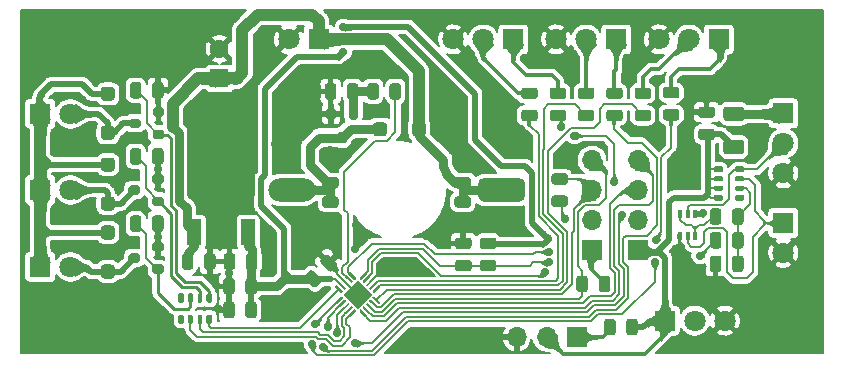
<source format=gbr>
%TF.GenerationSoftware,KiCad,Pcbnew,5.1.12-84ad8e8a86~92~ubuntu20.04.1*%
%TF.CreationDate,2021-11-09T18:46:58+01:00*%
%TF.ProjectId,VacuumPick,56616375-756d-4506-9963-6b2e6b696361,rev?*%
%TF.SameCoordinates,Original*%
%TF.FileFunction,Copper,L1,Top*%
%TF.FilePolarity,Positive*%
%FSLAX46Y46*%
G04 Gerber Fmt 4.6, Leading zero omitted, Abs format (unit mm)*
G04 Created by KiCad (PCBNEW 5.1.12-84ad8e8a86~92~ubuntu20.04.1) date 2021-11-09 18:46:58*
%MOMM*%
%LPD*%
G01*
G04 APERTURE LIST*
%TA.AperFunction,ComponentPad*%
%ADD10C,4.700000*%
%TD*%
%TA.AperFunction,ComponentPad*%
%ADD11C,4.500000*%
%TD*%
%TA.AperFunction,ComponentPad*%
%ADD12O,4.000000X2.000000*%
%TD*%
%TA.AperFunction,SMDPad,CuDef*%
%ADD13C,1.500000*%
%TD*%
%TA.AperFunction,ComponentPad*%
%ADD14O,1.700000X1.700000*%
%TD*%
%TA.AperFunction,ComponentPad*%
%ADD15R,1.700000X1.700000*%
%TD*%
%TA.AperFunction,SMDPad,CuDef*%
%ADD16C,0.100000*%
%TD*%
%TA.AperFunction,SMDPad,CuDef*%
%ADD17R,5.800000X6.400000*%
%TD*%
%TA.AperFunction,SMDPad,CuDef*%
%ADD18R,1.200000X2.200000*%
%TD*%
%TA.AperFunction,SMDPad,CuDef*%
%ADD19R,0.400000X0.650000*%
%TD*%
%TA.AperFunction,ComponentPad*%
%ADD20C,1.800000*%
%TD*%
%TA.AperFunction,ComponentPad*%
%ADD21R,1.800000X1.800000*%
%TD*%
%TA.AperFunction,ComponentPad*%
%ADD22C,1.600000*%
%TD*%
%TA.AperFunction,ComponentPad*%
%ADD23R,1.600000X1.600000*%
%TD*%
%TA.AperFunction,ViaPad*%
%ADD24C,0.700000*%
%TD*%
%TA.AperFunction,Conductor*%
%ADD25C,0.180000*%
%TD*%
%TA.AperFunction,Conductor*%
%ADD26C,0.500000*%
%TD*%
%TA.AperFunction,Conductor*%
%ADD27C,0.200000*%
%TD*%
%TA.AperFunction,Conductor*%
%ADD28C,1.000000*%
%TD*%
%TA.AperFunction,Conductor*%
%ADD29C,0.800000*%
%TD*%
%TA.AperFunction,Conductor*%
%ADD30C,0.300000*%
%TD*%
%TA.AperFunction,Conductor*%
%ADD31C,0.250000*%
%TD*%
%TA.AperFunction,Conductor*%
%ADD32C,0.100000*%
%TD*%
%TA.AperFunction,Conductor*%
%ADD33C,0.025400*%
%TD*%
G04 APERTURE END LIST*
%TO.P,Q4,1*%
%TO.N,Net-(Q4-Pad1)*%
%TA.AperFunction,SMDPad,CuDef*%
G36*
G01*
X96400000Y-71000000D02*
X96800000Y-71000000D01*
G75*
G02*
X97000000Y-71200000I0J-200000D01*
G01*
X97000000Y-71800000D01*
G75*
G02*
X96800000Y-72000000I-200000J0D01*
G01*
X96400000Y-72000000D01*
G75*
G02*
X96200000Y-71800000I0J200000D01*
G01*
X96200000Y-71200000D01*
G75*
G02*
X96400000Y-71000000I200000J0D01*
G01*
G37*
%TD.AperFunction*%
%TO.P,Q4,2*%
%TO.N,GND*%
%TA.AperFunction,SMDPad,CuDef*%
G36*
G01*
X94500000Y-71000000D02*
X94900000Y-71000000D01*
G75*
G02*
X95100000Y-71200000I0J-200000D01*
G01*
X95100000Y-71800000D01*
G75*
G02*
X94900000Y-72000000I-200000J0D01*
G01*
X94500000Y-72000000D01*
G75*
G02*
X94300000Y-71800000I0J200000D01*
G01*
X94300000Y-71200000D01*
G75*
G02*
X94500000Y-71000000I200000J0D01*
G01*
G37*
%TD.AperFunction*%
%TO.P,Q4,3*%
%TO.N,Net-(C5-Pad2)*%
%TA.AperFunction,SMDPad,CuDef*%
G36*
G01*
X95450000Y-73000000D02*
X95850000Y-73000000D01*
G75*
G02*
X96050000Y-73200000I0J-200000D01*
G01*
X96050000Y-73800000D01*
G75*
G02*
X95850000Y-74000000I-200000J0D01*
G01*
X95450000Y-74000000D01*
G75*
G02*
X95250000Y-73800000I0J200000D01*
G01*
X95250000Y-73200000D01*
G75*
G02*
X95450000Y-73000000I200000J0D01*
G01*
G37*
%TD.AperFunction*%
%TD*%
%TO.P,Q3,1*%
%TO.N,Net-(Q3-Pad1)*%
%TA.AperFunction,SMDPad,CuDef*%
G36*
G01*
X80550000Y-84450000D02*
X80550000Y-84850000D01*
G75*
G02*
X80350000Y-85050000I-200000J0D01*
G01*
X79750000Y-85050000D01*
G75*
G02*
X79550000Y-84850000I0J200000D01*
G01*
X79550000Y-84450000D01*
G75*
G02*
X79750000Y-84250000I200000J0D01*
G01*
X80350000Y-84250000D01*
G75*
G02*
X80550000Y-84450000I0J-200000D01*
G01*
G37*
%TD.AperFunction*%
%TO.P,Q3,2*%
%TO.N,GND*%
%TA.AperFunction,SMDPad,CuDef*%
G36*
G01*
X80550000Y-82550000D02*
X80550000Y-82950000D01*
G75*
G02*
X80350000Y-83150000I-200000J0D01*
G01*
X79750000Y-83150000D01*
G75*
G02*
X79550000Y-82950000I0J200000D01*
G01*
X79550000Y-82550000D01*
G75*
G02*
X79750000Y-82350000I200000J0D01*
G01*
X80350000Y-82350000D01*
G75*
G02*
X80550000Y-82550000I0J-200000D01*
G01*
G37*
%TD.AperFunction*%
%TO.P,Q3,3*%
%TO.N,Net-(D3-Pad2)*%
%TA.AperFunction,SMDPad,CuDef*%
G36*
G01*
X78550000Y-83500000D02*
X78550000Y-83900000D01*
G75*
G02*
X78350000Y-84100000I-200000J0D01*
G01*
X77750000Y-84100000D01*
G75*
G02*
X77550000Y-83900000I0J200000D01*
G01*
X77550000Y-83500000D01*
G75*
G02*
X77750000Y-83300000I200000J0D01*
G01*
X78350000Y-83300000D01*
G75*
G02*
X78550000Y-83500000I0J-200000D01*
G01*
G37*
%TD.AperFunction*%
%TD*%
%TO.P,Q2,1*%
%TO.N,Net-(Q2-Pad1)*%
%TA.AperFunction,SMDPad,CuDef*%
G36*
G01*
X80550000Y-78700000D02*
X80550000Y-79100000D01*
G75*
G02*
X80350000Y-79300000I-200000J0D01*
G01*
X79750000Y-79300000D01*
G75*
G02*
X79550000Y-79100000I0J200000D01*
G01*
X79550000Y-78700000D01*
G75*
G02*
X79750000Y-78500000I200000J0D01*
G01*
X80350000Y-78500000D01*
G75*
G02*
X80550000Y-78700000I0J-200000D01*
G01*
G37*
%TD.AperFunction*%
%TO.P,Q2,2*%
%TO.N,GND*%
%TA.AperFunction,SMDPad,CuDef*%
G36*
G01*
X80550000Y-76800000D02*
X80550000Y-77200000D01*
G75*
G02*
X80350000Y-77400000I-200000J0D01*
G01*
X79750000Y-77400000D01*
G75*
G02*
X79550000Y-77200000I0J200000D01*
G01*
X79550000Y-76800000D01*
G75*
G02*
X79750000Y-76600000I200000J0D01*
G01*
X80350000Y-76600000D01*
G75*
G02*
X80550000Y-76800000I0J-200000D01*
G01*
G37*
%TD.AperFunction*%
%TO.P,Q2,3*%
%TO.N,Net-(D2-Pad2)*%
%TA.AperFunction,SMDPad,CuDef*%
G36*
G01*
X78550000Y-77750000D02*
X78550000Y-78150000D01*
G75*
G02*
X78350000Y-78350000I-200000J0D01*
G01*
X77750000Y-78350000D01*
G75*
G02*
X77550000Y-78150000I0J200000D01*
G01*
X77550000Y-77750000D01*
G75*
G02*
X77750000Y-77550000I200000J0D01*
G01*
X78350000Y-77550000D01*
G75*
G02*
X78550000Y-77750000I0J-200000D01*
G01*
G37*
%TD.AperFunction*%
%TD*%
%TO.P,Q1,1*%
%TO.N,Net-(Q1-Pad1)*%
%TA.AperFunction,SMDPad,CuDef*%
G36*
G01*
X80600000Y-73050000D02*
X80600000Y-73450000D01*
G75*
G02*
X80400000Y-73650000I-200000J0D01*
G01*
X79800000Y-73650000D01*
G75*
G02*
X79600000Y-73450000I0J200000D01*
G01*
X79600000Y-73050000D01*
G75*
G02*
X79800000Y-72850000I200000J0D01*
G01*
X80400000Y-72850000D01*
G75*
G02*
X80600000Y-73050000I0J-200000D01*
G01*
G37*
%TD.AperFunction*%
%TO.P,Q1,2*%
%TO.N,GND*%
%TA.AperFunction,SMDPad,CuDef*%
G36*
G01*
X80600000Y-71150000D02*
X80600000Y-71550000D01*
G75*
G02*
X80400000Y-71750000I-200000J0D01*
G01*
X79800000Y-71750000D01*
G75*
G02*
X79600000Y-71550000I0J200000D01*
G01*
X79600000Y-71150000D01*
G75*
G02*
X79800000Y-70950000I200000J0D01*
G01*
X80400000Y-70950000D01*
G75*
G02*
X80600000Y-71150000I0J-200000D01*
G01*
G37*
%TD.AperFunction*%
%TO.P,Q1,3*%
%TO.N,Net-(D1-Pad2)*%
%TA.AperFunction,SMDPad,CuDef*%
G36*
G01*
X78600000Y-72100000D02*
X78600000Y-72500000D01*
G75*
G02*
X78400000Y-72700000I-200000J0D01*
G01*
X77800000Y-72700000D01*
G75*
G02*
X77600000Y-72500000I0J200000D01*
G01*
X77600000Y-72100000D01*
G75*
G02*
X77800000Y-71900000I200000J0D01*
G01*
X78400000Y-71900000D01*
G75*
G02*
X78600000Y-72100000I0J-200000D01*
G01*
G37*
%TD.AperFunction*%
%TD*%
%TO.P,D4,1*%
%TO.N,+12V*%
%TA.AperFunction,SMDPad,CuDef*%
G36*
G01*
X102750000Y-72500000D02*
X102750000Y-73100000D01*
G75*
G02*
X102450000Y-73400000I-300000J0D01*
G01*
X101850000Y-73400000D01*
G75*
G02*
X101550000Y-73100000I0J300000D01*
G01*
X101550000Y-72500000D01*
G75*
G02*
X101850000Y-72200000I300000J0D01*
G01*
X102450000Y-72200000D01*
G75*
G02*
X102750000Y-72500000I0J-300000D01*
G01*
G37*
%TD.AperFunction*%
%TO.P,D4,2*%
%TO.N,Net-(C5-Pad2)*%
%TA.AperFunction,SMDPad,CuDef*%
G36*
G01*
X99450000Y-72500000D02*
X99450000Y-73100000D01*
G75*
G02*
X99150000Y-73400000I-300000J0D01*
G01*
X98550000Y-73400000D01*
G75*
G02*
X98250000Y-73100000I0J300000D01*
G01*
X98250000Y-72500000D01*
G75*
G02*
X98550000Y-72200000I300000J0D01*
G01*
X99150000Y-72200000D01*
G75*
G02*
X99450000Y-72500000I0J-300000D01*
G01*
G37*
%TD.AperFunction*%
%TD*%
%TO.P,D3,1*%
%TO.N,+12V*%
%TA.AperFunction,SMDPad,CuDef*%
G36*
G01*
X75500000Y-80950000D02*
X76100000Y-80950000D01*
G75*
G02*
X76400000Y-81250000I0J-300000D01*
G01*
X76400000Y-81850000D01*
G75*
G02*
X76100000Y-82150000I-300000J0D01*
G01*
X75500000Y-82150000D01*
G75*
G02*
X75200000Y-81850000I0J300000D01*
G01*
X75200000Y-81250000D01*
G75*
G02*
X75500000Y-80950000I300000J0D01*
G01*
G37*
%TD.AperFunction*%
%TO.P,D3,2*%
%TO.N,Net-(D3-Pad2)*%
%TA.AperFunction,SMDPad,CuDef*%
G36*
G01*
X75500000Y-84250000D02*
X76100000Y-84250000D01*
G75*
G02*
X76400000Y-84550000I0J-300000D01*
G01*
X76400000Y-85150000D01*
G75*
G02*
X76100000Y-85450000I-300000J0D01*
G01*
X75500000Y-85450000D01*
G75*
G02*
X75200000Y-85150000I0J300000D01*
G01*
X75200000Y-84550000D01*
G75*
G02*
X75500000Y-84250000I300000J0D01*
G01*
G37*
%TD.AperFunction*%
%TD*%
%TO.P,D2,1*%
%TO.N,+12V*%
%TA.AperFunction,SMDPad,CuDef*%
G36*
G01*
X75500000Y-75200000D02*
X76100000Y-75200000D01*
G75*
G02*
X76400000Y-75500000I0J-300000D01*
G01*
X76400000Y-76100000D01*
G75*
G02*
X76100000Y-76400000I-300000J0D01*
G01*
X75500000Y-76400000D01*
G75*
G02*
X75200000Y-76100000I0J300000D01*
G01*
X75200000Y-75500000D01*
G75*
G02*
X75500000Y-75200000I300000J0D01*
G01*
G37*
%TD.AperFunction*%
%TO.P,D2,2*%
%TO.N,Net-(D2-Pad2)*%
%TA.AperFunction,SMDPad,CuDef*%
G36*
G01*
X75500000Y-78500000D02*
X76100000Y-78500000D01*
G75*
G02*
X76400000Y-78800000I0J-300000D01*
G01*
X76400000Y-79400000D01*
G75*
G02*
X76100000Y-79700000I-300000J0D01*
G01*
X75500000Y-79700000D01*
G75*
G02*
X75200000Y-79400000I0J300000D01*
G01*
X75200000Y-78800000D01*
G75*
G02*
X75500000Y-78500000I300000J0D01*
G01*
G37*
%TD.AperFunction*%
%TD*%
%TO.P,D1,1*%
%TO.N,+12V*%
%TA.AperFunction,SMDPad,CuDef*%
G36*
G01*
X75500000Y-69200000D02*
X76100000Y-69200000D01*
G75*
G02*
X76400000Y-69500000I0J-300000D01*
G01*
X76400000Y-70100000D01*
G75*
G02*
X76100000Y-70400000I-300000J0D01*
G01*
X75500000Y-70400000D01*
G75*
G02*
X75200000Y-70100000I0J300000D01*
G01*
X75200000Y-69500000D01*
G75*
G02*
X75500000Y-69200000I300000J0D01*
G01*
G37*
%TD.AperFunction*%
%TO.P,D1,2*%
%TO.N,Net-(D1-Pad2)*%
%TA.AperFunction,SMDPad,CuDef*%
G36*
G01*
X75500000Y-72500000D02*
X76100000Y-72500000D01*
G75*
G02*
X76400000Y-72800000I0J-300000D01*
G01*
X76400000Y-73400000D01*
G75*
G02*
X76100000Y-73700000I-300000J0D01*
G01*
X75500000Y-73700000D01*
G75*
G02*
X75200000Y-73400000I0J300000D01*
G01*
X75200000Y-72800000D01*
G75*
G02*
X75500000Y-72500000I300000J0D01*
G01*
G37*
%TD.AperFunction*%
%TD*%
D10*
%TO.P,H1,1*%
%TO.N,GND*%
X133250000Y-88750000D03*
%TD*%
D11*
%TO.P,H4,1*%
%TO.N,GND*%
X77400000Y-65500000D03*
%TD*%
%TO.P,H3,1*%
%TO.N,GND*%
X77400000Y-88750000D03*
%TD*%
%TO.P,H2,1*%
%TO.N,GND*%
X133250000Y-65750000D03*
%TD*%
%TO.P,R6,1*%
%TO.N,+5V*%
%TA.AperFunction,SMDPad,CuDef*%
G36*
G01*
X118325000Y-85443750D02*
X118325000Y-86356250D01*
G75*
G02*
X118081250Y-86600000I-243750J0D01*
G01*
X117593750Y-86600000D01*
G75*
G02*
X117350000Y-86356250I0J243750D01*
G01*
X117350000Y-85443750D01*
G75*
G02*
X117593750Y-85200000I243750J0D01*
G01*
X118081250Y-85200000D01*
G75*
G02*
X118325000Y-85443750I0J-243750D01*
G01*
G37*
%TD.AperFunction*%
%TO.P,R6,2*%
%TO.N,/SDA*%
%TA.AperFunction,SMDPad,CuDef*%
G36*
G01*
X116450000Y-85443750D02*
X116450000Y-86356250D01*
G75*
G02*
X116206250Y-86600000I-243750J0D01*
G01*
X115718750Y-86600000D01*
G75*
G02*
X115475000Y-86356250I0J243750D01*
G01*
X115475000Y-85443750D01*
G75*
G02*
X115718750Y-85200000I243750J0D01*
G01*
X116206250Y-85200000D01*
G75*
G02*
X116450000Y-85443750I0J-243750D01*
G01*
G37*
%TD.AperFunction*%
%TD*%
%TO.P,R5,1*%
%TO.N,+5V*%
%TA.AperFunction,SMDPad,CuDef*%
G36*
G01*
X114506250Y-79375000D02*
X113593750Y-79375000D01*
G75*
G02*
X113350000Y-79131250I0J243750D01*
G01*
X113350000Y-78643750D01*
G75*
G02*
X113593750Y-78400000I243750J0D01*
G01*
X114506250Y-78400000D01*
G75*
G02*
X114750000Y-78643750I0J-243750D01*
G01*
X114750000Y-79131250D01*
G75*
G02*
X114506250Y-79375000I-243750J0D01*
G01*
G37*
%TD.AperFunction*%
%TO.P,R5,2*%
%TO.N,/SCL*%
%TA.AperFunction,SMDPad,CuDef*%
G36*
G01*
X114506250Y-77500000D02*
X113593750Y-77500000D01*
G75*
G02*
X113350000Y-77256250I0J243750D01*
G01*
X113350000Y-76768750D01*
G75*
G02*
X113593750Y-76525000I243750J0D01*
G01*
X114506250Y-76525000D01*
G75*
G02*
X114750000Y-76768750I0J-243750D01*
G01*
X114750000Y-77256250D01*
G75*
G02*
X114506250Y-77500000I-243750J0D01*
G01*
G37*
%TD.AperFunction*%
%TD*%
D12*
%TO.P,M1,2*%
%TO.N,Net-(C5-Pad2)*%
X91391338Y-77933549D03*
%TO.P,M1,1*%
%TO.N,+12V*%
%TA.AperFunction,ComponentPad*%
G36*
G01*
X111141338Y-77433549D02*
X111141338Y-78433549D01*
G75*
G02*
X110641338Y-78933549I-500000J0D01*
G01*
X107641338Y-78933549D01*
G75*
G02*
X107141338Y-78433549I0J500000D01*
G01*
X107141338Y-77433549D01*
G75*
G02*
X107641338Y-76933549I500000J0D01*
G01*
X110641338Y-76933549D01*
G75*
G02*
X111141338Y-77433549I0J-500000D01*
G01*
G37*
%TD.AperFunction*%
%TD*%
%TO.P,C13,1*%
%TO.N,+5V*%
%TA.AperFunction,SMDPad,CuDef*%
G36*
G01*
X126956250Y-73725000D02*
X126043750Y-73725000D01*
G75*
G02*
X125800000Y-73481250I0J243750D01*
G01*
X125800000Y-72993750D01*
G75*
G02*
X126043750Y-72750000I243750J0D01*
G01*
X126956250Y-72750000D01*
G75*
G02*
X127200000Y-72993750I0J-243750D01*
G01*
X127200000Y-73481250D01*
G75*
G02*
X126956250Y-73725000I-243750J0D01*
G01*
G37*
%TD.AperFunction*%
%TO.P,C13,2*%
%TO.N,GND*%
%TA.AperFunction,SMDPad,CuDef*%
G36*
G01*
X126956250Y-71850000D02*
X126043750Y-71850000D01*
G75*
G02*
X125800000Y-71606250I0J243750D01*
G01*
X125800000Y-71118750D01*
G75*
G02*
X126043750Y-70875000I243750J0D01*
G01*
X126956250Y-70875000D01*
G75*
G02*
X127200000Y-71118750I0J-243750D01*
G01*
X127200000Y-71606250D01*
G75*
G02*
X126956250Y-71850000I-243750J0D01*
G01*
G37*
%TD.AperFunction*%
%TD*%
%TO.P,C12,1*%
%TO.N,+5V*%
%TA.AperFunction,SMDPad,CuDef*%
G36*
G01*
X88425000Y-87643750D02*
X88425000Y-88556250D01*
G75*
G02*
X88181250Y-88800000I-243750J0D01*
G01*
X87693750Y-88800000D01*
G75*
G02*
X87450000Y-88556250I0J243750D01*
G01*
X87450000Y-87643750D01*
G75*
G02*
X87693750Y-87400000I243750J0D01*
G01*
X88181250Y-87400000D01*
G75*
G02*
X88425000Y-87643750I0J-243750D01*
G01*
G37*
%TD.AperFunction*%
%TO.P,C12,2*%
%TO.N,GND*%
%TA.AperFunction,SMDPad,CuDef*%
G36*
G01*
X86550000Y-87643750D02*
X86550000Y-88556250D01*
G75*
G02*
X86306250Y-88800000I-243750J0D01*
G01*
X85818750Y-88800000D01*
G75*
G02*
X85575000Y-88556250I0J243750D01*
G01*
X85575000Y-87643750D01*
G75*
G02*
X85818750Y-87400000I243750J0D01*
G01*
X86306250Y-87400000D01*
G75*
G02*
X86550000Y-87643750I0J-243750D01*
G01*
G37*
%TD.AperFunction*%
%TD*%
D13*
%TO.P,J5,1*%
%TO.N,/PC3*%
X99800000Y-84500000D03*
%TD*%
%TO.P,R4,1*%
%TO.N,+5V*%
%TA.AperFunction,SMDPad,CuDef*%
G36*
G01*
X120675000Y-89093750D02*
X120675000Y-90006250D01*
G75*
G02*
X120431250Y-90250000I-243750J0D01*
G01*
X119943750Y-90250000D01*
G75*
G02*
X119700000Y-90006250I0J243750D01*
G01*
X119700000Y-89093750D01*
G75*
G02*
X119943750Y-88850000I243750J0D01*
G01*
X120431250Y-88850000D01*
G75*
G02*
X120675000Y-89093750I0J-243750D01*
G01*
G37*
%TD.AperFunction*%
%TO.P,R4,2*%
%TO.N,/~UPDI*%
%TA.AperFunction,SMDPad,CuDef*%
G36*
G01*
X118800000Y-89093750D02*
X118800000Y-90006250D01*
G75*
G02*
X118556250Y-90250000I-243750J0D01*
G01*
X118068750Y-90250000D01*
G75*
G02*
X117825000Y-90006250I0J243750D01*
G01*
X117825000Y-89093750D01*
G75*
G02*
X118068750Y-88850000I243750J0D01*
G01*
X118556250Y-88850000D01*
G75*
G02*
X118800000Y-89093750I0J-243750D01*
G01*
G37*
%TD.AperFunction*%
%TD*%
D14*
%TO.P,J14,4*%
%TO.N,/SDA*%
X116800000Y-75420000D03*
%TO.P,J14,3*%
%TO.N,/SCL*%
X116800000Y-77960000D03*
%TO.P,J14,2*%
%TO.N,GND*%
X116800000Y-80500000D03*
D15*
%TO.P,J14,1*%
%TO.N,+5V*%
X116800000Y-83040000D03*
%TD*%
D14*
%TO.P,J13,4*%
%TO.N,/RX*%
X120700000Y-75420000D03*
%TO.P,J13,3*%
%TO.N,/TX*%
X120700000Y-77960000D03*
%TO.P,J13,2*%
%TO.N,GND*%
X120700000Y-80500000D03*
D15*
%TO.P,J13,1*%
%TO.N,+5V*%
X120700000Y-83040000D03*
%TD*%
D14*
%TO.P,J9,3*%
%TO.N,GND*%
X110420000Y-90400000D03*
%TO.P,J9,2*%
%TO.N,+5V*%
X112960000Y-90400000D03*
D15*
%TO.P,J9,1*%
%TO.N,/~UPDI*%
X115500000Y-90400000D03*
%TD*%
%TO.P,RP2,5*%
%TO.N,Net-(RP2-Pad5)*%
%TA.AperFunction,SMDPad,CuDef*%
G36*
G01*
X81875000Y-88500000D02*
X82125000Y-88500000D01*
G75*
G02*
X82250000Y-88625000I0J-125000D01*
G01*
X82250000Y-89175000D01*
G75*
G02*
X82125000Y-89300000I-125000J0D01*
G01*
X81875000Y-89300000D01*
G75*
G02*
X81750000Y-89175000I0J125000D01*
G01*
X81750000Y-88625000D01*
G75*
G02*
X81875000Y-88500000I125000J0D01*
G01*
G37*
%TD.AperFunction*%
%TO.P,RP2,6*%
%TO.N,/VALVE_CLN_CTRL*%
%TA.AperFunction,SMDPad,CuDef*%
G36*
G01*
X82700000Y-88500000D02*
X82900000Y-88500000D01*
G75*
G02*
X83000000Y-88600000I0J-100000D01*
G01*
X83000000Y-89200000D01*
G75*
G02*
X82900000Y-89300000I-100000J0D01*
G01*
X82700000Y-89300000D01*
G75*
G02*
X82600000Y-89200000I0J100000D01*
G01*
X82600000Y-88600000D01*
G75*
G02*
X82700000Y-88500000I100000J0D01*
G01*
G37*
%TD.AperFunction*%
%TO.P,RP2,8*%
%TO.N,/VALVE_3_CTRL*%
%TA.AperFunction,SMDPad,CuDef*%
G36*
G01*
X84275000Y-88500000D02*
X84525000Y-88500000D01*
G75*
G02*
X84650000Y-88625000I0J-125000D01*
G01*
X84650000Y-89175000D01*
G75*
G02*
X84525000Y-89300000I-125000J0D01*
G01*
X84275000Y-89300000D01*
G75*
G02*
X84150000Y-89175000I0J125000D01*
G01*
X84150000Y-88625000D01*
G75*
G02*
X84275000Y-88500000I125000J0D01*
G01*
G37*
%TD.AperFunction*%
%TO.P,RP2,7*%
%TO.N,/VALVE_STOP_CTRL*%
%TA.AperFunction,SMDPad,CuDef*%
G36*
G01*
X83500000Y-88500000D02*
X83700000Y-88500000D01*
G75*
G02*
X83800000Y-88600000I0J-100000D01*
G01*
X83800000Y-89200000D01*
G75*
G02*
X83700000Y-89300000I-100000J0D01*
G01*
X83500000Y-89300000D01*
G75*
G02*
X83400000Y-89200000I0J100000D01*
G01*
X83400000Y-88600000D01*
G75*
G02*
X83500000Y-88500000I100000J0D01*
G01*
G37*
%TD.AperFunction*%
%TO.P,RP2,4*%
%TO.N,Net-(RP2-Pad4)*%
%TA.AperFunction,SMDPad,CuDef*%
G36*
G01*
X81875000Y-86700000D02*
X82125000Y-86700000D01*
G75*
G02*
X82250000Y-86825000I0J-125000D01*
G01*
X82250000Y-87375000D01*
G75*
G02*
X82125000Y-87500000I-125000J0D01*
G01*
X81875000Y-87500000D01*
G75*
G02*
X81750000Y-87375000I0J125000D01*
G01*
X81750000Y-86825000D01*
G75*
G02*
X81875000Y-86700000I125000J0D01*
G01*
G37*
%TD.AperFunction*%
%TO.P,RP2,2*%
%TO.N,Net-(Q2-Pad1)*%
%TA.AperFunction,SMDPad,CuDef*%
G36*
G01*
X83500000Y-86700000D02*
X83700000Y-86700000D01*
G75*
G02*
X83800000Y-86800000I0J-100000D01*
G01*
X83800000Y-87400000D01*
G75*
G02*
X83700000Y-87500000I-100000J0D01*
G01*
X83500000Y-87500000D01*
G75*
G02*
X83400000Y-87400000I0J100000D01*
G01*
X83400000Y-86800000D01*
G75*
G02*
X83500000Y-86700000I100000J0D01*
G01*
G37*
%TD.AperFunction*%
%TO.P,RP2,3*%
%TO.N,Net-(Q3-Pad1)*%
%TA.AperFunction,SMDPad,CuDef*%
G36*
G01*
X82700000Y-86700000D02*
X82900000Y-86700000D01*
G75*
G02*
X83000000Y-86800000I0J-100000D01*
G01*
X83000000Y-87400000D01*
G75*
G02*
X82900000Y-87500000I-100000J0D01*
G01*
X82700000Y-87500000D01*
G75*
G02*
X82600000Y-87400000I0J100000D01*
G01*
X82600000Y-86800000D01*
G75*
G02*
X82700000Y-86700000I100000J0D01*
G01*
G37*
%TD.AperFunction*%
%TO.P,RP2,1*%
%TO.N,Net-(Q1-Pad1)*%
%TA.AperFunction,SMDPad,CuDef*%
G36*
G01*
X84275000Y-86700000D02*
X84525000Y-86700000D01*
G75*
G02*
X84650000Y-86825000I0J-125000D01*
G01*
X84650000Y-87375000D01*
G75*
G02*
X84525000Y-87500000I-125000J0D01*
G01*
X84275000Y-87500000D01*
G75*
G02*
X84150000Y-87375000I0J125000D01*
G01*
X84150000Y-86825000D01*
G75*
G02*
X84275000Y-86700000I125000J0D01*
G01*
G37*
%TD.AperFunction*%
%TD*%
%TA.AperFunction,SMDPad,CuDef*%
D16*
%TO.P,U2,21*%
%TO.N,GND*%
G36*
X95747918Y-86800000D02*
G01*
X96950000Y-85597918D01*
X98152082Y-86800000D01*
X96950000Y-88002082D01*
X95747918Y-86800000D01*
G37*
%TD.AperFunction*%
%TA.AperFunction,SMDPad,CuDef*%
%TO.P,U2,20*%
%TO.N,/AIN1_SPEED_POT*%
G36*
X97734035Y-84969100D02*
G01*
X97738656Y-84977744D01*
X97741501Y-84987124D01*
X97742461Y-84996878D01*
X97741501Y-85006632D01*
X97738656Y-85016012D01*
X97734035Y-85024656D01*
X97727817Y-85032233D01*
X97232842Y-85527208D01*
X97225265Y-85533426D01*
X97216621Y-85538047D01*
X97207241Y-85540892D01*
X97197487Y-85541852D01*
X97187733Y-85540892D01*
X97178353Y-85538047D01*
X97169709Y-85533426D01*
X97162132Y-85527208D01*
X97127279Y-85492355D01*
X97121061Y-85484778D01*
X97116441Y-85476134D01*
X97113595Y-85466754D01*
X97112635Y-85457000D01*
X97112635Y-85385284D01*
X97113595Y-85375530D01*
X97116441Y-85366150D01*
X97121061Y-85357506D01*
X97127279Y-85349929D01*
X97586396Y-84890812D01*
X97593973Y-84884594D01*
X97602617Y-84879973D01*
X97611997Y-84877128D01*
X97621751Y-84876168D01*
X97631505Y-84877128D01*
X97640885Y-84879973D01*
X97649529Y-84884594D01*
X97657106Y-84890812D01*
X97727817Y-84961523D01*
X97734035Y-84969100D01*
G37*
%TD.AperFunction*%
%TO.P,U2,19*%
%TO.N,/~UPDI*%
%TA.AperFunction,SMDPad,CuDef*%
G36*
G01*
X97374264Y-85668629D02*
X97869239Y-85173654D01*
G75*
G02*
X97939949Y-85173654I35355J-35355D01*
G01*
X98010660Y-85244365D01*
G75*
G02*
X98010660Y-85315075I-35355J-35355D01*
G01*
X97515685Y-85810050D01*
G75*
G02*
X97444975Y-85810050I-35355J35355D01*
G01*
X97374264Y-85739339D01*
G75*
G02*
X97374264Y-85668629I35355J35355D01*
G01*
G37*
%TD.AperFunction*%
%TO.P,U2,18*%
%TO.N,/PC3*%
%TA.AperFunction,SMDPad,CuDef*%
G36*
G01*
X97657107Y-85951472D02*
X98152082Y-85456497D01*
G75*
G02*
X98222792Y-85456497I35355J-35355D01*
G01*
X98293503Y-85527208D01*
G75*
G02*
X98293503Y-85597918I-35355J-35355D01*
G01*
X97798528Y-86092893D01*
G75*
G02*
X97727818Y-86092893I-35355J35355D01*
G01*
X97657107Y-86022182D01*
G75*
G02*
X97657107Y-85951472I35355J35355D01*
G01*
G37*
%TD.AperFunction*%
%TO.P,U2,17*%
%TO.N,/LED_CLEAN*%
%TA.AperFunction,SMDPad,CuDef*%
G36*
G01*
X97939950Y-86234315D02*
X98434925Y-85739340D01*
G75*
G02*
X98505635Y-85739340I35355J-35355D01*
G01*
X98576346Y-85810051D01*
G75*
G02*
X98576346Y-85880761I-35355J-35355D01*
G01*
X98081371Y-86375736D01*
G75*
G02*
X98010661Y-86375736I-35355J35355D01*
G01*
X97939950Y-86305025D01*
G75*
G02*
X97939950Y-86234315I35355J35355D01*
G01*
G37*
%TD.AperFunction*%
%TA.AperFunction,SMDPad,CuDef*%
%TO.P,U2,16*%
%TO.N,/LED_REV*%
G36*
X98865406Y-86100471D02*
G01*
X98870027Y-86109115D01*
X98872872Y-86118495D01*
X98873832Y-86128249D01*
X98872872Y-86138003D01*
X98870027Y-86147383D01*
X98865406Y-86156027D01*
X98859188Y-86163604D01*
X98400071Y-86622721D01*
X98392494Y-86628939D01*
X98383850Y-86633559D01*
X98374470Y-86636405D01*
X98364716Y-86637365D01*
X98293000Y-86637365D01*
X98283246Y-86636405D01*
X98273866Y-86633559D01*
X98265222Y-86628939D01*
X98257645Y-86622721D01*
X98222792Y-86587868D01*
X98216574Y-86580291D01*
X98211953Y-86571647D01*
X98209108Y-86562267D01*
X98208148Y-86552513D01*
X98209108Y-86542759D01*
X98211953Y-86533379D01*
X98216574Y-86524735D01*
X98222792Y-86517158D01*
X98717767Y-86022183D01*
X98725344Y-86015965D01*
X98733988Y-86011344D01*
X98743368Y-86008499D01*
X98753122Y-86007539D01*
X98762876Y-86008499D01*
X98772256Y-86011344D01*
X98780900Y-86015965D01*
X98788477Y-86022183D01*
X98859188Y-86092894D01*
X98865406Y-86100471D01*
G37*
%TD.AperFunction*%
%TA.AperFunction,SMDPad,CuDef*%
%TO.P,U2,15*%
%TO.N,/LED_ALWON*%
G36*
X98865406Y-87443973D02*
G01*
X98870027Y-87452617D01*
X98872872Y-87461997D01*
X98873832Y-87471751D01*
X98872872Y-87481505D01*
X98870027Y-87490885D01*
X98865406Y-87499529D01*
X98859188Y-87507106D01*
X98788477Y-87577817D01*
X98780900Y-87584035D01*
X98772256Y-87588656D01*
X98762876Y-87591501D01*
X98753122Y-87592461D01*
X98743368Y-87591501D01*
X98733988Y-87588656D01*
X98725344Y-87584035D01*
X98717767Y-87577817D01*
X98222792Y-87082842D01*
X98216574Y-87075265D01*
X98211953Y-87066621D01*
X98209108Y-87057241D01*
X98208148Y-87047487D01*
X98209108Y-87037733D01*
X98211953Y-87028353D01*
X98216574Y-87019709D01*
X98222792Y-87012132D01*
X98257645Y-86977279D01*
X98265222Y-86971061D01*
X98273866Y-86966441D01*
X98283246Y-86963595D01*
X98293000Y-86962635D01*
X98364716Y-86962635D01*
X98374470Y-86963595D01*
X98383850Y-86966441D01*
X98392494Y-86971061D01*
X98400071Y-86977279D01*
X98859188Y-87436396D01*
X98865406Y-87443973D01*
G37*
%TD.AperFunction*%
%TO.P,U2,14*%
%TO.N,/SCL*%
%TA.AperFunction,SMDPad,CuDef*%
G36*
G01*
X97939950Y-87294975D02*
X98010661Y-87224264D01*
G75*
G02*
X98081371Y-87224264I35355J-35355D01*
G01*
X98576346Y-87719239D01*
G75*
G02*
X98576346Y-87789949I-35355J-35355D01*
G01*
X98505635Y-87860660D01*
G75*
G02*
X98434925Y-87860660I-35355J35355D01*
G01*
X97939950Y-87365685D01*
G75*
G02*
X97939950Y-87294975I35355J35355D01*
G01*
G37*
%TD.AperFunction*%
%TO.P,U2,13*%
%TO.N,/SDA*%
%TA.AperFunction,SMDPad,CuDef*%
G36*
G01*
X97657107Y-87577818D02*
X97727818Y-87507107D01*
G75*
G02*
X97798528Y-87507107I35355J-35355D01*
G01*
X98293503Y-88002082D01*
G75*
G02*
X98293503Y-88072792I-35355J-35355D01*
G01*
X98222792Y-88143503D01*
G75*
G02*
X98152082Y-88143503I-35355J35355D01*
G01*
X97657107Y-87648528D01*
G75*
G02*
X97657107Y-87577818I35355J35355D01*
G01*
G37*
%TD.AperFunction*%
%TO.P,U2,12*%
%TO.N,/TX*%
%TA.AperFunction,SMDPad,CuDef*%
G36*
G01*
X97374264Y-87860661D02*
X97444975Y-87789950D01*
G75*
G02*
X97515685Y-87789950I35355J-35355D01*
G01*
X98010660Y-88284925D01*
G75*
G02*
X98010660Y-88355635I-35355J-35355D01*
G01*
X97939949Y-88426346D01*
G75*
G02*
X97869239Y-88426346I-35355J35355D01*
G01*
X97374264Y-87931371D01*
G75*
G02*
X97374264Y-87860661I35355J35355D01*
G01*
G37*
%TD.AperFunction*%
%TA.AperFunction,SMDPad,CuDef*%
%TO.P,U2,11*%
%TO.N,/RX*%
G36*
X97734035Y-88575344D02*
G01*
X97738656Y-88583988D01*
X97741501Y-88593368D01*
X97742461Y-88603122D01*
X97741501Y-88612876D01*
X97738656Y-88622256D01*
X97734035Y-88630900D01*
X97727817Y-88638477D01*
X97657106Y-88709188D01*
X97649529Y-88715406D01*
X97640885Y-88720027D01*
X97631505Y-88722872D01*
X97621751Y-88723832D01*
X97611997Y-88722872D01*
X97602617Y-88720027D01*
X97593973Y-88715406D01*
X97586396Y-88709188D01*
X97127279Y-88250071D01*
X97121061Y-88242494D01*
X97116441Y-88233850D01*
X97113595Y-88224470D01*
X97112635Y-88214716D01*
X97112635Y-88143000D01*
X97113595Y-88133246D01*
X97116441Y-88123866D01*
X97121061Y-88115222D01*
X97127279Y-88107645D01*
X97162132Y-88072792D01*
X97169709Y-88066574D01*
X97178353Y-88061953D01*
X97187733Y-88059108D01*
X97197487Y-88058148D01*
X97207241Y-88059108D01*
X97216621Y-88061953D01*
X97225265Y-88066574D01*
X97232842Y-88072792D01*
X97727817Y-88567767D01*
X97734035Y-88575344D01*
G37*
%TD.AperFunction*%
%TA.AperFunction,SMDPad,CuDef*%
%TO.P,U2,10*%
%TO.N,/VALVE_CLN_CTRL*%
G36*
X96778939Y-88115222D02*
G01*
X96783559Y-88123866D01*
X96786405Y-88133246D01*
X96787365Y-88143000D01*
X96787365Y-88214716D01*
X96786405Y-88224470D01*
X96783559Y-88233850D01*
X96778939Y-88242494D01*
X96772721Y-88250071D01*
X96313604Y-88709188D01*
X96306027Y-88715406D01*
X96297383Y-88720027D01*
X96288003Y-88722872D01*
X96278249Y-88723832D01*
X96268495Y-88722872D01*
X96259115Y-88720027D01*
X96250471Y-88715406D01*
X96242894Y-88709188D01*
X96172183Y-88638477D01*
X96165965Y-88630900D01*
X96161344Y-88622256D01*
X96158499Y-88612876D01*
X96157539Y-88603122D01*
X96158499Y-88593368D01*
X96161344Y-88583988D01*
X96165965Y-88575344D01*
X96172183Y-88567767D01*
X96667158Y-88072792D01*
X96674735Y-88066574D01*
X96683379Y-88061953D01*
X96692759Y-88059108D01*
X96702513Y-88058148D01*
X96712267Y-88059108D01*
X96721647Y-88061953D01*
X96730291Y-88066574D01*
X96737868Y-88072792D01*
X96772721Y-88107645D01*
X96778939Y-88115222D01*
G37*
%TD.AperFunction*%
%TO.P,U2,9*%
%TO.N,/VALVE_STOP_CTRL*%
%TA.AperFunction,SMDPad,CuDef*%
G36*
G01*
X95889340Y-88284925D02*
X96384315Y-87789950D01*
G75*
G02*
X96455025Y-87789950I35355J-35355D01*
G01*
X96525736Y-87860661D01*
G75*
G02*
X96525736Y-87931371I-35355J-35355D01*
G01*
X96030761Y-88426346D01*
G75*
G02*
X95960051Y-88426346I-35355J35355D01*
G01*
X95889340Y-88355635D01*
G75*
G02*
X95889340Y-88284925I35355J35355D01*
G01*
G37*
%TD.AperFunction*%
%TO.P,U2,8*%
%TO.N,/SW_CLEAN*%
%TA.AperFunction,SMDPad,CuDef*%
G36*
G01*
X95606497Y-88002082D02*
X96101472Y-87507107D01*
G75*
G02*
X96172182Y-87507107I35355J-35355D01*
G01*
X96242893Y-87577818D01*
G75*
G02*
X96242893Y-87648528I-35355J-35355D01*
G01*
X95747918Y-88143503D01*
G75*
G02*
X95677208Y-88143503I-35355J35355D01*
G01*
X95606497Y-88072792D01*
G75*
G02*
X95606497Y-88002082I35355J35355D01*
G01*
G37*
%TD.AperFunction*%
%TO.P,U2,7*%
%TO.N,/SW_REV*%
%TA.AperFunction,SMDPad,CuDef*%
G36*
G01*
X95323654Y-87719239D02*
X95818629Y-87224264D01*
G75*
G02*
X95889339Y-87224264I35355J-35355D01*
G01*
X95960050Y-87294975D01*
G75*
G02*
X95960050Y-87365685I-35355J-35355D01*
G01*
X95465075Y-87860660D01*
G75*
G02*
X95394365Y-87860660I-35355J35355D01*
G01*
X95323654Y-87789949D01*
G75*
G02*
X95323654Y-87719239I35355J35355D01*
G01*
G37*
%TD.AperFunction*%
%TA.AperFunction,SMDPad,CuDef*%
%TO.P,U2,6*%
%TO.N,/SW_ALWON*%
G36*
X95683426Y-87019709D02*
G01*
X95688047Y-87028353D01*
X95690892Y-87037733D01*
X95691852Y-87047487D01*
X95690892Y-87057241D01*
X95688047Y-87066621D01*
X95683426Y-87075265D01*
X95677208Y-87082842D01*
X95182233Y-87577817D01*
X95174656Y-87584035D01*
X95166012Y-87588656D01*
X95156632Y-87591501D01*
X95146878Y-87592461D01*
X95137124Y-87591501D01*
X95127744Y-87588656D01*
X95119100Y-87584035D01*
X95111523Y-87577817D01*
X95040812Y-87507106D01*
X95034594Y-87499529D01*
X95029973Y-87490885D01*
X95027128Y-87481505D01*
X95026168Y-87471751D01*
X95027128Y-87461997D01*
X95029973Y-87452617D01*
X95034594Y-87443973D01*
X95040812Y-87436396D01*
X95499929Y-86977279D01*
X95507506Y-86971061D01*
X95516150Y-86966441D01*
X95525530Y-86963595D01*
X95535284Y-86962635D01*
X95607000Y-86962635D01*
X95616754Y-86963595D01*
X95626134Y-86966441D01*
X95634778Y-86971061D01*
X95642355Y-86977279D01*
X95677208Y-87012132D01*
X95683426Y-87019709D01*
G37*
%TD.AperFunction*%
%TA.AperFunction,SMDPad,CuDef*%
%TO.P,U2,5*%
%TO.N,/VALVE_3_CTRL*%
G36*
X95683426Y-86524735D02*
G01*
X95688047Y-86533379D01*
X95690892Y-86542759D01*
X95691852Y-86552513D01*
X95690892Y-86562267D01*
X95688047Y-86571647D01*
X95683426Y-86580291D01*
X95677208Y-86587868D01*
X95642355Y-86622721D01*
X95634778Y-86628939D01*
X95626134Y-86633559D01*
X95616754Y-86636405D01*
X95607000Y-86637365D01*
X95535284Y-86637365D01*
X95525530Y-86636405D01*
X95516150Y-86633559D01*
X95507506Y-86628939D01*
X95499929Y-86622721D01*
X95040812Y-86163604D01*
X95034594Y-86156027D01*
X95029973Y-86147383D01*
X95027128Y-86138003D01*
X95026168Y-86128249D01*
X95027128Y-86118495D01*
X95029973Y-86109115D01*
X95034594Y-86100471D01*
X95040812Y-86092894D01*
X95111523Y-86022183D01*
X95119100Y-86015965D01*
X95127744Y-86011344D01*
X95137124Y-86008499D01*
X95146878Y-86007539D01*
X95156632Y-86008499D01*
X95166012Y-86011344D01*
X95174656Y-86015965D01*
X95182233Y-86022183D01*
X95677208Y-86517158D01*
X95683426Y-86524735D01*
G37*
%TD.AperFunction*%
%TO.P,U2,4*%
%TO.N,+5V*%
%TA.AperFunction,SMDPad,CuDef*%
G36*
G01*
X95323654Y-85810051D02*
X95394365Y-85739340D01*
G75*
G02*
X95465075Y-85739340I35355J-35355D01*
G01*
X95960050Y-86234315D01*
G75*
G02*
X95960050Y-86305025I-35355J-35355D01*
G01*
X95889339Y-86375736D01*
G75*
G02*
X95818629Y-86375736I-35355J35355D01*
G01*
X95323654Y-85880761D01*
G75*
G02*
X95323654Y-85810051I35355J35355D01*
G01*
G37*
%TD.AperFunction*%
%TO.P,U2,3*%
%TO.N,GND*%
%TA.AperFunction,SMDPad,CuDef*%
G36*
G01*
X95606497Y-85527208D02*
X95677208Y-85456497D01*
G75*
G02*
X95747918Y-85456497I35355J-35355D01*
G01*
X96242893Y-85951472D01*
G75*
G02*
X96242893Y-86022182I-35355J-35355D01*
G01*
X96172182Y-86092893D01*
G75*
G02*
X96101472Y-86092893I-35355J35355D01*
G01*
X95606497Y-85597918D01*
G75*
G02*
X95606497Y-85527208I35355J35355D01*
G01*
G37*
%TD.AperFunction*%
%TO.P,U2,2*%
%TO.N,/TCA0_WO3_PWM*%
%TA.AperFunction,SMDPad,CuDef*%
G36*
G01*
X95889340Y-85244365D02*
X95960051Y-85173654D01*
G75*
G02*
X96030761Y-85173654I35355J-35355D01*
G01*
X96525736Y-85668629D01*
G75*
G02*
X96525736Y-85739339I-35355J-35355D01*
G01*
X96455025Y-85810050D01*
G75*
G02*
X96384315Y-85810050I-35355J35355D01*
G01*
X95889340Y-85315075D01*
G75*
G02*
X95889340Y-85244365I35355J35355D01*
G01*
G37*
%TD.AperFunction*%
%TA.AperFunction,SMDPad,CuDef*%
%TO.P,U2,1*%
%TO.N,/PUMP_ON*%
G36*
X96778939Y-85357506D02*
G01*
X96783559Y-85366150D01*
X96786405Y-85375530D01*
X96787365Y-85385284D01*
X96787365Y-85457000D01*
X96786405Y-85466754D01*
X96783559Y-85476134D01*
X96778939Y-85484778D01*
X96772721Y-85492355D01*
X96737868Y-85527208D01*
X96730291Y-85533426D01*
X96721647Y-85538047D01*
X96712267Y-85540892D01*
X96702513Y-85541852D01*
X96692759Y-85540892D01*
X96683379Y-85538047D01*
X96674735Y-85533426D01*
X96667158Y-85527208D01*
X96172183Y-85032233D01*
X96165965Y-85024656D01*
X96161344Y-85016012D01*
X96158499Y-85006632D01*
X96157539Y-84996878D01*
X96158499Y-84987124D01*
X96161344Y-84977744D01*
X96165965Y-84969100D01*
X96172183Y-84961523D01*
X96242894Y-84890812D01*
X96250471Y-84884594D01*
X96259115Y-84879973D01*
X96268495Y-84877128D01*
X96278249Y-84876168D01*
X96288003Y-84877128D01*
X96297383Y-84879973D01*
X96306027Y-84884594D01*
X96313604Y-84890812D01*
X96772721Y-85349929D01*
X96778939Y-85357506D01*
G37*
%TD.AperFunction*%
%TD*%
D17*
%TO.P,U1,2*%
%TO.N,GND*%
X85400000Y-75200000D03*
D18*
%TO.P,U1,3*%
%TO.N,+5V*%
X87680000Y-81500000D03*
%TO.P,U1,1*%
%TO.N,+12V*%
X83120000Y-81500000D03*
%TD*%
%TO.P,RP1,5*%
%TO.N,Net-(RP1-Pad5)*%
%TA.AperFunction,SMDPad,CuDef*%
G36*
G01*
X128900000Y-78725000D02*
X128900000Y-78475000D01*
G75*
G02*
X129025000Y-78350000I125000J0D01*
G01*
X129575000Y-78350000D01*
G75*
G02*
X129700000Y-78475000I0J-125000D01*
G01*
X129700000Y-78725000D01*
G75*
G02*
X129575000Y-78850000I-125000J0D01*
G01*
X129025000Y-78850000D01*
G75*
G02*
X128900000Y-78725000I0J125000D01*
G01*
G37*
%TD.AperFunction*%
%TO.P,RP1,6*%
%TO.N,Net-(C10-Pad2)*%
%TA.AperFunction,SMDPad,CuDef*%
G36*
G01*
X128900000Y-77900000D02*
X128900000Y-77700000D01*
G75*
G02*
X129000000Y-77600000I100000J0D01*
G01*
X129600000Y-77600000D01*
G75*
G02*
X129700000Y-77700000I0J-100000D01*
G01*
X129700000Y-77900000D01*
G75*
G02*
X129600000Y-78000000I-100000J0D01*
G01*
X129000000Y-78000000D01*
G75*
G02*
X128900000Y-77900000I0J100000D01*
G01*
G37*
%TD.AperFunction*%
%TO.P,RP1,8*%
%TO.N,Net-(J7-Pad2)*%
%TA.AperFunction,SMDPad,CuDef*%
G36*
G01*
X128900000Y-76325000D02*
X128900000Y-76075000D01*
G75*
G02*
X129025000Y-75950000I125000J0D01*
G01*
X129575000Y-75950000D01*
G75*
G02*
X129700000Y-76075000I0J-125000D01*
G01*
X129700000Y-76325000D01*
G75*
G02*
X129575000Y-76450000I-125000J0D01*
G01*
X129025000Y-76450000D01*
G75*
G02*
X128900000Y-76325000I0J125000D01*
G01*
G37*
%TD.AperFunction*%
%TO.P,RP1,7*%
%TO.N,Net-(J6-Pad1)*%
%TA.AperFunction,SMDPad,CuDef*%
G36*
G01*
X128900000Y-77100000D02*
X128900000Y-76900000D01*
G75*
G02*
X129000000Y-76800000I100000J0D01*
G01*
X129600000Y-76800000D01*
G75*
G02*
X129700000Y-76900000I0J-100000D01*
G01*
X129700000Y-77100000D01*
G75*
G02*
X129600000Y-77200000I-100000J0D01*
G01*
X129000000Y-77200000D01*
G75*
G02*
X128900000Y-77100000I0J100000D01*
G01*
G37*
%TD.AperFunction*%
%TO.P,RP1,4*%
%TO.N,+5V*%
%TA.AperFunction,SMDPad,CuDef*%
G36*
G01*
X127100000Y-78725000D02*
X127100000Y-78475000D01*
G75*
G02*
X127225000Y-78350000I125000J0D01*
G01*
X127775000Y-78350000D01*
G75*
G02*
X127900000Y-78475000I0J-125000D01*
G01*
X127900000Y-78725000D01*
G75*
G02*
X127775000Y-78850000I-125000J0D01*
G01*
X127225000Y-78850000D01*
G75*
G02*
X127100000Y-78725000I0J125000D01*
G01*
G37*
%TD.AperFunction*%
%TO.P,RP1,2*%
%TA.AperFunction,SMDPad,CuDef*%
G36*
G01*
X127100000Y-77100000D02*
X127100000Y-76900000D01*
G75*
G02*
X127200000Y-76800000I100000J0D01*
G01*
X127800000Y-76800000D01*
G75*
G02*
X127900000Y-76900000I0J-100000D01*
G01*
X127900000Y-77100000D01*
G75*
G02*
X127800000Y-77200000I-100000J0D01*
G01*
X127200000Y-77200000D01*
G75*
G02*
X127100000Y-77100000I0J100000D01*
G01*
G37*
%TD.AperFunction*%
%TO.P,RP1,3*%
%TA.AperFunction,SMDPad,CuDef*%
G36*
G01*
X127100000Y-77900000D02*
X127100000Y-77700000D01*
G75*
G02*
X127200000Y-77600000I100000J0D01*
G01*
X127800000Y-77600000D01*
G75*
G02*
X127900000Y-77700000I0J-100000D01*
G01*
X127900000Y-77900000D01*
G75*
G02*
X127800000Y-78000000I-100000J0D01*
G01*
X127200000Y-78000000D01*
G75*
G02*
X127100000Y-77900000I0J100000D01*
G01*
G37*
%TD.AperFunction*%
%TO.P,RP1,1*%
%TA.AperFunction,SMDPad,CuDef*%
G36*
G01*
X127100000Y-76325000D02*
X127100000Y-76075000D01*
G75*
G02*
X127225000Y-75950000I125000J0D01*
G01*
X127775000Y-75950000D01*
G75*
G02*
X127900000Y-76075000I0J-125000D01*
G01*
X127900000Y-76325000D01*
G75*
G02*
X127775000Y-76450000I-125000J0D01*
G01*
X127225000Y-76450000D01*
G75*
G02*
X127100000Y-76325000I0J125000D01*
G01*
G37*
%TD.AperFunction*%
%TD*%
%TO.P,R17,1*%
%TO.N,Net-(J12-Pad2)*%
%TA.AperFunction,SMDPad,CuDef*%
G36*
G01*
X111043750Y-69275000D02*
X111956250Y-69275000D01*
G75*
G02*
X112200000Y-69518750I0J-243750D01*
G01*
X112200000Y-70006250D01*
G75*
G02*
X111956250Y-70250000I-243750J0D01*
G01*
X111043750Y-70250000D01*
G75*
G02*
X110800000Y-70006250I0J243750D01*
G01*
X110800000Y-69518750D01*
G75*
G02*
X111043750Y-69275000I243750J0D01*
G01*
G37*
%TD.AperFunction*%
%TO.P,R17,2*%
%TO.N,/LED_CLEAN*%
%TA.AperFunction,SMDPad,CuDef*%
G36*
G01*
X111043750Y-71150000D02*
X111956250Y-71150000D01*
G75*
G02*
X112200000Y-71393750I0J-243750D01*
G01*
X112200000Y-71881250D01*
G75*
G02*
X111956250Y-72125000I-243750J0D01*
G01*
X111043750Y-72125000D01*
G75*
G02*
X110800000Y-71881250I0J243750D01*
G01*
X110800000Y-71393750D01*
G75*
G02*
X111043750Y-71150000I243750J0D01*
G01*
G37*
%TD.AperFunction*%
%TD*%
%TO.P,R16,1*%
%TO.N,Net-(J12-Pad1)*%
%TA.AperFunction,SMDPad,CuDef*%
G36*
G01*
X113443750Y-69275000D02*
X114356250Y-69275000D01*
G75*
G02*
X114600000Y-69518750I0J-243750D01*
G01*
X114600000Y-70006250D01*
G75*
G02*
X114356250Y-70250000I-243750J0D01*
G01*
X113443750Y-70250000D01*
G75*
G02*
X113200000Y-70006250I0J243750D01*
G01*
X113200000Y-69518750D01*
G75*
G02*
X113443750Y-69275000I243750J0D01*
G01*
G37*
%TD.AperFunction*%
%TO.P,R16,2*%
%TO.N,/SW_CLEAN*%
%TA.AperFunction,SMDPad,CuDef*%
G36*
G01*
X113443750Y-71150000D02*
X114356250Y-71150000D01*
G75*
G02*
X114600000Y-71393750I0J-243750D01*
G01*
X114600000Y-71881250D01*
G75*
G02*
X114356250Y-72125000I-243750J0D01*
G01*
X113443750Y-72125000D01*
G75*
G02*
X113200000Y-71881250I0J243750D01*
G01*
X113200000Y-71393750D01*
G75*
G02*
X113443750Y-71150000I243750J0D01*
G01*
G37*
%TD.AperFunction*%
%TD*%
%TO.P,R15,1*%
%TO.N,Net-(J11-Pad2)*%
%TA.AperFunction,SMDPad,CuDef*%
G36*
G01*
X115843750Y-69275000D02*
X116756250Y-69275000D01*
G75*
G02*
X117000000Y-69518750I0J-243750D01*
G01*
X117000000Y-70006250D01*
G75*
G02*
X116756250Y-70250000I-243750J0D01*
G01*
X115843750Y-70250000D01*
G75*
G02*
X115600000Y-70006250I0J243750D01*
G01*
X115600000Y-69518750D01*
G75*
G02*
X115843750Y-69275000I243750J0D01*
G01*
G37*
%TD.AperFunction*%
%TO.P,R15,2*%
%TO.N,/LED_REV*%
%TA.AperFunction,SMDPad,CuDef*%
G36*
G01*
X115843750Y-71150000D02*
X116756250Y-71150000D01*
G75*
G02*
X117000000Y-71393750I0J-243750D01*
G01*
X117000000Y-71881250D01*
G75*
G02*
X116756250Y-72125000I-243750J0D01*
G01*
X115843750Y-72125000D01*
G75*
G02*
X115600000Y-71881250I0J243750D01*
G01*
X115600000Y-71393750D01*
G75*
G02*
X115843750Y-71150000I243750J0D01*
G01*
G37*
%TD.AperFunction*%
%TD*%
%TO.P,R14,1*%
%TO.N,Net-(J11-Pad1)*%
%TA.AperFunction,SMDPad,CuDef*%
G36*
G01*
X118243750Y-69275000D02*
X119156250Y-69275000D01*
G75*
G02*
X119400000Y-69518750I0J-243750D01*
G01*
X119400000Y-70006250D01*
G75*
G02*
X119156250Y-70250000I-243750J0D01*
G01*
X118243750Y-70250000D01*
G75*
G02*
X118000000Y-70006250I0J243750D01*
G01*
X118000000Y-69518750D01*
G75*
G02*
X118243750Y-69275000I243750J0D01*
G01*
G37*
%TD.AperFunction*%
%TO.P,R14,2*%
%TO.N,/SW_REV*%
%TA.AperFunction,SMDPad,CuDef*%
G36*
G01*
X118243750Y-71150000D02*
X119156250Y-71150000D01*
G75*
G02*
X119400000Y-71393750I0J-243750D01*
G01*
X119400000Y-71881250D01*
G75*
G02*
X119156250Y-72125000I-243750J0D01*
G01*
X118243750Y-72125000D01*
G75*
G02*
X118000000Y-71881250I0J243750D01*
G01*
X118000000Y-71393750D01*
G75*
G02*
X118243750Y-71150000I243750J0D01*
G01*
G37*
%TD.AperFunction*%
%TD*%
%TO.P,R13,1*%
%TO.N,Net-(J10-Pad2)*%
%TA.AperFunction,SMDPad,CuDef*%
G36*
G01*
X120643750Y-69275000D02*
X121556250Y-69275000D01*
G75*
G02*
X121800000Y-69518750I0J-243750D01*
G01*
X121800000Y-70006250D01*
G75*
G02*
X121556250Y-70250000I-243750J0D01*
G01*
X120643750Y-70250000D01*
G75*
G02*
X120400000Y-70006250I0J243750D01*
G01*
X120400000Y-69518750D01*
G75*
G02*
X120643750Y-69275000I243750J0D01*
G01*
G37*
%TD.AperFunction*%
%TO.P,R13,2*%
%TO.N,/LED_ALWON*%
%TA.AperFunction,SMDPad,CuDef*%
G36*
G01*
X120643750Y-71150000D02*
X121556250Y-71150000D01*
G75*
G02*
X121800000Y-71393750I0J-243750D01*
G01*
X121800000Y-71881250D01*
G75*
G02*
X121556250Y-72125000I-243750J0D01*
G01*
X120643750Y-72125000D01*
G75*
G02*
X120400000Y-71881250I0J243750D01*
G01*
X120400000Y-71393750D01*
G75*
G02*
X120643750Y-71150000I243750J0D01*
G01*
G37*
%TD.AperFunction*%
%TD*%
%TO.P,R12,1*%
%TO.N,Net-(J10-Pad1)*%
%TA.AperFunction,SMDPad,CuDef*%
G36*
G01*
X123043750Y-69212500D02*
X123956250Y-69212500D01*
G75*
G02*
X124200000Y-69456250I0J-243750D01*
G01*
X124200000Y-69943750D01*
G75*
G02*
X123956250Y-70187500I-243750J0D01*
G01*
X123043750Y-70187500D01*
G75*
G02*
X122800000Y-69943750I0J243750D01*
G01*
X122800000Y-69456250D01*
G75*
G02*
X123043750Y-69212500I243750J0D01*
G01*
G37*
%TD.AperFunction*%
%TO.P,R12,2*%
%TO.N,/SW_ALWON*%
%TA.AperFunction,SMDPad,CuDef*%
G36*
G01*
X123043750Y-71087500D02*
X123956250Y-71087500D01*
G75*
G02*
X124200000Y-71331250I0J-243750D01*
G01*
X124200000Y-71818750D01*
G75*
G02*
X123956250Y-72062500I-243750J0D01*
G01*
X123043750Y-72062500D01*
G75*
G02*
X122800000Y-71818750I0J243750D01*
G01*
X122800000Y-71331250D01*
G75*
G02*
X123043750Y-71087500I243750J0D01*
G01*
G37*
%TD.AperFunction*%
%TD*%
%TO.P,R11,1*%
%TO.N,/AIN1_SPEED_POT*%
%TA.AperFunction,SMDPad,CuDef*%
G36*
G01*
X108456250Y-84825000D02*
X107543750Y-84825000D01*
G75*
G02*
X107300000Y-84581250I0J243750D01*
G01*
X107300000Y-84093750D01*
G75*
G02*
X107543750Y-83850000I243750J0D01*
G01*
X108456250Y-83850000D01*
G75*
G02*
X108700000Y-84093750I0J-243750D01*
G01*
X108700000Y-84581250D01*
G75*
G02*
X108456250Y-84825000I-243750J0D01*
G01*
G37*
%TD.AperFunction*%
%TO.P,R11,2*%
%TO.N,+5V*%
%TA.AperFunction,SMDPad,CuDef*%
G36*
G01*
X108456250Y-82950000D02*
X107543750Y-82950000D01*
G75*
G02*
X107300000Y-82706250I0J243750D01*
G01*
X107300000Y-82218750D01*
G75*
G02*
X107543750Y-81975000I243750J0D01*
G01*
X108456250Y-81975000D01*
G75*
G02*
X108700000Y-82218750I0J-243750D01*
G01*
X108700000Y-82706250D01*
G75*
G02*
X108456250Y-82950000I-243750J0D01*
G01*
G37*
%TD.AperFunction*%
%TD*%
%TO.P,R10,1*%
%TO.N,Net-(Q5-Pad3)*%
%TA.AperFunction,SMDPad,CuDef*%
G36*
G01*
X126775000Y-80656250D02*
X126775000Y-79743750D01*
G75*
G02*
X127018750Y-79500000I243750J0D01*
G01*
X127506250Y-79500000D01*
G75*
G02*
X127750000Y-79743750I0J-243750D01*
G01*
X127750000Y-80656250D01*
G75*
G02*
X127506250Y-80900000I-243750J0D01*
G01*
X127018750Y-80900000D01*
G75*
G02*
X126775000Y-80656250I0J243750D01*
G01*
G37*
%TD.AperFunction*%
%TO.P,R10,2*%
%TO.N,Net-(C10-Pad2)*%
%TA.AperFunction,SMDPad,CuDef*%
G36*
G01*
X128650000Y-80656250D02*
X128650000Y-79743750D01*
G75*
G02*
X128893750Y-79500000I243750J0D01*
G01*
X129381250Y-79500000D01*
G75*
G02*
X129625000Y-79743750I0J-243750D01*
G01*
X129625000Y-80656250D01*
G75*
G02*
X129381250Y-80900000I-243750J0D01*
G01*
X128893750Y-80900000D01*
G75*
G02*
X128650000Y-80656250I0J243750D01*
G01*
G37*
%TD.AperFunction*%
%TD*%
%TO.P,R9,1*%
%TO.N,Net-(C10-Pad2)*%
%TA.AperFunction,SMDPad,CuDef*%
G36*
G01*
X129625000Y-81743750D02*
X129625000Y-82656250D01*
G75*
G02*
X129381250Y-82900000I-243750J0D01*
G01*
X128893750Y-82900000D01*
G75*
G02*
X128650000Y-82656250I0J243750D01*
G01*
X128650000Y-81743750D01*
G75*
G02*
X128893750Y-81500000I243750J0D01*
G01*
X129381250Y-81500000D01*
G75*
G02*
X129625000Y-81743750I0J-243750D01*
G01*
G37*
%TD.AperFunction*%
%TO.P,R9,2*%
%TO.N,/PUMP_ON*%
%TA.AperFunction,SMDPad,CuDef*%
G36*
G01*
X127750000Y-81743750D02*
X127750000Y-82656250D01*
G75*
G02*
X127506250Y-82900000I-243750J0D01*
G01*
X127018750Y-82900000D01*
G75*
G02*
X126775000Y-82656250I0J243750D01*
G01*
X126775000Y-81743750D01*
G75*
G02*
X127018750Y-81500000I243750J0D01*
G01*
X127506250Y-81500000D01*
G75*
G02*
X127750000Y-81743750I0J-243750D01*
G01*
G37*
%TD.AperFunction*%
%TD*%
%TO.P,R8,1*%
%TO.N,/TCA0_WO3_PWM*%
%TA.AperFunction,SMDPad,CuDef*%
G36*
G01*
X100625000Y-69143750D02*
X100625000Y-70056250D01*
G75*
G02*
X100381250Y-70300000I-243750J0D01*
G01*
X99893750Y-70300000D01*
G75*
G02*
X99650000Y-70056250I0J243750D01*
G01*
X99650000Y-69143750D01*
G75*
G02*
X99893750Y-68900000I243750J0D01*
G01*
X100381250Y-68900000D01*
G75*
G02*
X100625000Y-69143750I0J-243750D01*
G01*
G37*
%TD.AperFunction*%
%TO.P,R8,2*%
%TO.N,Net-(Q4-Pad1)*%
%TA.AperFunction,SMDPad,CuDef*%
G36*
G01*
X98750000Y-69143750D02*
X98750000Y-70056250D01*
G75*
G02*
X98506250Y-70300000I-243750J0D01*
G01*
X98018750Y-70300000D01*
G75*
G02*
X97775000Y-70056250I0J243750D01*
G01*
X97775000Y-69143750D01*
G75*
G02*
X98018750Y-68900000I243750J0D01*
G01*
X98506250Y-68900000D01*
G75*
G02*
X98750000Y-69143750I0J-243750D01*
G01*
G37*
%TD.AperFunction*%
%TD*%
%TO.P,R7,1*%
%TO.N,Net-(Q4-Pad1)*%
%TA.AperFunction,SMDPad,CuDef*%
G36*
G01*
X97025000Y-69143750D02*
X97025000Y-70056250D01*
G75*
G02*
X96781250Y-70300000I-243750J0D01*
G01*
X96293750Y-70300000D01*
G75*
G02*
X96050000Y-70056250I0J243750D01*
G01*
X96050000Y-69143750D01*
G75*
G02*
X96293750Y-68900000I243750J0D01*
G01*
X96781250Y-68900000D01*
G75*
G02*
X97025000Y-69143750I0J-243750D01*
G01*
G37*
%TD.AperFunction*%
%TO.P,R7,2*%
%TO.N,GND*%
%TA.AperFunction,SMDPad,CuDef*%
G36*
G01*
X95150000Y-69143750D02*
X95150000Y-70056250D01*
G75*
G02*
X94906250Y-70300000I-243750J0D01*
G01*
X94418750Y-70300000D01*
G75*
G02*
X94175000Y-70056250I0J243750D01*
G01*
X94175000Y-69143750D01*
G75*
G02*
X94418750Y-68900000I243750J0D01*
G01*
X94906250Y-68900000D01*
G75*
G02*
X95150000Y-69143750I0J-243750D01*
G01*
G37*
%TD.AperFunction*%
%TD*%
%TO.P,R3,1*%
%TO.N,Net-(Q3-Pad1)*%
%TA.AperFunction,SMDPad,CuDef*%
G36*
G01*
X77675000Y-81256250D02*
X77675000Y-80343750D01*
G75*
G02*
X77918750Y-80100000I243750J0D01*
G01*
X78406250Y-80100000D01*
G75*
G02*
X78650000Y-80343750I0J-243750D01*
G01*
X78650000Y-81256250D01*
G75*
G02*
X78406250Y-81500000I-243750J0D01*
G01*
X77918750Y-81500000D01*
G75*
G02*
X77675000Y-81256250I0J243750D01*
G01*
G37*
%TD.AperFunction*%
%TO.P,R3,2*%
%TO.N,GND*%
%TA.AperFunction,SMDPad,CuDef*%
G36*
G01*
X79550000Y-81256250D02*
X79550000Y-80343750D01*
G75*
G02*
X79793750Y-80100000I243750J0D01*
G01*
X80281250Y-80100000D01*
G75*
G02*
X80525000Y-80343750I0J-243750D01*
G01*
X80525000Y-81256250D01*
G75*
G02*
X80281250Y-81500000I-243750J0D01*
G01*
X79793750Y-81500000D01*
G75*
G02*
X79550000Y-81256250I0J243750D01*
G01*
G37*
%TD.AperFunction*%
%TD*%
%TO.P,R2,1*%
%TO.N,Net-(Q2-Pad1)*%
%TA.AperFunction,SMDPad,CuDef*%
G36*
G01*
X77675000Y-75556250D02*
X77675000Y-74643750D01*
G75*
G02*
X77918750Y-74400000I243750J0D01*
G01*
X78406250Y-74400000D01*
G75*
G02*
X78650000Y-74643750I0J-243750D01*
G01*
X78650000Y-75556250D01*
G75*
G02*
X78406250Y-75800000I-243750J0D01*
G01*
X77918750Y-75800000D01*
G75*
G02*
X77675000Y-75556250I0J243750D01*
G01*
G37*
%TD.AperFunction*%
%TO.P,R2,2*%
%TO.N,GND*%
%TA.AperFunction,SMDPad,CuDef*%
G36*
G01*
X79550000Y-75556250D02*
X79550000Y-74643750D01*
G75*
G02*
X79793750Y-74400000I243750J0D01*
G01*
X80281250Y-74400000D01*
G75*
G02*
X80525000Y-74643750I0J-243750D01*
G01*
X80525000Y-75556250D01*
G75*
G02*
X80281250Y-75800000I-243750J0D01*
G01*
X79793750Y-75800000D01*
G75*
G02*
X79550000Y-75556250I0J243750D01*
G01*
G37*
%TD.AperFunction*%
%TD*%
%TO.P,R1,1*%
%TO.N,Net-(Q1-Pad1)*%
%TA.AperFunction,SMDPad,CuDef*%
G36*
G01*
X77675000Y-69956250D02*
X77675000Y-69043750D01*
G75*
G02*
X77918750Y-68800000I243750J0D01*
G01*
X78406250Y-68800000D01*
G75*
G02*
X78650000Y-69043750I0J-243750D01*
G01*
X78650000Y-69956250D01*
G75*
G02*
X78406250Y-70200000I-243750J0D01*
G01*
X77918750Y-70200000D01*
G75*
G02*
X77675000Y-69956250I0J243750D01*
G01*
G37*
%TD.AperFunction*%
%TO.P,R1,2*%
%TO.N,GND*%
%TA.AperFunction,SMDPad,CuDef*%
G36*
G01*
X79550000Y-69956250D02*
X79550000Y-69043750D01*
G75*
G02*
X79793750Y-68800000I243750J0D01*
G01*
X80281250Y-68800000D01*
G75*
G02*
X80525000Y-69043750I0J-243750D01*
G01*
X80525000Y-69956250D01*
G75*
G02*
X80281250Y-70200000I-243750J0D01*
G01*
X79793750Y-70200000D01*
G75*
G02*
X79550000Y-69956250I0J243750D01*
G01*
G37*
%TD.AperFunction*%
%TD*%
D19*
%TO.P,Q5,6*%
%TO.N,Net-(Q5-Pad3)*%
X124250000Y-79950000D03*
%TO.P,Q5,4*%
%TO.N,GND*%
X125550000Y-79950000D03*
%TO.P,Q5,2*%
%TO.N,Net-(J6-Pad1)*%
X124900000Y-81850000D03*
%TO.P,Q5,5*%
%TO.N,Net-(J7-Pad2)*%
X124900000Y-79950000D03*
%TO.P,Q5,3*%
%TO.N,Net-(Q5-Pad3)*%
X125550000Y-81850000D03*
%TO.P,Q5,1*%
%TO.N,GND*%
X124250000Y-81850000D03*
%TD*%
D20*
%TO.P,J12,3*%
%TO.N,GND*%
X105060000Y-65200000D03*
%TO.P,J12,2*%
%TO.N,Net-(J12-Pad2)*%
X107600000Y-65200000D03*
D21*
%TO.P,J12,1*%
%TO.N,Net-(J12-Pad1)*%
X110140000Y-65200000D03*
%TD*%
D20*
%TO.P,J11,3*%
%TO.N,GND*%
X113760000Y-65200000D03*
%TO.P,J11,2*%
%TO.N,Net-(J11-Pad2)*%
X116300000Y-65200000D03*
D21*
%TO.P,J11,1*%
%TO.N,Net-(J11-Pad1)*%
X118840000Y-65200000D03*
%TD*%
D20*
%TO.P,J10,3*%
%TO.N,GND*%
X122460000Y-65200000D03*
%TO.P,J10,2*%
%TO.N,Net-(J10-Pad2)*%
X125000000Y-65200000D03*
D21*
%TO.P,J10,1*%
%TO.N,Net-(J10-Pad1)*%
X127540000Y-65200000D03*
%TD*%
D20*
%TO.P,J8,3*%
%TO.N,GND*%
X128040000Y-89000000D03*
%TO.P,J8,2*%
%TO.N,/AIN1_SPEED_POT*%
X125500000Y-89000000D03*
D21*
%TO.P,J8,1*%
%TO.N,+5V*%
X122960000Y-89000000D03*
%TD*%
D20*
%TO.P,J7,3*%
%TO.N,GND*%
X133000000Y-76540000D03*
%TO.P,J7,2*%
%TO.N,Net-(J7-Pad2)*%
X133000000Y-74000000D03*
D21*
%TO.P,J7,1*%
%TO.N,Net-(F1-Pad1)*%
X133000000Y-71460000D03*
%TD*%
D20*
%TO.P,J6,2*%
%TO.N,GND*%
X133000000Y-83270000D03*
D21*
%TO.P,J6,1*%
%TO.N,Net-(J6-Pad1)*%
X133000000Y-80730000D03*
%TD*%
D20*
%TO.P,J4,2*%
%TO.N,Net-(D3-Pad2)*%
X72620000Y-84450000D03*
D21*
%TO.P,J4,1*%
%TO.N,+12V*%
X70080000Y-84450000D03*
%TD*%
D20*
%TO.P,J3,2*%
%TO.N,Net-(D2-Pad2)*%
X72620000Y-77950000D03*
D21*
%TO.P,J3,1*%
%TO.N,+12V*%
X70080000Y-77950000D03*
%TD*%
D20*
%TO.P,J2,2*%
%TO.N,Net-(D1-Pad2)*%
X72620000Y-71500000D03*
D21*
%TO.P,J2,1*%
%TO.N,+12V*%
X70080000Y-71500000D03*
%TD*%
D20*
%TO.P,J1,2*%
%TO.N,GND*%
X91130000Y-65200000D03*
D21*
%TO.P,J1,1*%
%TO.N,+12V*%
X93670000Y-65200000D03*
%TD*%
%TO.P,F1,1*%
%TO.N,Net-(F1-Pad1)*%
%TA.AperFunction,SMDPad,CuDef*%
G36*
G01*
X128175000Y-70875000D02*
X129425000Y-70875000D01*
G75*
G02*
X129675000Y-71125000I0J-250000D01*
G01*
X129675000Y-71875000D01*
G75*
G02*
X129425000Y-72125000I-250000J0D01*
G01*
X128175000Y-72125000D01*
G75*
G02*
X127925000Y-71875000I0J250000D01*
G01*
X127925000Y-71125000D01*
G75*
G02*
X128175000Y-70875000I250000J0D01*
G01*
G37*
%TD.AperFunction*%
%TO.P,F1,2*%
%TO.N,+5V*%
%TA.AperFunction,SMDPad,CuDef*%
G36*
G01*
X128175000Y-73675000D02*
X129425000Y-73675000D01*
G75*
G02*
X129675000Y-73925000I0J-250000D01*
G01*
X129675000Y-74675000D01*
G75*
G02*
X129425000Y-74925000I-250000J0D01*
G01*
X128175000Y-74925000D01*
G75*
G02*
X127925000Y-74675000I0J250000D01*
G01*
X127925000Y-73925000D01*
G75*
G02*
X128175000Y-73675000I250000J0D01*
G01*
G37*
%TD.AperFunction*%
%TD*%
%TO.P,C11,1*%
%TO.N,GND*%
%TA.AperFunction,SMDPad,CuDef*%
G36*
G01*
X105443750Y-81975000D02*
X106356250Y-81975000D01*
G75*
G02*
X106600000Y-82218750I0J-243750D01*
G01*
X106600000Y-82706250D01*
G75*
G02*
X106356250Y-82950000I-243750J0D01*
G01*
X105443750Y-82950000D01*
G75*
G02*
X105200000Y-82706250I0J243750D01*
G01*
X105200000Y-82218750D01*
G75*
G02*
X105443750Y-81975000I243750J0D01*
G01*
G37*
%TD.AperFunction*%
%TO.P,C11,2*%
%TO.N,/AIN1_SPEED_POT*%
%TA.AperFunction,SMDPad,CuDef*%
G36*
G01*
X105443750Y-83850000D02*
X106356250Y-83850000D01*
G75*
G02*
X106600000Y-84093750I0J-243750D01*
G01*
X106600000Y-84581250D01*
G75*
G02*
X106356250Y-84825000I-243750J0D01*
G01*
X105443750Y-84825000D01*
G75*
G02*
X105200000Y-84581250I0J243750D01*
G01*
X105200000Y-84093750D01*
G75*
G02*
X105443750Y-83850000I243750J0D01*
G01*
G37*
%TD.AperFunction*%
%TD*%
%TO.P,C10,1*%
%TO.N,GND*%
%TA.AperFunction,SMDPad,CuDef*%
G36*
G01*
X126775000Y-84656250D02*
X126775000Y-83743750D01*
G75*
G02*
X127018750Y-83500000I243750J0D01*
G01*
X127506250Y-83500000D01*
G75*
G02*
X127750000Y-83743750I0J-243750D01*
G01*
X127750000Y-84656250D01*
G75*
G02*
X127506250Y-84900000I-243750J0D01*
G01*
X127018750Y-84900000D01*
G75*
G02*
X126775000Y-84656250I0J243750D01*
G01*
G37*
%TD.AperFunction*%
%TO.P,C10,2*%
%TO.N,Net-(C10-Pad2)*%
%TA.AperFunction,SMDPad,CuDef*%
G36*
G01*
X128650000Y-84656250D02*
X128650000Y-83743750D01*
G75*
G02*
X128893750Y-83500000I243750J0D01*
G01*
X129381250Y-83500000D01*
G75*
G02*
X129625000Y-83743750I0J-243750D01*
G01*
X129625000Y-84656250D01*
G75*
G02*
X129381250Y-84900000I-243750J0D01*
G01*
X128893750Y-84900000D01*
G75*
G02*
X128650000Y-84656250I0J243750D01*
G01*
G37*
%TD.AperFunction*%
%TD*%
%TO.P,C9,1*%
%TO.N,+5V*%
%TA.AperFunction,SMDPad,CuDef*%
G36*
G01*
X93164990Y-86130245D02*
X92519755Y-85485010D01*
G75*
G02*
X92519755Y-85140296I172357J172357D01*
G01*
X92864470Y-84795581D01*
G75*
G02*
X93209184Y-84795581I172357J-172357D01*
G01*
X93854419Y-85440816D01*
G75*
G02*
X93854419Y-85785530I-172357J-172357D01*
G01*
X93509704Y-86130245D01*
G75*
G02*
X93164990Y-86130245I-172357J172357D01*
G01*
G37*
%TD.AperFunction*%
%TO.P,C9,2*%
%TO.N,GND*%
%TA.AperFunction,SMDPad,CuDef*%
G36*
G01*
X94490816Y-84804419D02*
X93845581Y-84159184D01*
G75*
G02*
X93845581Y-83814470I172357J172357D01*
G01*
X94190296Y-83469755D01*
G75*
G02*
X94535010Y-83469755I172357J-172357D01*
G01*
X95180245Y-84114990D01*
G75*
G02*
X95180245Y-84459704I-172357J-172357D01*
G01*
X94835530Y-84804419D01*
G75*
G02*
X94490816Y-84804419I-172357J172357D01*
G01*
G37*
%TD.AperFunction*%
%TD*%
%TO.P,C8,1*%
%TO.N,+5V*%
%TA.AperFunction,SMDPad,CuDef*%
G36*
G01*
X88425000Y-85643750D02*
X88425000Y-86556250D01*
G75*
G02*
X88181250Y-86800000I-243750J0D01*
G01*
X87693750Y-86800000D01*
G75*
G02*
X87450000Y-86556250I0J243750D01*
G01*
X87450000Y-85643750D01*
G75*
G02*
X87693750Y-85400000I243750J0D01*
G01*
X88181250Y-85400000D01*
G75*
G02*
X88425000Y-85643750I0J-243750D01*
G01*
G37*
%TD.AperFunction*%
%TO.P,C8,2*%
%TO.N,GND*%
%TA.AperFunction,SMDPad,CuDef*%
G36*
G01*
X86550000Y-85643750D02*
X86550000Y-86556250D01*
G75*
G02*
X86306250Y-86800000I-243750J0D01*
G01*
X85818750Y-86800000D01*
G75*
G02*
X85575000Y-86556250I0J243750D01*
G01*
X85575000Y-85643750D01*
G75*
G02*
X85818750Y-85400000I243750J0D01*
G01*
X86306250Y-85400000D01*
G75*
G02*
X86550000Y-85643750I0J-243750D01*
G01*
G37*
%TD.AperFunction*%
%TD*%
%TO.P,C7,1*%
%TO.N,+5V*%
%TA.AperFunction,SMDPad,CuDef*%
G36*
G01*
X88462501Y-83543750D02*
X88462501Y-84456250D01*
G75*
G02*
X88218751Y-84700000I-243750J0D01*
G01*
X87731251Y-84700000D01*
G75*
G02*
X87487501Y-84456250I0J243750D01*
G01*
X87487501Y-83543750D01*
G75*
G02*
X87731251Y-83300000I243750J0D01*
G01*
X88218751Y-83300000D01*
G75*
G02*
X88462501Y-83543750I0J-243750D01*
G01*
G37*
%TD.AperFunction*%
%TO.P,C7,2*%
%TO.N,GND*%
%TA.AperFunction,SMDPad,CuDef*%
G36*
G01*
X86587501Y-83543750D02*
X86587501Y-84456250D01*
G75*
G02*
X86343751Y-84700000I-243750J0D01*
G01*
X85856251Y-84700000D01*
G75*
G02*
X85612501Y-84456250I0J243750D01*
G01*
X85612501Y-83543750D01*
G75*
G02*
X85856251Y-83300000I243750J0D01*
G01*
X86343751Y-83300000D01*
G75*
G02*
X86587501Y-83543750I0J-243750D01*
G01*
G37*
%TD.AperFunction*%
%TD*%
%TO.P,C6,1*%
%TO.N,Net-(C5-Pad2)*%
%TA.AperFunction,SMDPad,CuDef*%
G36*
G01*
X94193750Y-78475000D02*
X95106250Y-78475000D01*
G75*
G02*
X95350000Y-78718750I0J-243750D01*
G01*
X95350000Y-79206250D01*
G75*
G02*
X95106250Y-79450000I-243750J0D01*
G01*
X94193750Y-79450000D01*
G75*
G02*
X93950000Y-79206250I0J243750D01*
G01*
X93950000Y-78718750D01*
G75*
G02*
X94193750Y-78475000I243750J0D01*
G01*
G37*
%TD.AperFunction*%
%TO.P,C6,2*%
%TO.N,GND*%
%TA.AperFunction,SMDPad,CuDef*%
G36*
G01*
X94193750Y-80350000D02*
X95106250Y-80350000D01*
G75*
G02*
X95350000Y-80593750I0J-243750D01*
G01*
X95350000Y-81081250D01*
G75*
G02*
X95106250Y-81325000I-243750J0D01*
G01*
X94193750Y-81325000D01*
G75*
G02*
X93950000Y-81081250I0J243750D01*
G01*
X93950000Y-80593750D01*
G75*
G02*
X94193750Y-80350000I243750J0D01*
G01*
G37*
%TD.AperFunction*%
%TD*%
%TO.P,C5,1*%
%TO.N,GND*%
%TA.AperFunction,SMDPad,CuDef*%
G36*
G01*
X94193750Y-74975000D02*
X95106250Y-74975000D01*
G75*
G02*
X95350000Y-75218750I0J-243750D01*
G01*
X95350000Y-75706250D01*
G75*
G02*
X95106250Y-75950000I-243750J0D01*
G01*
X94193750Y-75950000D01*
G75*
G02*
X93950000Y-75706250I0J243750D01*
G01*
X93950000Y-75218750D01*
G75*
G02*
X94193750Y-74975000I243750J0D01*
G01*
G37*
%TD.AperFunction*%
%TO.P,C5,2*%
%TO.N,Net-(C5-Pad2)*%
%TA.AperFunction,SMDPad,CuDef*%
G36*
G01*
X94193750Y-76850000D02*
X95106250Y-76850000D01*
G75*
G02*
X95350000Y-77093750I0J-243750D01*
G01*
X95350000Y-77581250D01*
G75*
G02*
X95106250Y-77825000I-243750J0D01*
G01*
X94193750Y-77825000D01*
G75*
G02*
X93950000Y-77581250I0J243750D01*
G01*
X93950000Y-77093750D01*
G75*
G02*
X94193750Y-76850000I243750J0D01*
G01*
G37*
%TD.AperFunction*%
%TD*%
%TO.P,C4,1*%
%TO.N,+12V*%
%TA.AperFunction,SMDPad,CuDef*%
G36*
G01*
X82075000Y-84456250D02*
X82075000Y-83543750D01*
G75*
G02*
X82318750Y-83300000I243750J0D01*
G01*
X82806250Y-83300000D01*
G75*
G02*
X83050000Y-83543750I0J-243750D01*
G01*
X83050000Y-84456250D01*
G75*
G02*
X82806250Y-84700000I-243750J0D01*
G01*
X82318750Y-84700000D01*
G75*
G02*
X82075000Y-84456250I0J243750D01*
G01*
G37*
%TD.AperFunction*%
%TO.P,C4,2*%
%TO.N,GND*%
%TA.AperFunction,SMDPad,CuDef*%
G36*
G01*
X83950000Y-84456250D02*
X83950000Y-83543750D01*
G75*
G02*
X84193750Y-83300000I243750J0D01*
G01*
X84681250Y-83300000D01*
G75*
G02*
X84925000Y-83543750I0J-243750D01*
G01*
X84925000Y-84456250D01*
G75*
G02*
X84681250Y-84700000I-243750J0D01*
G01*
X84193750Y-84700000D01*
G75*
G02*
X83950000Y-84456250I0J243750D01*
G01*
G37*
%TD.AperFunction*%
%TD*%
%TO.P,C3,1*%
%TO.N,+12V*%
%TA.AperFunction,SMDPad,CuDef*%
G36*
G01*
X106306250Y-77825000D02*
X105393750Y-77825000D01*
G75*
G02*
X105150000Y-77581250I0J243750D01*
G01*
X105150000Y-77093750D01*
G75*
G02*
X105393750Y-76850000I243750J0D01*
G01*
X106306250Y-76850000D01*
G75*
G02*
X106550000Y-77093750I0J-243750D01*
G01*
X106550000Y-77581250D01*
G75*
G02*
X106306250Y-77825000I-243750J0D01*
G01*
G37*
%TD.AperFunction*%
%TO.P,C3,2*%
%TO.N,GND*%
%TA.AperFunction,SMDPad,CuDef*%
G36*
G01*
X106306250Y-75950000D02*
X105393750Y-75950000D01*
G75*
G02*
X105150000Y-75706250I0J243750D01*
G01*
X105150000Y-75218750D01*
G75*
G02*
X105393750Y-74975000I243750J0D01*
G01*
X106306250Y-74975000D01*
G75*
G02*
X106550000Y-75218750I0J-243750D01*
G01*
X106550000Y-75706250D01*
G75*
G02*
X106306250Y-75950000I-243750J0D01*
G01*
G37*
%TD.AperFunction*%
%TD*%
%TO.P,C2,1*%
%TO.N,GND*%
%TA.AperFunction,SMDPad,CuDef*%
G36*
G01*
X106306250Y-81325000D02*
X105393750Y-81325000D01*
G75*
G02*
X105150000Y-81081250I0J243750D01*
G01*
X105150000Y-80593750D01*
G75*
G02*
X105393750Y-80350000I243750J0D01*
G01*
X106306250Y-80350000D01*
G75*
G02*
X106550000Y-80593750I0J-243750D01*
G01*
X106550000Y-81081250D01*
G75*
G02*
X106306250Y-81325000I-243750J0D01*
G01*
G37*
%TD.AperFunction*%
%TO.P,C2,2*%
%TO.N,+12V*%
%TA.AperFunction,SMDPad,CuDef*%
G36*
G01*
X106306250Y-79450000D02*
X105393750Y-79450000D01*
G75*
G02*
X105150000Y-79206250I0J243750D01*
G01*
X105150000Y-78718750D01*
G75*
G02*
X105393750Y-78475000I243750J0D01*
G01*
X106306250Y-78475000D01*
G75*
G02*
X106550000Y-78718750I0J-243750D01*
G01*
X106550000Y-79206250D01*
G75*
G02*
X106306250Y-79450000I-243750J0D01*
G01*
G37*
%TD.AperFunction*%
%TD*%
D22*
%TO.P,C1,2*%
%TO.N,GND*%
X85250000Y-66000000D03*
D23*
%TO.P,C1,1*%
%TO.N,+12V*%
X85250000Y-68500000D03*
%TD*%
D24*
%TO.N,GND*%
X89550000Y-84750000D03*
X93350000Y-87300000D03*
X84100000Y-75100000D03*
X86700000Y-75100000D03*
X85400000Y-76650000D03*
X85400000Y-73700000D03*
X82900000Y-75100000D03*
X87950000Y-75100000D03*
X85400000Y-78050000D03*
X85400000Y-75100000D03*
X85400000Y-72400000D03*
X126200000Y-79849990D03*
X124300000Y-82800000D03*
X69488109Y-64265350D03*
X69278646Y-67658963D03*
X69565355Y-86636330D03*
X69505849Y-90219491D03*
X71073207Y-65981735D03*
X71317718Y-88633329D03*
X72180558Y-74053095D03*
X72158500Y-80232122D03*
X72875882Y-64099833D03*
X72944171Y-86663816D03*
X72944757Y-90186863D03*
X75041693Y-83124211D03*
X76800000Y-80200000D03*
X77544354Y-76658796D03*
X81958227Y-64027200D03*
X81988786Y-90341448D03*
X83025150Y-66752057D03*
X84011503Y-79432784D03*
X84538355Y-70320040D03*
X84713746Y-82209910D03*
X87558286Y-79621004D03*
X89174548Y-66936844D03*
X89440402Y-82055911D03*
X89374338Y-87432847D03*
X90248054Y-70388434D03*
X89988281Y-74056895D03*
X91869575Y-68655178D03*
X91904216Y-72245450D03*
X92000000Y-81750000D03*
X91866697Y-83859019D03*
X93400000Y-83050000D03*
X94724453Y-67835530D03*
X97544500Y-66981433D03*
X98143007Y-71476335D03*
X101770733Y-90090185D03*
X103671803Y-68609004D03*
X103758730Y-72125969D03*
X105263716Y-70550760D03*
X105406108Y-74118351D03*
X105233026Y-90339625D03*
X108201916Y-69805585D03*
X107350000Y-79750000D03*
X109200787Y-72228175D03*
X110915169Y-74267868D03*
X110550000Y-81250000D03*
X114409418Y-74957436D03*
X115230925Y-67696273D03*
X119749363Y-67884071D03*
X122749599Y-73000560D03*
X124473131Y-74852423D03*
X125243130Y-68615396D03*
X125398890Y-85970104D03*
X128150584Y-69663495D03*
X127759999Y-86524149D03*
X129548466Y-67625949D03*
X130829214Y-73203161D03*
X131708400Y-84863420D03*
X132404571Y-78384785D03*
X134954084Y-69816344D03*
X135253410Y-73061468D03*
X135161671Y-76678569D03*
X135211964Y-80599742D03*
X134927533Y-83903791D03*
X80050000Y-76200000D03*
X80050000Y-81900000D03*
X96050000Y-75100000D03*
X94650000Y-74600000D03*
X93250000Y-80850000D03*
X94650000Y-82100000D03*
X96800000Y-80900000D03*
X96750000Y-82900000D03*
X97700000Y-81850000D03*
X104200000Y-80850000D03*
X102750000Y-81850000D03*
X104450000Y-82400000D03*
X110150000Y-79700000D03*
X105650000Y-72400000D03*
X93150000Y-69600000D03*
X93300000Y-71450000D03*
X107250000Y-80850000D03*
X84500000Y-85300000D03*
X85000000Y-86000000D03*
X85200000Y-88000000D03*
X86100000Y-82600000D03*
X86100000Y-85000000D03*
X90400000Y-88750000D03*
X107400000Y-75600000D03*
X107200000Y-76300000D03*
X100950000Y-71000000D03*
X100950000Y-73400000D03*
X99650000Y-67700000D03*
X91800000Y-75800000D03*
X90250000Y-75950000D03*
X109500000Y-74800000D03*
X108100000Y-73150000D03*
X96950000Y-86800000D03*
%TO.N,+5V*%
X113099988Y-82100000D03*
X95750000Y-64150000D03*
X95750000Y-66250000D03*
X114544980Y-80397451D03*
%TO.N,/~UPDI*%
X112791828Y-84921562D03*
%TO.N,/PUMP_ON*%
X125931250Y-83531250D03*
X113119942Y-83180922D03*
%TO.N,/SW_ALWON*%
X93099998Y-91000000D03*
X93334739Y-89329837D03*
X122184314Y-82184314D03*
X122093711Y-84000000D03*
%TO.N,/SW_REV*%
X94417390Y-89539989D03*
X93983077Y-91204607D03*
%TO.N,/SW_CLEAN*%
X96755400Y-90914969D03*
X95200001Y-90043002D03*
X118640000Y-77241658D03*
X115300000Y-73340000D03*
X114147451Y-72647451D03*
X119320021Y-80082549D03*
%TO.N,/AIN1_SPEED_POT*%
X113113270Y-84080909D03*
%TD*%
D25*
%TO.N,GND*%
X95212913Y-84837087D02*
X94512913Y-84137087D01*
X95212913Y-85062913D02*
X95212913Y-84837087D01*
X95924695Y-85774695D02*
X95212913Y-85062913D01*
X126099990Y-79950000D02*
X126200000Y-79849990D01*
X125550000Y-79950000D02*
X126099990Y-79950000D01*
X124250000Y-82750000D02*
X124300000Y-82800000D01*
X124250000Y-81850000D02*
X124250000Y-82750000D01*
X80037500Y-76187500D02*
X80050000Y-76200000D01*
X80037500Y-75100000D02*
X80037500Y-76187500D01*
X80037500Y-81887500D02*
X80050000Y-81900000D01*
X80037500Y-80800000D02*
X80037500Y-81887500D01*
D26*
X95109990Y-84734164D02*
X95109990Y-84737087D01*
X94512913Y-84137087D02*
X95109990Y-84734164D01*
D27*
X95924695Y-85774695D02*
X96950000Y-86800000D01*
D28*
%TO.N,+12V*%
X81300000Y-70650000D02*
X81300000Y-72583260D01*
X83450000Y-68500000D02*
X81300000Y-70650000D01*
X85250000Y-68500000D02*
X83450000Y-68500000D01*
D29*
X81300000Y-72583260D02*
X81850010Y-73133270D01*
X81850010Y-73133270D02*
X81850010Y-78850010D01*
X81850010Y-78850010D02*
X82500000Y-79500000D01*
X82500000Y-80880000D02*
X83120000Y-81500000D01*
X82500000Y-79500000D02*
X82500000Y-80880000D01*
X82562500Y-84000000D02*
X82562500Y-83237500D01*
X83120000Y-82680000D02*
X83120000Y-81500000D01*
X82562500Y-83237500D02*
X83120000Y-82680000D01*
X105933549Y-77933549D02*
X105850000Y-77850000D01*
X109141338Y-77933549D02*
X105933549Y-77933549D01*
X105850000Y-77850000D02*
X105850000Y-78962500D01*
X105850000Y-77337500D02*
X105850000Y-77850000D01*
X105237500Y-77337500D02*
X105850000Y-77337500D01*
X104447996Y-76547995D02*
X105237500Y-77337500D01*
X104454121Y-76532817D02*
X104447996Y-76547995D01*
X104203602Y-75943251D02*
X104454121Y-76532817D01*
X104200000Y-75400000D02*
X104200000Y-75941797D01*
X104200000Y-75941797D02*
X104203602Y-75943251D01*
X102150000Y-73350000D02*
X104200000Y-75400000D01*
X102150000Y-72800000D02*
X102150000Y-73350000D01*
D26*
X70200000Y-75800000D02*
X70080000Y-75680000D01*
X70250000Y-81550000D02*
X70080000Y-81380000D01*
D28*
X93670000Y-65200000D02*
X93670000Y-63670000D01*
X93670000Y-63670000D02*
X93100000Y-63100000D01*
X93100000Y-63100000D02*
X88500000Y-63100000D01*
X88500000Y-63100000D02*
X87200000Y-64400000D01*
X87200000Y-64400000D02*
X87200000Y-68000000D01*
X86700000Y-68500000D02*
X85250000Y-68500000D01*
X87200000Y-68000000D02*
X86700000Y-68500000D01*
X93670000Y-65200000D02*
X99450000Y-65200000D01*
X102150000Y-67900000D02*
X102150000Y-72800000D01*
X99450000Y-65200000D02*
X102150000Y-67900000D01*
D26*
X70850000Y-75700000D02*
X70080000Y-74930000D01*
X70850000Y-75800000D02*
X70850000Y-75700000D01*
D28*
X70080000Y-74930000D02*
X70080000Y-75680000D01*
X70080000Y-71500000D02*
X70080000Y-74930000D01*
D26*
X75800000Y-75800000D02*
X70850000Y-75800000D01*
X70850000Y-75800000D02*
X70200000Y-75800000D01*
X70760000Y-75800000D02*
X70080000Y-76480000D01*
X70850000Y-75800000D02*
X70760000Y-75800000D01*
D28*
X70080000Y-76480000D02*
X70080000Y-77950000D01*
X70080000Y-75680000D02*
X70080000Y-76480000D01*
D26*
X70810000Y-81550000D02*
X70080000Y-80820000D01*
X71000000Y-81550000D02*
X70810000Y-81550000D01*
D28*
X70080000Y-80820000D02*
X70080000Y-81380000D01*
X70080000Y-77950000D02*
X70080000Y-80820000D01*
D26*
X75800000Y-81550000D02*
X71000000Y-81550000D01*
X71000000Y-81550000D02*
X70250000Y-81550000D01*
X70750000Y-81550000D02*
X70080000Y-82220000D01*
X71000000Y-81550000D02*
X70750000Y-81550000D01*
D28*
X70080000Y-82220000D02*
X70080000Y-84450000D01*
X70080000Y-81380000D02*
X70080000Y-82220000D01*
D26*
X70080000Y-69920000D02*
X70080000Y-71500000D01*
X71000000Y-69000000D02*
X70080000Y-69920000D01*
X73650000Y-69000000D02*
X71000000Y-69000000D01*
X74450000Y-69800000D02*
X73650000Y-69000000D01*
X75800000Y-69800000D02*
X74450000Y-69800000D01*
D29*
%TO.N,Net-(C5-Pad2)*%
X94533549Y-77933549D02*
X94650000Y-78050000D01*
X91391338Y-77933549D02*
X94533549Y-77933549D01*
X94650000Y-78050000D02*
X94650000Y-78962500D01*
X94650000Y-77337500D02*
X94650000Y-78050000D01*
X96350000Y-72800000D02*
X95650000Y-73500000D01*
X98850000Y-72800000D02*
X96350000Y-72800000D01*
X94437500Y-77337500D02*
X94650000Y-77337500D01*
X92900000Y-75800000D02*
X94437500Y-77337500D01*
X92900000Y-74300000D02*
X92900000Y-75800000D01*
X93700000Y-73500000D02*
X92900000Y-74300000D01*
X95650000Y-73500000D02*
X93700000Y-73500000D01*
D26*
%TO.N,+5V*%
X121150000Y-89550000D02*
X121700000Y-89000000D01*
D29*
X90737087Y-85462913D02*
X90100000Y-86100000D01*
D26*
X95300000Y-66700000D02*
X95750000Y-66250000D01*
X127737500Y-73237500D02*
X128800000Y-74300000D01*
D25*
X127500000Y-77000000D02*
X126600000Y-77000000D01*
X127500000Y-76200000D02*
X126700000Y-76200000D01*
D26*
X108000000Y-82462500D02*
X108037500Y-82500000D01*
X122960000Y-89000000D02*
X121700000Y-89000000D01*
D25*
X127500000Y-77800000D02*
X126700000Y-77800000D01*
D26*
X123700000Y-78600000D02*
X126300000Y-78600000D01*
X108037500Y-82500000D02*
X112699988Y-82500000D01*
X112699988Y-82500000D02*
X113099988Y-82100000D01*
X126600000Y-73337500D02*
X126500000Y-73237500D01*
D25*
X95641852Y-86057538D02*
X95641852Y-86043410D01*
D26*
X126500000Y-73237500D02*
X127737500Y-73237500D01*
X91800000Y-66700000D02*
X95300000Y-66700000D01*
D27*
X127500000Y-78600000D02*
X126900000Y-78600000D01*
D26*
X126600000Y-77000000D02*
X126600000Y-76100000D01*
X122960000Y-83682287D02*
X122960000Y-89000000D01*
D29*
X87975001Y-82975001D02*
X87975001Y-84000000D01*
D26*
X126600000Y-74800000D02*
X126600000Y-73337500D01*
D29*
X87937500Y-86100000D02*
X90100000Y-86100000D01*
D30*
X121300000Y-91800000D02*
X122960000Y-90140000D01*
D26*
X126600000Y-77900000D02*
X126600000Y-77000000D01*
X120700000Y-83200000D02*
X122300000Y-83200000D01*
X123300000Y-82200000D02*
X123300000Y-79000000D01*
X88800000Y-79300000D02*
X88800000Y-77000000D01*
X126600000Y-78300000D02*
X126600000Y-77900000D01*
X122300000Y-83200000D02*
X122477712Y-83199999D01*
X89100000Y-76700000D02*
X89100000Y-69400000D01*
D29*
X87680000Y-82680000D02*
X87975001Y-82975001D01*
D25*
X95641852Y-86043410D02*
X95061355Y-85462913D01*
D27*
X126900000Y-78600000D02*
X126600000Y-78300000D01*
D26*
X126300000Y-78600000D02*
X126600000Y-78300000D01*
X126600000Y-76100000D02*
X126600000Y-74800000D01*
D29*
X87937500Y-86100000D02*
X87937500Y-84037501D01*
D26*
X89100000Y-69400000D02*
X91800000Y-66700000D01*
D30*
X112960000Y-90400000D02*
X114360000Y-91800000D01*
D26*
X90737087Y-81237087D02*
X88800000Y-79300000D01*
D25*
X126700000Y-77800000D02*
X126600000Y-77900000D01*
D29*
X87680000Y-81500000D02*
X87680000Y-82680000D01*
D25*
X126700000Y-76200000D02*
X126600000Y-76100000D01*
D26*
X123300000Y-79000000D02*
X123700000Y-78600000D01*
D30*
X114360000Y-91800000D02*
X121300000Y-91800000D01*
X122960000Y-90140000D02*
X122960000Y-89000000D01*
D26*
X88800000Y-77000000D02*
X89100000Y-76700000D01*
X120187500Y-89550000D02*
X121150000Y-89550000D01*
D29*
X87937500Y-84037501D02*
X87975001Y-84000000D01*
D30*
X116800000Y-84712500D02*
X117987500Y-85900000D01*
X116800000Y-83040000D02*
X116800000Y-84712500D01*
D26*
X87937500Y-86100000D02*
X87937500Y-88100000D01*
D27*
X122738857Y-82761143D02*
X122750000Y-82750000D01*
D26*
X122750000Y-82750000D02*
X123300000Y-82200000D01*
X122300000Y-83200000D02*
X122750000Y-82750000D01*
D27*
X122738857Y-83461143D02*
X122738857Y-82761143D01*
D26*
X122477712Y-83199999D02*
X122738857Y-83461143D01*
X122738857Y-83461143D02*
X122960000Y-83682287D01*
X93187087Y-85462913D02*
X94712913Y-85462913D01*
D25*
X95061355Y-85462913D02*
X94712913Y-85462913D01*
D26*
X90737087Y-84912913D02*
X91287087Y-85462913D01*
D29*
X91287087Y-85462913D02*
X90737087Y-85462913D01*
D26*
X90737087Y-84812913D02*
X90737087Y-84912913D01*
D29*
X93187087Y-85462913D02*
X91287087Y-85462913D01*
D26*
X90737087Y-85462913D02*
X90737087Y-84812913D01*
X90737087Y-84812913D02*
X90737087Y-81237087D01*
X111100000Y-75900000D02*
X111700000Y-76500000D01*
X111700000Y-76500000D02*
X111700000Y-80700012D01*
X106900000Y-73700000D02*
X109100000Y-75900000D01*
X109100000Y-75900000D02*
X111100000Y-75900000D01*
X106900000Y-69800000D02*
X106900000Y-73700000D01*
X101250000Y-64150000D02*
X106900000Y-69800000D01*
X111700000Y-80700012D02*
X113099988Y-82100000D01*
X95750000Y-64150000D02*
X101250000Y-64150000D01*
D25*
X114250000Y-80102471D02*
X114544980Y-80397451D01*
X114250000Y-78887500D02*
X114250000Y-80102471D01*
D27*
%TO.N,Net-(C10-Pad2)*%
X129137500Y-80200000D02*
X129137500Y-82200000D01*
X129137500Y-82200000D02*
X129137500Y-84200000D01*
X130200000Y-79137500D02*
X129137500Y-80200000D01*
X130200000Y-78200000D02*
X130200000Y-79137500D01*
X129800000Y-77800000D02*
X130200000Y-78200000D01*
X129300000Y-77800000D02*
X129800000Y-77800000D01*
D26*
%TO.N,Net-(D1-Pad2)*%
X72620000Y-71500000D02*
X75000000Y-71500000D01*
X75800000Y-72300000D02*
X75800000Y-73100000D01*
X75000000Y-71500000D02*
X75800000Y-72300000D01*
X75800000Y-73100000D02*
X76300000Y-73100000D01*
X77100000Y-72300000D02*
X78100000Y-72300000D01*
X76300000Y-73100000D02*
X77100000Y-72300000D01*
%TO.N,Net-(D2-Pad2)*%
X72620000Y-77950000D02*
X75550000Y-77950000D01*
X75800000Y-78200000D02*
X75800000Y-79100000D01*
X75550000Y-77950000D02*
X75800000Y-78200000D01*
X76900000Y-79100000D02*
X78050000Y-77950000D01*
X75800000Y-79100000D02*
X76900000Y-79100000D01*
%TO.N,Net-(D3-Pad2)*%
X72620000Y-84450000D02*
X73950000Y-84450000D01*
X74350000Y-84850000D02*
X75800000Y-84850000D01*
X73950000Y-84450000D02*
X74350000Y-84850000D01*
X76900000Y-84850000D02*
X78050000Y-83700000D01*
X75800000Y-84850000D02*
X76900000Y-84850000D01*
D29*
%TO.N,Net-(F1-Pad1)*%
X132960000Y-71500000D02*
X133000000Y-71460000D01*
X128800000Y-71500000D02*
X132960000Y-71500000D01*
D27*
%TO.N,Net-(J6-Pad1)*%
X133000000Y-80730000D02*
X131570000Y-80730000D01*
X131370000Y-80920000D02*
X131375000Y-80925000D01*
X131370000Y-80530000D02*
X131370000Y-80920000D01*
X131570000Y-80730000D02*
X131375000Y-80925000D01*
X131570000Y-80730000D02*
X131370000Y-80530000D01*
X128200000Y-81500000D02*
X127900000Y-81200000D01*
X130400000Y-81900000D02*
X130400000Y-84900000D01*
X124900000Y-82450000D02*
X124900000Y-81850000D01*
X128200000Y-84900000D02*
X128200000Y-81500000D01*
X125950002Y-82750000D02*
X125200000Y-82750000D01*
X130400000Y-84900000D02*
X129900000Y-85400000D01*
X126600000Y-81200000D02*
X126300000Y-81500000D01*
X131375000Y-80925000D02*
X130400000Y-81900000D01*
X129900000Y-85400000D02*
X128700000Y-85400000D01*
X128700000Y-85400000D02*
X128200000Y-84900000D01*
X127900000Y-81200000D02*
X126600000Y-81200000D01*
X126300000Y-81500000D02*
X126300000Y-82400002D01*
X126300000Y-82400002D02*
X125950002Y-82750000D01*
X125200000Y-82750000D02*
X124900000Y-82450000D01*
X130100000Y-77000000D02*
X129300000Y-77000000D01*
X130600000Y-77500000D02*
X130100000Y-77000000D01*
X130600000Y-79760000D02*
X130600000Y-77500000D01*
X131370000Y-80530000D02*
X130600000Y-79760000D01*
%TO.N,Net-(J7-Pad2)*%
X130800000Y-76200000D02*
X133000000Y-74000000D01*
X129300000Y-76200000D02*
X130800000Y-76200000D01*
X128900000Y-76200000D02*
X129300000Y-76200000D01*
X128400000Y-76700000D02*
X128900000Y-76200000D01*
X128400000Y-78701056D02*
X128400000Y-76700000D01*
X127901066Y-79199990D02*
X128400000Y-78701056D01*
X125125010Y-79199990D02*
X127901066Y-79199990D01*
X124900000Y-79425000D02*
X125125010Y-79199990D01*
X124900000Y-79950000D02*
X124900000Y-79425000D01*
D30*
%TO.N,/~UPDI*%
X118312500Y-89787500D02*
X118312500Y-89550000D01*
X117700000Y-90400000D02*
X118312500Y-89787500D01*
X115500000Y-90400000D02*
X117700000Y-90400000D01*
D25*
X97692462Y-85491852D02*
X98200000Y-84984314D01*
X98200000Y-84984314D02*
X98200000Y-84037416D01*
X98200000Y-84037416D02*
X98957405Y-83280011D01*
X98957405Y-83280011D02*
X102080011Y-83280011D01*
X112463391Y-85249999D02*
X112791828Y-84921562D01*
X102080011Y-83280011D02*
X104049999Y-85249999D01*
X104049999Y-85249999D02*
X112463391Y-85249999D01*
D30*
%TO.N,Net-(J10-Pad2)*%
X121100000Y-68400000D02*
X121100000Y-69762500D01*
X121800000Y-67700000D02*
X121100000Y-68400000D01*
X122500000Y-67700000D02*
X121800000Y-67700000D01*
X125000000Y-65200000D02*
X122500000Y-67700000D01*
%TO.N,Net-(J10-Pad1)*%
X127540000Y-65200000D02*
X127540000Y-66960000D01*
X127540000Y-66960000D02*
X126800000Y-67700000D01*
X126800000Y-67700000D02*
X124200000Y-67700000D01*
X123500000Y-68400000D02*
X123500000Y-69700000D01*
X124200000Y-67700000D02*
X123500000Y-68400000D01*
%TO.N,Net-(J11-Pad2)*%
X116300000Y-65200000D02*
X116300000Y-69762500D01*
%TO.N,Net-(J11-Pad1)*%
X118840000Y-65200000D02*
X118840000Y-67760000D01*
X118700000Y-67900000D02*
X118700000Y-69762500D01*
X118840000Y-67760000D02*
X118700000Y-67900000D01*
%TO.N,Net-(J12-Pad2)*%
X111500000Y-69762500D02*
X110562500Y-69762500D01*
X107600000Y-66800000D02*
X107600000Y-65200000D01*
X110562500Y-69762500D02*
X107600000Y-66800000D01*
%TO.N,Net-(J12-Pad1)*%
X110140000Y-65200000D02*
X110140000Y-67140000D01*
X110140000Y-67140000D02*
X111200000Y-68200000D01*
X111200000Y-68200000D02*
X113400000Y-68200000D01*
X113900000Y-68700000D02*
X113900000Y-69762500D01*
X113400000Y-68200000D02*
X113900000Y-68700000D01*
D27*
%TO.N,Net-(Q1-Pad1)*%
X80100000Y-73250000D02*
X80050000Y-73250000D01*
X80050000Y-73250000D02*
X79100000Y-72300000D01*
X79100000Y-70437500D02*
X78162500Y-69500000D01*
X79100000Y-72300000D02*
X79100000Y-70437500D01*
D31*
X83600000Y-85700000D02*
X84400000Y-86500000D01*
X84400000Y-86500000D02*
X84400000Y-87200000D01*
X82300000Y-85700000D02*
X83600000Y-85700000D01*
X81600000Y-85000000D02*
X82300000Y-85700000D01*
X81125000Y-73575000D02*
X81125000Y-79206795D01*
X81600000Y-79681795D02*
X81600000Y-85000000D01*
X80800000Y-73250000D02*
X81125000Y-73575000D01*
X81125000Y-79206795D02*
X81600000Y-79681795D01*
X80100000Y-73250000D02*
X80800000Y-73250000D01*
%TO.N,Net-(Q2-Pad1)*%
X81149990Y-85186400D02*
X81149990Y-79949990D01*
X80900000Y-79700000D02*
X80100000Y-78900000D01*
X82113599Y-86150009D02*
X81149990Y-85186400D01*
X81149990Y-79949990D02*
X80900000Y-79700000D01*
X83250010Y-86150010D02*
X82113599Y-86150009D01*
X83600000Y-86500000D02*
X83250010Y-86150010D01*
X83600000Y-87100000D02*
X83600000Y-86500000D01*
D27*
X80050000Y-78900000D02*
X80050000Y-78850000D01*
X80050000Y-78850000D02*
X79000000Y-77800000D01*
X79000000Y-75937500D02*
X78162500Y-75100000D01*
X79000000Y-77800000D02*
X79000000Y-75937500D01*
%TO.N,Net-(Q3-Pad1)*%
X80050000Y-84650000D02*
X79950000Y-84650000D01*
X79950000Y-84650000D02*
X79000000Y-83700000D01*
X79000000Y-81637500D02*
X78162500Y-80800000D01*
X79000000Y-83700000D02*
X79000000Y-81637500D01*
D31*
X82600000Y-88000000D02*
X81400000Y-88000000D01*
X81400000Y-88000000D02*
X80050000Y-86650000D01*
X82800000Y-87800000D02*
X82600000Y-88000000D01*
X80050000Y-86650000D02*
X80050000Y-84650000D01*
X82800000Y-87100000D02*
X82800000Y-87800000D01*
D29*
%TO.N,Net-(Q4-Pad1)*%
X96600000Y-69662500D02*
X96537500Y-69600000D01*
X96600000Y-71500000D02*
X96600000Y-69662500D01*
X98262500Y-69600000D02*
X96537500Y-69600000D01*
D27*
%TO.N,Net-(Q5-Pad3)*%
X125550000Y-81250000D02*
X125550000Y-81850000D01*
X124750000Y-80950000D02*
X125250000Y-80950000D01*
X124250000Y-80450000D02*
X124750000Y-80950000D01*
X124250000Y-79950000D02*
X124250000Y-80450000D01*
X126250000Y-80950000D02*
X125850000Y-80950000D01*
X127000000Y-80200000D02*
X126250000Y-80950000D01*
X127262500Y-80200000D02*
X127000000Y-80200000D01*
D25*
X125725000Y-81075000D02*
X125375000Y-81075000D01*
D27*
X125350000Y-81050000D02*
X125550000Y-81250000D01*
X125250000Y-80950000D02*
X125350000Y-81050000D01*
D25*
X125375000Y-81075000D02*
X125350000Y-81050000D01*
D27*
X125850000Y-80950000D02*
X125725000Y-81075000D01*
X125725000Y-81075000D02*
X125550000Y-81250000D01*
D25*
%TO.N,/VALVE_3_CTRL*%
X84499975Y-89599975D02*
X84400000Y-89500000D01*
X92099416Y-89599975D02*
X84499975Y-89599975D01*
X84400000Y-89500000D02*
X84400000Y-88900000D01*
X95359010Y-86340381D02*
X92099416Y-89599975D01*
%TO.N,/VALVE_STOP_CTRL*%
X95840004Y-88475682D02*
X96207538Y-88108148D01*
X83600000Y-88900000D02*
X83600000Y-89700000D01*
X83879986Y-89979986D02*
X93570661Y-89979986D01*
X94431876Y-90179989D02*
X94991891Y-90740004D01*
X93570661Y-89979986D02*
X93770664Y-90179989D01*
X93770664Y-90179989D02*
X94431876Y-90179989D01*
X94991891Y-90740004D02*
X95445747Y-90740004D01*
X95600000Y-89419992D02*
X95600000Y-88730008D01*
X95840004Y-90345747D02*
X95840004Y-89659996D01*
X95445747Y-90740004D02*
X95840004Y-90345747D01*
X95840004Y-89659996D02*
X95600000Y-89419992D01*
X83600000Y-89700000D02*
X83879986Y-89979986D01*
X95840004Y-88490004D02*
X95840004Y-88475682D01*
X95600000Y-88730008D02*
X95840004Y-88490004D01*
%TO.N,/VALVE_CLN_CTRL*%
X83359997Y-90359997D02*
X82800000Y-89800000D01*
X93413256Y-90359997D02*
X83359997Y-90359997D01*
X93613259Y-90560000D02*
X93413256Y-90359997D01*
X82800000Y-89800000D02*
X82800000Y-88900000D01*
X94834486Y-91120015D02*
X94274471Y-90560000D01*
X95603152Y-91120015D02*
X94834486Y-91120015D01*
X96300000Y-90423167D02*
X95603152Y-91120015D01*
X96300000Y-89582577D02*
X96300000Y-90423167D01*
X96000000Y-89282577D02*
X96300000Y-89582577D01*
X94274471Y-90560000D02*
X93613259Y-90560000D01*
X96000000Y-88867423D02*
X96000000Y-89282577D01*
X96476433Y-88390990D02*
X96000000Y-88867423D01*
X96490381Y-88390990D02*
X96476433Y-88390990D01*
%TO.N,/PUMP_ON*%
X127262500Y-82200000D02*
X125931250Y-83531250D01*
X96150000Y-84882756D02*
X96476254Y-85209010D01*
X96150000Y-84487414D02*
X96150000Y-84882756D01*
X98137414Y-82500000D02*
X96150000Y-84487414D01*
X102607648Y-82500000D02*
X98137414Y-82500000D01*
X103507648Y-83400000D02*
X102607648Y-82500000D01*
X96476254Y-85209010D02*
X96490381Y-85209010D01*
D27*
X112019078Y-83180922D02*
X111800000Y-83400000D01*
X113119942Y-83180922D02*
X112019078Y-83180922D01*
D25*
X111800000Y-83400000D02*
X103507648Y-83400000D01*
%TO.N,/SW_ALWON*%
X93334739Y-89283890D02*
X93334739Y-89329837D01*
X95359010Y-87259619D02*
X93334739Y-89283890D01*
X101189973Y-89060027D02*
X98315010Y-91934990D01*
X98315010Y-91934990D02*
X93540014Y-91934990D01*
X116736829Y-89060027D02*
X101189973Y-89060027D01*
X117326812Y-88470044D02*
X116736829Y-89060027D01*
X93099998Y-91494974D02*
X93099998Y-91000000D01*
X119329956Y-88470044D02*
X117326812Y-88470044D01*
X93540014Y-91934990D02*
X93099998Y-91494974D01*
X122093711Y-85706289D02*
X119329956Y-88470044D01*
X122093711Y-84000000D02*
X122093711Y-85706289D01*
X122184314Y-82015686D02*
X122184314Y-82184314D01*
X122680010Y-81519990D02*
X122184314Y-82015686D01*
X122680010Y-75169990D02*
X122680010Y-81519990D01*
X123500000Y-74350000D02*
X122680010Y-75169990D01*
D30*
X123500000Y-71575000D02*
X123500000Y-72400000D01*
D25*
X123500000Y-72400000D02*
X123500000Y-74350000D01*
%TO.N,/LED_ALWON*%
X117500000Y-72200000D02*
X117500000Y-71050000D01*
X120162500Y-70700000D02*
X121100000Y-71637500D01*
X117850000Y-70700000D02*
X120162500Y-70700000D01*
X117500000Y-71050000D02*
X117850000Y-70700000D01*
X117000000Y-72700000D02*
X117500000Y-72200000D01*
X114700000Y-81499673D02*
X113050001Y-79849674D01*
X114700000Y-85774832D02*
X114700000Y-81499673D01*
X99400657Y-86399952D02*
X114074880Y-86399952D01*
X113050001Y-74649999D02*
X115000000Y-72700000D01*
X115000000Y-72700000D02*
X117000000Y-72700000D01*
X114074880Y-86399952D02*
X114700000Y-85774832D01*
X113050001Y-79849674D02*
X113050001Y-74649999D01*
X98540990Y-87259619D02*
X99400657Y-86399952D01*
%TO.N,/SW_REV*%
X94417390Y-88766924D02*
X94417390Y-89539989D01*
X95641852Y-87542462D02*
X94417390Y-88766924D01*
D30*
X118700000Y-71637500D02*
X118700000Y-72350000D01*
D25*
X94333449Y-91554979D02*
X93983077Y-91204607D01*
X101032568Y-88680016D02*
X98157605Y-91554979D01*
X117134802Y-88090033D02*
X116544818Y-88680016D01*
X98157605Y-91554979D02*
X94333449Y-91554979D01*
X118859967Y-88090033D02*
X117134802Y-88090033D01*
X121450000Y-81800000D02*
X119650000Y-81800000D01*
X122300000Y-80950000D02*
X121450000Y-81800000D01*
X122300000Y-75237500D02*
X122300000Y-80950000D01*
X121006250Y-73943750D02*
X122300000Y-75237500D01*
X118700000Y-72800000D02*
X119843750Y-73943750D01*
X118700000Y-72350000D02*
X118700000Y-72800000D01*
X119843750Y-73943750D02*
X121006250Y-73943750D01*
X119870000Y-84469997D02*
X119870000Y-87080000D01*
X119440033Y-84040030D02*
X119870000Y-84469997D01*
X119870000Y-87080000D02*
X118859967Y-88090033D01*
X116544818Y-88680016D02*
X101032568Y-88680016D01*
X119440033Y-82009967D02*
X119440033Y-84040030D01*
X119650000Y-81800000D02*
X119440033Y-82009967D01*
%TO.N,/LED_REV*%
X112700000Y-71100000D02*
X112700000Y-74462584D01*
X112700000Y-74462584D02*
X112669990Y-74492594D01*
X115362500Y-70700000D02*
X113100000Y-70700000D01*
X113100000Y-70700000D02*
X112700000Y-71100000D01*
X116300000Y-71637500D02*
X115362500Y-70700000D01*
X112669990Y-80007079D02*
X114319989Y-81657078D01*
X112669990Y-74492594D02*
X112669990Y-80007079D01*
X113917475Y-86019941D02*
X98861430Y-86019941D01*
X98861430Y-86019941D02*
X98540990Y-86340381D01*
X114319989Y-81657078D02*
X114319989Y-85617427D01*
X114319989Y-85617427D02*
X113917475Y-86019941D01*
%TO.N,/SW_CLEAN*%
X96985031Y-90914969D02*
X96755400Y-90914969D01*
X114147451Y-71884951D02*
X113900000Y-71637500D01*
X114147451Y-72647451D02*
X114147451Y-71884951D01*
X117940000Y-73340000D02*
X115300000Y-73340000D01*
X118640000Y-74040000D02*
X117940000Y-73340000D01*
X118640000Y-77241658D02*
X118640000Y-74040000D01*
X95459994Y-88290006D02*
X95924695Y-87825305D01*
X95200001Y-88549999D02*
X95459994Y-88290006D01*
X95200001Y-90043002D02*
X95200001Y-88549999D01*
X118702562Y-87710022D02*
X116977397Y-87710022D01*
X119320021Y-80082549D02*
X119060022Y-80342548D01*
X116387413Y-88300005D02*
X100813041Y-88300005D01*
X116977397Y-87710022D02*
X116387413Y-88300005D01*
X119060023Y-84197436D02*
X119489989Y-84627402D01*
X98198077Y-90914969D02*
X96755400Y-90914969D01*
X119489989Y-86922595D02*
X118702562Y-87710022D01*
X119060022Y-80342548D02*
X119060023Y-84197436D01*
X119489989Y-84627402D02*
X119489989Y-86922595D01*
X100813041Y-88300005D02*
X98198077Y-90914969D01*
D30*
%TO.N,/LED_CLEAN*%
X111500000Y-71637500D02*
X111500000Y-72400000D01*
D25*
X113939978Y-81814483D02*
X113939978Y-85410022D01*
X112289979Y-73189979D02*
X112289980Y-80164485D01*
X113939978Y-85410022D02*
X113710070Y-85639930D01*
X111500000Y-72400000D02*
X112289979Y-73189979D01*
X112289980Y-80164485D02*
X113939978Y-81814483D01*
X113710070Y-85639930D02*
X98675756Y-85639930D01*
X98675756Y-85639930D02*
X98258148Y-86057538D01*
%TO.N,/AIN1_SPEED_POT*%
X108000000Y-84337500D02*
X105900000Y-84337500D01*
X111769091Y-84080909D02*
X113113270Y-84080909D01*
X111512500Y-84337500D02*
X111769091Y-84080909D01*
X108000000Y-84337500D02*
X111512500Y-84337500D01*
X103907734Y-84337500D02*
X105900000Y-84337500D01*
X97800000Y-83900000D02*
X98800000Y-82900000D01*
X97409619Y-85209010D02*
X97800000Y-84818629D01*
X97800000Y-84818629D02*
X97800000Y-83900000D01*
X102470234Y-82900000D02*
X103907734Y-84337500D01*
X98800000Y-82900000D02*
X102470234Y-82900000D01*
%TO.N,/SCL*%
X115852500Y-77012500D02*
X116800000Y-77960000D01*
X114250000Y-77012500D02*
X115852500Y-77012500D01*
X98598153Y-87882467D02*
X98258148Y-87542462D01*
X114232285Y-86779963D02*
X99996467Y-86779963D01*
X98893961Y-87882467D02*
X98598153Y-87882467D01*
X115230011Y-81419989D02*
X115080010Y-81569990D01*
X115080009Y-85932237D02*
X114232285Y-86779963D01*
X115080010Y-81569990D02*
X115080009Y-85932237D01*
X115230011Y-79529989D02*
X115230011Y-81419989D01*
X99996467Y-86779963D02*
X98893961Y-87882467D01*
X116800000Y-77960000D02*
X115230011Y-79529989D01*
%TO.N,/SDA*%
X97975305Y-87825305D02*
X98412478Y-88262478D01*
X98412478Y-88262478D02*
X99051367Y-88262477D01*
X99051367Y-88262477D02*
X100153874Y-87159972D01*
X100153874Y-87159972D02*
X114090710Y-87159972D01*
X115962500Y-85900000D02*
X115962500Y-86887500D01*
X115690028Y-87159972D02*
X114090710Y-87159972D01*
X115962500Y-86887500D02*
X115690028Y-87159972D01*
X117400000Y-79250000D02*
X118000000Y-78650000D01*
X118000000Y-78650000D02*
X118000000Y-76620000D01*
X116200000Y-79250000D02*
X117400000Y-79250000D01*
X118000000Y-76620000D02*
X116800000Y-75420000D01*
X115610022Y-79839978D02*
X116200000Y-79250000D01*
X115962500Y-84762500D02*
X115610022Y-84410022D01*
X115962500Y-85900000D02*
X115962500Y-84762500D01*
X115610022Y-84410022D02*
X115610022Y-79839978D01*
%TO.N,/TX*%
X116662586Y-86950000D02*
X116072603Y-87539983D01*
X118729967Y-84942212D02*
X118729967Y-86607785D01*
X118300001Y-84512245D02*
X118729967Y-84942212D01*
X118300000Y-79157919D02*
X118300001Y-84512245D01*
X100311279Y-87539983D02*
X99208771Y-88642489D01*
X120700000Y-77960000D02*
X119497919Y-77960000D01*
X119497919Y-77960000D02*
X118300000Y-79157919D01*
X118387752Y-86950000D02*
X116662586Y-86950000D01*
X118729967Y-86607785D02*
X118387752Y-86950000D01*
X99208771Y-88642489D02*
X98226802Y-88642488D01*
X98226802Y-88642488D02*
X97692462Y-88108148D01*
X116072603Y-87539983D02*
X100311279Y-87539983D01*
%TO.N,/RX*%
X100468684Y-87919994D02*
X116230008Y-87919994D01*
X116819992Y-87330011D02*
X118545157Y-87330011D01*
X121600000Y-79200000D02*
X121919989Y-78880011D01*
X118680011Y-79619989D02*
X119100000Y-79200000D01*
X97409619Y-88390990D02*
X98041130Y-89022501D01*
X98041130Y-89022501D02*
X99366175Y-89022501D01*
X119109978Y-84784807D02*
X118680011Y-84354839D01*
X118680011Y-84354839D02*
X118680011Y-79619989D01*
X121919989Y-76639989D02*
X120700000Y-75420000D01*
X119109978Y-86765190D02*
X119109978Y-84784807D01*
X99366175Y-89022501D02*
X100468684Y-87919994D01*
X118545157Y-87330011D02*
X119109978Y-86765190D01*
X121919989Y-78880011D02*
X121919989Y-76639989D01*
X116230008Y-87919994D02*
X116819992Y-87330011D01*
X119100000Y-79200000D02*
X121600000Y-79200000D01*
%TO.N,/TCA0_WO3_PWM*%
X96207538Y-85491852D02*
X95650000Y-84934314D01*
X96100000Y-80100000D02*
X96100000Y-84000000D01*
X95650000Y-84450000D02*
X95650000Y-84934314D01*
X96100000Y-84000000D02*
X95650000Y-84450000D01*
D27*
X96100000Y-79900000D02*
X96100000Y-80100000D01*
X95800000Y-79600000D02*
X96100000Y-79900000D01*
X95800000Y-76400000D02*
X95800000Y-79600000D01*
X98400000Y-73800000D02*
X95800000Y-76400000D01*
X99400000Y-73800000D02*
X98400000Y-73800000D01*
X100137500Y-73062500D02*
X99400000Y-73800000D01*
X100137500Y-69600000D02*
X100137500Y-73062500D01*
D25*
%TO.N,/PC3*%
X99250000Y-84500000D02*
X99100000Y-84650000D01*
X99800000Y-84500000D02*
X99250000Y-84500000D01*
X97975305Y-85774695D02*
X99100000Y-84650000D01*
%TD*%
D27*
%TO.N,GND*%
X109262235Y-89808732D02*
X109169130Y-90045962D01*
X109241647Y-90246000D01*
X110266000Y-90246000D01*
X110266000Y-90226000D01*
X110574000Y-90226000D01*
X110574000Y-90246000D01*
X110594000Y-90246000D01*
X110594000Y-90554000D01*
X110574000Y-90554000D01*
X110574000Y-91577472D01*
X110774037Y-91650863D01*
X110820574Y-91636753D01*
X111054156Y-91534841D01*
X111263367Y-91389318D01*
X111440168Y-91205776D01*
X111577765Y-90991268D01*
X111670870Y-90754038D01*
X111598354Y-90554002D01*
X111665164Y-90554002D01*
X111709958Y-90779196D01*
X111807955Y-91015781D01*
X111950224Y-91228702D01*
X112131298Y-91409776D01*
X112344219Y-91552045D01*
X112580804Y-91650042D01*
X112655648Y-91664929D01*
X112723657Y-91685209D01*
X112760653Y-91694553D01*
X112914275Y-91726490D01*
X112942473Y-91731422D01*
X113082243Y-91751311D01*
X113094241Y-91752854D01*
X113218849Y-91767180D01*
X113275586Y-91775000D01*
X99238675Y-91775000D01*
X100259637Y-90754038D01*
X109169130Y-90754038D01*
X109262235Y-90991268D01*
X109399832Y-91205776D01*
X109576633Y-91389318D01*
X109785844Y-91534841D01*
X110019426Y-91636753D01*
X110065963Y-91650863D01*
X110266000Y-91577472D01*
X110266000Y-90554000D01*
X109241647Y-90554000D01*
X109169130Y-90754038D01*
X100259637Y-90754038D01*
X101413648Y-89600027D01*
X109396110Y-89600027D01*
X109262235Y-89808732D01*
%TA.AperFunction,Conductor*%
D32*
G36*
X109262235Y-89808732D02*
G01*
X109169130Y-90045962D01*
X109241647Y-90246000D01*
X110266000Y-90246000D01*
X110266000Y-90226000D01*
X110574000Y-90226000D01*
X110574000Y-90246000D01*
X110594000Y-90246000D01*
X110594000Y-90554000D01*
X110574000Y-90554000D01*
X110574000Y-91577472D01*
X110774037Y-91650863D01*
X110820574Y-91636753D01*
X111054156Y-91534841D01*
X111263367Y-91389318D01*
X111440168Y-91205776D01*
X111577765Y-90991268D01*
X111670870Y-90754038D01*
X111598354Y-90554002D01*
X111665164Y-90554002D01*
X111709958Y-90779196D01*
X111807955Y-91015781D01*
X111950224Y-91228702D01*
X112131298Y-91409776D01*
X112344219Y-91552045D01*
X112580804Y-91650042D01*
X112655648Y-91664929D01*
X112723657Y-91685209D01*
X112760653Y-91694553D01*
X112914275Y-91726490D01*
X112942473Y-91731422D01*
X113082243Y-91751311D01*
X113094241Y-91752854D01*
X113218849Y-91767180D01*
X113275586Y-91775000D01*
X99238675Y-91775000D01*
X100259637Y-90754038D01*
X109169130Y-90754038D01*
X109262235Y-90991268D01*
X109399832Y-91205776D01*
X109576633Y-91389318D01*
X109785844Y-91534841D01*
X110019426Y-91636753D01*
X110065963Y-91650863D01*
X110266000Y-91577472D01*
X110266000Y-90554000D01*
X109241647Y-90554000D01*
X109169130Y-90754038D01*
X100259637Y-90754038D01*
X101413648Y-89600027D01*
X109396110Y-89600027D01*
X109262235Y-89808732D01*
G37*
%TD.AperFunction*%
D27*
X136325001Y-91775000D02*
X122173527Y-91775000D01*
X123363420Y-90585108D01*
X123386317Y-90566317D01*
X123461296Y-90474955D01*
X123501747Y-90399276D01*
X123536489Y-90359195D01*
X123542674Y-90352177D01*
X123860000Y-90352177D01*
X123948215Y-90343489D01*
X124033041Y-90317757D01*
X124111216Y-90275971D01*
X124179737Y-90219737D01*
X124235971Y-90151216D01*
X124277757Y-90073041D01*
X124303489Y-89988215D01*
X124312177Y-89900000D01*
X124312177Y-89652233D01*
X124451387Y-89860575D01*
X124639425Y-90048613D01*
X124860535Y-90196354D01*
X125106220Y-90298120D01*
X125367037Y-90350000D01*
X125632963Y-90350000D01*
X125893780Y-90298120D01*
X126139465Y-90196354D01*
X126360575Y-90048613D01*
X126427396Y-89981792D01*
X127275997Y-89981792D01*
X127372394Y-90180881D01*
X127615599Y-90288434D01*
X127875115Y-90346474D01*
X128140968Y-90352769D01*
X128402940Y-90307078D01*
X128650964Y-90211157D01*
X128707606Y-90180881D01*
X128804003Y-89981792D01*
X128040000Y-89217789D01*
X127275997Y-89981792D01*
X126427396Y-89981792D01*
X126548613Y-89860575D01*
X126696354Y-89639465D01*
X126770571Y-89460289D01*
X126828843Y-89610964D01*
X126859119Y-89667606D01*
X127058208Y-89764003D01*
X127822211Y-89000000D01*
X128257789Y-89000000D01*
X129021792Y-89764003D01*
X129220881Y-89667606D01*
X129328434Y-89424401D01*
X129386474Y-89164885D01*
X129392769Y-88899032D01*
X129347078Y-88637060D01*
X129251157Y-88389036D01*
X129220881Y-88332394D01*
X129021792Y-88235997D01*
X128257789Y-89000000D01*
X127822211Y-89000000D01*
X127058208Y-88235997D01*
X126859119Y-88332394D01*
X126769055Y-88536051D01*
X126696354Y-88360535D01*
X126548613Y-88139425D01*
X126427396Y-88018208D01*
X127275997Y-88018208D01*
X128040000Y-88782211D01*
X128804003Y-88018208D01*
X128707606Y-87819119D01*
X128464401Y-87711566D01*
X128204885Y-87653526D01*
X127939032Y-87647231D01*
X127677060Y-87692922D01*
X127429036Y-87788843D01*
X127372394Y-87819119D01*
X127275997Y-88018208D01*
X126427396Y-88018208D01*
X126360575Y-87951387D01*
X126139465Y-87803646D01*
X125893780Y-87701880D01*
X125632963Y-87650000D01*
X125367037Y-87650000D01*
X125106220Y-87701880D01*
X124860535Y-87803646D01*
X124639425Y-87951387D01*
X124451387Y-88139425D01*
X124312177Y-88347767D01*
X124312177Y-88100000D01*
X124303489Y-88011785D01*
X124277757Y-87926959D01*
X124235971Y-87848784D01*
X124179737Y-87780263D01*
X124111216Y-87724029D01*
X124033041Y-87682243D01*
X123948215Y-87656511D01*
X123860000Y-87647823D01*
X123726613Y-87647823D01*
X123707382Y-87597713D01*
X123683745Y-87503519D01*
X123666877Y-87377588D01*
X123660000Y-87201234D01*
X123660000Y-83716675D01*
X123663387Y-83682288D01*
X123659999Y-83647889D01*
X123649872Y-83545063D01*
X123609845Y-83413112D01*
X123544845Y-83291506D01*
X123457369Y-83184917D01*
X123430659Y-83162996D01*
X123378806Y-83111143D01*
X123770658Y-82719291D01*
X123797369Y-82697370D01*
X123882258Y-82593933D01*
X123956751Y-82617458D01*
X124037500Y-82625000D01*
X124150000Y-82512500D01*
X124150000Y-82004000D01*
X124076000Y-82004000D01*
X124076000Y-81696000D01*
X124150000Y-81696000D01*
X124150000Y-81676000D01*
X124247823Y-81676000D01*
X124247823Y-82175000D01*
X124256511Y-82263215D01*
X124282243Y-82348041D01*
X124324029Y-82426216D01*
X124347857Y-82455251D01*
X124350000Y-82477008D01*
X124350000Y-82512500D01*
X124353876Y-82516376D01*
X124357958Y-82557818D01*
X124389408Y-82661493D01*
X124435553Y-82747825D01*
X124440479Y-82757042D01*
X124476932Y-82801459D01*
X124509210Y-82840790D01*
X124530196Y-82858013D01*
X124791986Y-83119803D01*
X124809210Y-83140790D01*
X124830196Y-83158013D01*
X124867351Y-83188506D01*
X124892958Y-83209521D01*
X124988506Y-83260592D01*
X125092181Y-83292042D01*
X125161794Y-83298898D01*
X125131250Y-83452457D01*
X125131250Y-83610043D01*
X125161993Y-83764601D01*
X125222299Y-83910192D01*
X125309849Y-84041220D01*
X125421280Y-84152651D01*
X125552308Y-84240201D01*
X125697899Y-84300507D01*
X125852457Y-84331250D01*
X126010043Y-84331250D01*
X126164601Y-84300507D01*
X126310192Y-84240201D01*
X126325000Y-84230307D01*
X126325000Y-84354002D01*
X126437498Y-84354002D01*
X126325000Y-84466500D01*
X126322823Y-84900000D01*
X126331511Y-84988215D01*
X126357243Y-85073041D01*
X126399029Y-85151216D01*
X126455263Y-85219737D01*
X126523784Y-85275971D01*
X126601959Y-85317757D01*
X126686785Y-85343489D01*
X126775000Y-85352177D01*
X126996000Y-85350000D01*
X127108500Y-85237500D01*
X127108500Y-84354000D01*
X127088500Y-84354000D01*
X127088500Y-84046000D01*
X127108500Y-84046000D01*
X127108500Y-84026000D01*
X127416500Y-84026000D01*
X127416500Y-84046000D01*
X127436500Y-84046000D01*
X127436500Y-84354000D01*
X127416500Y-84354000D01*
X127416500Y-85237500D01*
X127529000Y-85350000D01*
X127750000Y-85352177D01*
X127838215Y-85343489D01*
X127859281Y-85337098D01*
X128291987Y-85769804D01*
X128309210Y-85790790D01*
X128330196Y-85808013D01*
X128392958Y-85859521D01*
X128488505Y-85910592D01*
X128563429Y-85933320D01*
X128592181Y-85942042D01*
X128672982Y-85950000D01*
X128672989Y-85950000D01*
X128700000Y-85952660D01*
X128727011Y-85950000D01*
X129872992Y-85950000D01*
X129900000Y-85952660D01*
X129927008Y-85950000D01*
X129927018Y-85950000D01*
X130007819Y-85942042D01*
X130111494Y-85910592D01*
X130207042Y-85859521D01*
X130249013Y-85825076D01*
X130269804Y-85808013D01*
X130290790Y-85790790D01*
X130308013Y-85769804D01*
X130769804Y-85308013D01*
X130790790Y-85290790D01*
X130811993Y-85264955D01*
X130859521Y-85207042D01*
X130910592Y-85111495D01*
X130942042Y-85007819D01*
X130943933Y-84988614D01*
X130950000Y-84927018D01*
X130950000Y-84927011D01*
X130952660Y-84900000D01*
X130950000Y-84872989D01*
X130950000Y-84251792D01*
X132235997Y-84251792D01*
X132332394Y-84450881D01*
X132575599Y-84558434D01*
X132835115Y-84616474D01*
X133100968Y-84622769D01*
X133362940Y-84577078D01*
X133610964Y-84481157D01*
X133667606Y-84450881D01*
X133764003Y-84251792D01*
X133000000Y-83487789D01*
X132235997Y-84251792D01*
X130950000Y-84251792D01*
X130950000Y-83370968D01*
X131647231Y-83370968D01*
X131692922Y-83632940D01*
X131788843Y-83880964D01*
X131819119Y-83937606D01*
X132018208Y-84034003D01*
X132782211Y-83270000D01*
X133217789Y-83270000D01*
X133981792Y-84034003D01*
X134180881Y-83937606D01*
X134288434Y-83694401D01*
X134346474Y-83434885D01*
X134352769Y-83169032D01*
X134307078Y-82907060D01*
X134211157Y-82659036D01*
X134180881Y-82602394D01*
X133981792Y-82505997D01*
X133217789Y-83270000D01*
X132782211Y-83270000D01*
X132018208Y-82505997D01*
X131819119Y-82602394D01*
X131711566Y-82845599D01*
X131653526Y-83105115D01*
X131647231Y-83370968D01*
X130950000Y-83370968D01*
X130950000Y-82127817D01*
X131647823Y-81429995D01*
X131647823Y-81630000D01*
X131656511Y-81718215D01*
X131682243Y-81803041D01*
X131724029Y-81881216D01*
X131780263Y-81949737D01*
X131848784Y-82005971D01*
X131926959Y-82047757D01*
X132011785Y-82073489D01*
X132100000Y-82082177D01*
X132345381Y-82082177D01*
X132332394Y-82089119D01*
X132235997Y-82288208D01*
X133000000Y-83052211D01*
X133764003Y-82288208D01*
X133667606Y-82089119D01*
X133651908Y-82082177D01*
X133900000Y-82082177D01*
X133988215Y-82073489D01*
X134073041Y-82047757D01*
X134151216Y-82005971D01*
X134219737Y-81949737D01*
X134275971Y-81881216D01*
X134317757Y-81803041D01*
X134343489Y-81718215D01*
X134352177Y-81630000D01*
X134352177Y-79830000D01*
X134343489Y-79741785D01*
X134317757Y-79656959D01*
X134275971Y-79578784D01*
X134219737Y-79510263D01*
X134151216Y-79454029D01*
X134073041Y-79412243D01*
X133988215Y-79386511D01*
X133900000Y-79377823D01*
X132100000Y-79377823D01*
X132011785Y-79386511D01*
X131926959Y-79412243D01*
X131848784Y-79454029D01*
X131780263Y-79510263D01*
X131724029Y-79578784D01*
X131682243Y-79656959D01*
X131656511Y-79741785D01*
X131647823Y-79830000D01*
X131647823Y-80030005D01*
X131150000Y-79532183D01*
X131150000Y-77527011D01*
X131150513Y-77521792D01*
X132235997Y-77521792D01*
X132332394Y-77720881D01*
X132575599Y-77828434D01*
X132835115Y-77886474D01*
X133100968Y-77892769D01*
X133362940Y-77847078D01*
X133610964Y-77751157D01*
X133667606Y-77720881D01*
X133764003Y-77521792D01*
X133000000Y-76757789D01*
X132235997Y-77521792D01*
X131150513Y-77521792D01*
X131152660Y-77500000D01*
X131150000Y-77472989D01*
X131150000Y-77472982D01*
X131142042Y-77392181D01*
X131128493Y-77347516D01*
X131110592Y-77288505D01*
X131059521Y-77192958D01*
X131008013Y-77130196D01*
X130990790Y-77109210D01*
X130969804Y-77091987D01*
X130627817Y-76750000D01*
X130772992Y-76750000D01*
X130800000Y-76752660D01*
X130827008Y-76750000D01*
X130827018Y-76750000D01*
X130907819Y-76742042D01*
X131011494Y-76710592D01*
X131107042Y-76659521D01*
X131165562Y-76611494D01*
X131169804Y-76608013D01*
X131190790Y-76590790D01*
X131208013Y-76569804D01*
X131750692Y-76027125D01*
X131711566Y-76115599D01*
X131653526Y-76375115D01*
X131647231Y-76640968D01*
X131692922Y-76902940D01*
X131788843Y-77150964D01*
X131819119Y-77207606D01*
X132018208Y-77304003D01*
X132782211Y-76540000D01*
X133217789Y-76540000D01*
X133981792Y-77304003D01*
X134180881Y-77207606D01*
X134288434Y-76964401D01*
X134346474Y-76704885D01*
X134352769Y-76439032D01*
X134307078Y-76177060D01*
X134211157Y-75929036D01*
X134180881Y-75872394D01*
X133981792Y-75775997D01*
X133217789Y-76540000D01*
X132782211Y-76540000D01*
X132768069Y-76525858D01*
X132985858Y-76308069D01*
X133000000Y-76322211D01*
X133764003Y-75558208D01*
X133667606Y-75359119D01*
X133463949Y-75269055D01*
X133639465Y-75196354D01*
X133860575Y-75048613D01*
X134048613Y-74860575D01*
X134196354Y-74639465D01*
X134298120Y-74393780D01*
X134350000Y-74132963D01*
X134350000Y-73867037D01*
X134298120Y-73606220D01*
X134196354Y-73360535D01*
X134048613Y-73139425D01*
X133860575Y-72951387D01*
X133652233Y-72812177D01*
X133900000Y-72812177D01*
X133988215Y-72803489D01*
X134073041Y-72777757D01*
X134151216Y-72735971D01*
X134219737Y-72679737D01*
X134275971Y-72611216D01*
X134317757Y-72533041D01*
X134343489Y-72448215D01*
X134352177Y-72360000D01*
X134352177Y-70560000D01*
X134343489Y-70471785D01*
X134317757Y-70386959D01*
X134275971Y-70308784D01*
X134219737Y-70240263D01*
X134151216Y-70184029D01*
X134073041Y-70142243D01*
X133988215Y-70116511D01*
X133900000Y-70107823D01*
X132100000Y-70107823D01*
X132011785Y-70116511D01*
X131926959Y-70142243D01*
X131848784Y-70184029D01*
X131780263Y-70240263D01*
X131724029Y-70308784D01*
X131682243Y-70386959D01*
X131656511Y-70471785D01*
X131647823Y-70560000D01*
X131647823Y-70613173D01*
X131628889Y-70617726D01*
X131517363Y-70634699D01*
X131376282Y-70645884D01*
X131194903Y-70650000D01*
X129939170Y-70650000D01*
X129921514Y-70628486D01*
X129815109Y-70541161D01*
X129693712Y-70476273D01*
X129561988Y-70436315D01*
X129425000Y-70422823D01*
X128175000Y-70422823D01*
X128038012Y-70436315D01*
X127906288Y-70476273D01*
X127784891Y-70541161D01*
X127678486Y-70628486D01*
X127617873Y-70702342D01*
X127617757Y-70701959D01*
X127575971Y-70623784D01*
X127519737Y-70555263D01*
X127451216Y-70499029D01*
X127373041Y-70457243D01*
X127288215Y-70431511D01*
X127200000Y-70422823D01*
X126766500Y-70425000D01*
X126654000Y-70537500D01*
X126654000Y-71208500D01*
X126674000Y-71208500D01*
X126674000Y-71516500D01*
X126654000Y-71516500D01*
X126654000Y-71536500D01*
X126346000Y-71536500D01*
X126346000Y-71516500D01*
X125462500Y-71516500D01*
X125350000Y-71629000D01*
X125347823Y-71850000D01*
X125356511Y-71938215D01*
X125382243Y-72023041D01*
X125424029Y-72101216D01*
X125480263Y-72169737D01*
X125548784Y-72225971D01*
X125626959Y-72267757D01*
X125711785Y-72293489D01*
X125800000Y-72302177D01*
X126010264Y-72301121D01*
X125907981Y-72311195D01*
X125777430Y-72350797D01*
X125657114Y-72415108D01*
X125551655Y-72501655D01*
X125465108Y-72607114D01*
X125400797Y-72727430D01*
X125361195Y-72857981D01*
X125347823Y-72993750D01*
X125347823Y-73481250D01*
X125361195Y-73617019D01*
X125400797Y-73747570D01*
X125465108Y-73867886D01*
X125551655Y-73973345D01*
X125657114Y-74059892D01*
X125777430Y-74124203D01*
X125900000Y-74161384D01*
X125900000Y-74834389D01*
X125900001Y-74834399D01*
X125900000Y-76065609D01*
X125900000Y-77900000D01*
X123734386Y-77900000D01*
X123699999Y-77896613D01*
X123665612Y-77900000D01*
X123665610Y-77900000D01*
X123562776Y-77910128D01*
X123430825Y-77950155D01*
X123309219Y-78015155D01*
X123220010Y-78088367D01*
X123220010Y-75393665D01*
X123863086Y-74750590D01*
X123883685Y-74733685D01*
X123910100Y-74701498D01*
X123951165Y-74651460D01*
X124001308Y-74557649D01*
X124011993Y-74522426D01*
X124032186Y-74455858D01*
X124040000Y-74376520D01*
X124040000Y-74376518D01*
X124042612Y-74350000D01*
X124040000Y-74323482D01*
X124040000Y-72662545D01*
X124057010Y-72630721D01*
X124091318Y-72517621D01*
X124092953Y-72501022D01*
X124222570Y-72461703D01*
X124342886Y-72397392D01*
X124448345Y-72310845D01*
X124534892Y-72205386D01*
X124599203Y-72085070D01*
X124638805Y-71954519D01*
X124652177Y-71818750D01*
X124652177Y-71331250D01*
X124638805Y-71195481D01*
X124599203Y-71064930D01*
X124534892Y-70944614D01*
X124477762Y-70875000D01*
X125347823Y-70875000D01*
X125350000Y-71096000D01*
X125462500Y-71208500D01*
X126346000Y-71208500D01*
X126346000Y-70537500D01*
X126233500Y-70425000D01*
X125800000Y-70422823D01*
X125711785Y-70431511D01*
X125626959Y-70457243D01*
X125548784Y-70499029D01*
X125480263Y-70555263D01*
X125424029Y-70623784D01*
X125382243Y-70701959D01*
X125356511Y-70786785D01*
X125347823Y-70875000D01*
X124477762Y-70875000D01*
X124448345Y-70839155D01*
X124342886Y-70752608D01*
X124222570Y-70688297D01*
X124092019Y-70648695D01*
X123978354Y-70637500D01*
X124092019Y-70626305D01*
X124222570Y-70586703D01*
X124342886Y-70522392D01*
X124448345Y-70435845D01*
X124534892Y-70330386D01*
X124599203Y-70210070D01*
X124638805Y-70079519D01*
X124652177Y-69943750D01*
X124652177Y-69456250D01*
X124638805Y-69320481D01*
X124599203Y-69189930D01*
X124534892Y-69069614D01*
X124448345Y-68964155D01*
X124342886Y-68877608D01*
X124222570Y-68813297D01*
X124100000Y-68776116D01*
X124100000Y-68648527D01*
X124448528Y-68300000D01*
X126770526Y-68300000D01*
X126800000Y-68302903D01*
X126829474Y-68300000D01*
X126917621Y-68291318D01*
X127030721Y-68257010D01*
X127134955Y-68201296D01*
X127226317Y-68126317D01*
X127245113Y-68103414D01*
X127943419Y-67405109D01*
X127966317Y-67386317D01*
X128041296Y-67294955D01*
X128045092Y-67287853D01*
X128080956Y-67246248D01*
X128125073Y-67185470D01*
X128206595Y-67050799D01*
X128240608Y-66981960D01*
X128291085Y-66853157D01*
X128310189Y-66791855D01*
X128339385Y-66667548D01*
X128346591Y-66629625D01*
X128357891Y-66552177D01*
X128440000Y-66552177D01*
X128528215Y-66543489D01*
X128613041Y-66517757D01*
X128691216Y-66475971D01*
X128759737Y-66419737D01*
X128815971Y-66351216D01*
X128857757Y-66273041D01*
X128883489Y-66188215D01*
X128892177Y-66100000D01*
X128892177Y-64300000D01*
X128883489Y-64211785D01*
X128857757Y-64126959D01*
X128815971Y-64048784D01*
X128759737Y-63980263D01*
X128691216Y-63924029D01*
X128613041Y-63882243D01*
X128528215Y-63856511D01*
X128440000Y-63847823D01*
X126640000Y-63847823D01*
X126551785Y-63856511D01*
X126466959Y-63882243D01*
X126388784Y-63924029D01*
X126320263Y-63980263D01*
X126264029Y-64048784D01*
X126222243Y-64126959D01*
X126196511Y-64211785D01*
X126187823Y-64300000D01*
X126187823Y-64547767D01*
X126048613Y-64339425D01*
X125860575Y-64151387D01*
X125639465Y-64003646D01*
X125393780Y-63901880D01*
X125132963Y-63850000D01*
X124867037Y-63850000D01*
X124606220Y-63901880D01*
X124360535Y-64003646D01*
X124139425Y-64151387D01*
X123951387Y-64339425D01*
X123803646Y-64560535D01*
X123729429Y-64739711D01*
X123671157Y-64589036D01*
X123640881Y-64532394D01*
X123441792Y-64435997D01*
X122677789Y-65200000D01*
X122691931Y-65214142D01*
X122474142Y-65431931D01*
X122460000Y-65417789D01*
X121695997Y-66181792D01*
X121792394Y-66380881D01*
X122035599Y-66488434D01*
X122295115Y-66546474D01*
X122560968Y-66552769D01*
X122822940Y-66507078D01*
X122857925Y-66493548D01*
X122251473Y-67100000D01*
X121829465Y-67100000D01*
X121799999Y-67097098D01*
X121770533Y-67100000D01*
X121770526Y-67100000D01*
X121693640Y-67107573D01*
X121682378Y-67108682D01*
X121657529Y-67116220D01*
X121569279Y-67142990D01*
X121465045Y-67198704D01*
X121373683Y-67273683D01*
X121354894Y-67296578D01*
X120696586Y-67954887D01*
X120673683Y-67973683D01*
X120598704Y-68065046D01*
X120542990Y-68169280D01*
X120511320Y-68273683D01*
X120508682Y-68282380D01*
X120497097Y-68400000D01*
X120500000Y-68429474D01*
X120500000Y-68838616D01*
X120377430Y-68875797D01*
X120257114Y-68940108D01*
X120151655Y-69026655D01*
X120065108Y-69132114D01*
X120000797Y-69252430D01*
X119961195Y-69382981D01*
X119947823Y-69518750D01*
X119947823Y-70006250D01*
X119961195Y-70142019D01*
X119966649Y-70160000D01*
X119833351Y-70160000D01*
X119838805Y-70142019D01*
X119852177Y-70006250D01*
X119852177Y-69518750D01*
X119838805Y-69382981D01*
X119799203Y-69252430D01*
X119734892Y-69132114D01*
X119648345Y-69026655D01*
X119542886Y-68940108D01*
X119422570Y-68875797D01*
X119300000Y-68838616D01*
X119300000Y-68145274D01*
X119341296Y-68094955D01*
X119397010Y-67990721D01*
X119431318Y-67877621D01*
X119440000Y-67789474D01*
X119442903Y-67760000D01*
X119440000Y-67730526D01*
X119440000Y-67001187D01*
X119448570Y-66829045D01*
X119468270Y-66714336D01*
X119494694Y-66632432D01*
X119528333Y-66564200D01*
X119536222Y-66552177D01*
X119740000Y-66552177D01*
X119828215Y-66543489D01*
X119913041Y-66517757D01*
X119991216Y-66475971D01*
X120059737Y-66419737D01*
X120115971Y-66351216D01*
X120157757Y-66273041D01*
X120183489Y-66188215D01*
X120192177Y-66100000D01*
X120192177Y-65300968D01*
X121107231Y-65300968D01*
X121152922Y-65562940D01*
X121248843Y-65810964D01*
X121279119Y-65867606D01*
X121478208Y-65964003D01*
X122242211Y-65200000D01*
X121478208Y-64435997D01*
X121279119Y-64532394D01*
X121171566Y-64775599D01*
X121113526Y-65035115D01*
X121107231Y-65300968D01*
X120192177Y-65300968D01*
X120192177Y-64300000D01*
X120184122Y-64218208D01*
X121695997Y-64218208D01*
X122460000Y-64982211D01*
X123224003Y-64218208D01*
X123127606Y-64019119D01*
X122884401Y-63911566D01*
X122624885Y-63853526D01*
X122359032Y-63847231D01*
X122097060Y-63892922D01*
X121849036Y-63988843D01*
X121792394Y-64019119D01*
X121695997Y-64218208D01*
X120184122Y-64218208D01*
X120183489Y-64211785D01*
X120157757Y-64126959D01*
X120115971Y-64048784D01*
X120059737Y-63980263D01*
X119991216Y-63924029D01*
X119913041Y-63882243D01*
X119828215Y-63856511D01*
X119740000Y-63847823D01*
X117940000Y-63847823D01*
X117851785Y-63856511D01*
X117766959Y-63882243D01*
X117688784Y-63924029D01*
X117620263Y-63980263D01*
X117564029Y-64048784D01*
X117522243Y-64126959D01*
X117496511Y-64211785D01*
X117487823Y-64300000D01*
X117487823Y-64547767D01*
X117348613Y-64339425D01*
X117160575Y-64151387D01*
X116939465Y-64003646D01*
X116693780Y-63901880D01*
X116432963Y-63850000D01*
X116167037Y-63850000D01*
X115906220Y-63901880D01*
X115660535Y-64003646D01*
X115439425Y-64151387D01*
X115251387Y-64339425D01*
X115103646Y-64560535D01*
X115029429Y-64739711D01*
X114971157Y-64589036D01*
X114940881Y-64532394D01*
X114741792Y-64435997D01*
X113977789Y-65200000D01*
X114741792Y-65964003D01*
X114940881Y-65867606D01*
X115030945Y-65663949D01*
X115103646Y-65839465D01*
X115148499Y-65906592D01*
X115184890Y-65973735D01*
X115205047Y-66007344D01*
X115297006Y-66146548D01*
X115314138Y-66170712D01*
X115404956Y-66290269D01*
X115412915Y-66300441D01*
X115496976Y-66404747D01*
X115564362Y-66492112D01*
X115611666Y-66564200D01*
X115645305Y-66632432D01*
X115671729Y-66714336D01*
X115691429Y-66829045D01*
X115700000Y-67001198D01*
X115700001Y-68838616D01*
X115577430Y-68875797D01*
X115457114Y-68940108D01*
X115351655Y-69026655D01*
X115265108Y-69132114D01*
X115200797Y-69252430D01*
X115161195Y-69382981D01*
X115147823Y-69518750D01*
X115147823Y-70006250D01*
X115161195Y-70142019D01*
X115166649Y-70160000D01*
X115033351Y-70160000D01*
X115038805Y-70142019D01*
X115052177Y-70006250D01*
X115052177Y-69518750D01*
X115038805Y-69382981D01*
X114999203Y-69252430D01*
X114934892Y-69132114D01*
X114848345Y-69026655D01*
X114742886Y-68940108D01*
X114622570Y-68875797D01*
X114500000Y-68838616D01*
X114500000Y-68729474D01*
X114502903Y-68700000D01*
X114491318Y-68582379D01*
X114457010Y-68469278D01*
X114421904Y-68403600D01*
X114401296Y-68365045D01*
X114326317Y-68273683D01*
X114303420Y-68254892D01*
X113845113Y-67796586D01*
X113826317Y-67773683D01*
X113734955Y-67698704D01*
X113630721Y-67642990D01*
X113517621Y-67608682D01*
X113429474Y-67600000D01*
X113400000Y-67597097D01*
X113370526Y-67600000D01*
X111448529Y-67600000D01*
X110745203Y-66896676D01*
X110748570Y-66829045D01*
X110768270Y-66714336D01*
X110794694Y-66632432D01*
X110828333Y-66564200D01*
X110836222Y-66552177D01*
X111040000Y-66552177D01*
X111128215Y-66543489D01*
X111213041Y-66517757D01*
X111291216Y-66475971D01*
X111359737Y-66419737D01*
X111415971Y-66351216D01*
X111457757Y-66273041D01*
X111483489Y-66188215D01*
X111484121Y-66181792D01*
X112995997Y-66181792D01*
X113092394Y-66380881D01*
X113335599Y-66488434D01*
X113595115Y-66546474D01*
X113860968Y-66552769D01*
X114122940Y-66507078D01*
X114370964Y-66411157D01*
X114427606Y-66380881D01*
X114524003Y-66181792D01*
X113760000Y-65417789D01*
X112995997Y-66181792D01*
X111484121Y-66181792D01*
X111492177Y-66100000D01*
X111492177Y-65300968D01*
X112407231Y-65300968D01*
X112452922Y-65562940D01*
X112548843Y-65810964D01*
X112579119Y-65867606D01*
X112778208Y-65964003D01*
X113542211Y-65200000D01*
X112778208Y-64435997D01*
X112579119Y-64532394D01*
X112471566Y-64775599D01*
X112413526Y-65035115D01*
X112407231Y-65300968D01*
X111492177Y-65300968D01*
X111492177Y-64300000D01*
X111484122Y-64218208D01*
X112995997Y-64218208D01*
X113760000Y-64982211D01*
X114524003Y-64218208D01*
X114427606Y-64019119D01*
X114184401Y-63911566D01*
X113924885Y-63853526D01*
X113659032Y-63847231D01*
X113397060Y-63892922D01*
X113149036Y-63988843D01*
X113092394Y-64019119D01*
X112995997Y-64218208D01*
X111484122Y-64218208D01*
X111483489Y-64211785D01*
X111457757Y-64126959D01*
X111415971Y-64048784D01*
X111359737Y-63980263D01*
X111291216Y-63924029D01*
X111213041Y-63882243D01*
X111128215Y-63856511D01*
X111040000Y-63847823D01*
X109240000Y-63847823D01*
X109151785Y-63856511D01*
X109066959Y-63882243D01*
X108988784Y-63924029D01*
X108920263Y-63980263D01*
X108864029Y-64048784D01*
X108822243Y-64126959D01*
X108796511Y-64211785D01*
X108787823Y-64300000D01*
X108787823Y-64547767D01*
X108648613Y-64339425D01*
X108460575Y-64151387D01*
X108239465Y-64003646D01*
X107993780Y-63901880D01*
X107732963Y-63850000D01*
X107467037Y-63850000D01*
X107206220Y-63901880D01*
X106960535Y-64003646D01*
X106739425Y-64151387D01*
X106551387Y-64339425D01*
X106403646Y-64560535D01*
X106329429Y-64739711D01*
X106271157Y-64589036D01*
X106240881Y-64532394D01*
X106041792Y-64435997D01*
X105277789Y-65200000D01*
X106041792Y-65964003D01*
X106240881Y-65867606D01*
X106330945Y-65663949D01*
X106403646Y-65839465D01*
X106551387Y-66060575D01*
X106635219Y-66144407D01*
X106714997Y-66235108D01*
X106758497Y-66301461D01*
X106789033Y-66365991D01*
X106816095Y-66443947D01*
X106845001Y-66544375D01*
X106846287Y-66548760D01*
X106880310Y-66662605D01*
X106890329Y-66692314D01*
X106934623Y-66809958D01*
X106955015Y-66856096D01*
X107018088Y-66979576D01*
X107037209Y-67011661D01*
X107042990Y-67030720D01*
X107098704Y-67134954D01*
X107173683Y-67226317D01*
X107196586Y-67245113D01*
X110117391Y-70165919D01*
X110136183Y-70188817D01*
X110227545Y-70263796D01*
X110331371Y-70319292D01*
X110331779Y-70319510D01*
X110444099Y-70353581D01*
X110465108Y-70392886D01*
X110551655Y-70498345D01*
X110657114Y-70584892D01*
X110777430Y-70649203D01*
X110907981Y-70688805D01*
X111021646Y-70700000D01*
X110907981Y-70711195D01*
X110777430Y-70750797D01*
X110657114Y-70815108D01*
X110551655Y-70901655D01*
X110465108Y-71007114D01*
X110400797Y-71127430D01*
X110361195Y-71257981D01*
X110347823Y-71393750D01*
X110347823Y-71881250D01*
X110361195Y-72017019D01*
X110400797Y-72147570D01*
X110465108Y-72267886D01*
X110551655Y-72373345D01*
X110657114Y-72459892D01*
X110777430Y-72524203D01*
X110907981Y-72563805D01*
X110923145Y-72565299D01*
X110942991Y-72630721D01*
X110998705Y-72734955D01*
X111073684Y-72826317D01*
X111165046Y-72901296D01*
X111269280Y-72957010D01*
X111303809Y-72967484D01*
X111749979Y-73413655D01*
X111749980Y-75560030D01*
X111619296Y-75429347D01*
X111597370Y-75402630D01*
X111490781Y-75315155D01*
X111369175Y-75250155D01*
X111237224Y-75210128D01*
X111134390Y-75200000D01*
X111134387Y-75200000D01*
X111100000Y-75196613D01*
X111065613Y-75200000D01*
X109389950Y-75200000D01*
X107600000Y-73410051D01*
X107600000Y-69834390D01*
X107603387Y-69800000D01*
X107589872Y-69662776D01*
X107549845Y-69530825D01*
X107484845Y-69409219D01*
X107419292Y-69329342D01*
X107419287Y-69329337D01*
X107397369Y-69302630D01*
X107370663Y-69280713D01*
X104533020Y-66443070D01*
X104635599Y-66488434D01*
X104895115Y-66546474D01*
X105160968Y-66552769D01*
X105422940Y-66507078D01*
X105670964Y-66411157D01*
X105727606Y-66380881D01*
X105824003Y-66181792D01*
X105060000Y-65417789D01*
X105045858Y-65431931D01*
X104828069Y-65214142D01*
X104842211Y-65200000D01*
X104078208Y-64435997D01*
X103879119Y-64532394D01*
X103771566Y-64775599D01*
X103713526Y-65035115D01*
X103707231Y-65300968D01*
X103752922Y-65562940D01*
X103816006Y-65726056D01*
X102308158Y-64218208D01*
X104295997Y-64218208D01*
X105060000Y-64982211D01*
X105824003Y-64218208D01*
X105727606Y-64019119D01*
X105484401Y-63911566D01*
X105224885Y-63853526D01*
X104959032Y-63847231D01*
X104697060Y-63892922D01*
X104449036Y-63988843D01*
X104392394Y-64019119D01*
X104295997Y-64218208D01*
X102308158Y-64218208D01*
X101769296Y-63679347D01*
X101747370Y-63652630D01*
X101640781Y-63565155D01*
X101519175Y-63500155D01*
X101387224Y-63460128D01*
X101284390Y-63450000D01*
X101284387Y-63450000D01*
X101250000Y-63446613D01*
X101215613Y-63450000D01*
X96219568Y-63450000D01*
X96197756Y-63449505D01*
X96167333Y-63447723D01*
X96147463Y-63445503D01*
X96135212Y-63443278D01*
X96130355Y-63441993D01*
X96128942Y-63441049D01*
X95983351Y-63380743D01*
X95828793Y-63350000D01*
X95671207Y-63350000D01*
X95516649Y-63380743D01*
X95371058Y-63441049D01*
X95240030Y-63528599D01*
X95128599Y-63640030D01*
X95041049Y-63771058D01*
X94980743Y-63916649D01*
X94952158Y-64060359D01*
X94945971Y-64048784D01*
X94889737Y-63980263D01*
X94821216Y-63924029D01*
X94743041Y-63882243D01*
X94658215Y-63856511D01*
X94620000Y-63852747D01*
X94620000Y-63716657D01*
X94624595Y-63670000D01*
X94620000Y-63623343D01*
X94620000Y-63623335D01*
X94606254Y-63483768D01*
X94600655Y-63465309D01*
X94551932Y-63304691D01*
X94463717Y-63139654D01*
X94345001Y-62994999D01*
X94308752Y-62965250D01*
X94068502Y-62725000D01*
X136325000Y-62725000D01*
X136325001Y-91775000D01*
%TA.AperFunction,Conductor*%
D32*
G36*
X136325001Y-91775000D02*
G01*
X122173527Y-91775000D01*
X123363420Y-90585108D01*
X123386317Y-90566317D01*
X123461296Y-90474955D01*
X123501747Y-90399276D01*
X123536489Y-90359195D01*
X123542674Y-90352177D01*
X123860000Y-90352177D01*
X123948215Y-90343489D01*
X124033041Y-90317757D01*
X124111216Y-90275971D01*
X124179737Y-90219737D01*
X124235971Y-90151216D01*
X124277757Y-90073041D01*
X124303489Y-89988215D01*
X124312177Y-89900000D01*
X124312177Y-89652233D01*
X124451387Y-89860575D01*
X124639425Y-90048613D01*
X124860535Y-90196354D01*
X125106220Y-90298120D01*
X125367037Y-90350000D01*
X125632963Y-90350000D01*
X125893780Y-90298120D01*
X126139465Y-90196354D01*
X126360575Y-90048613D01*
X126427396Y-89981792D01*
X127275997Y-89981792D01*
X127372394Y-90180881D01*
X127615599Y-90288434D01*
X127875115Y-90346474D01*
X128140968Y-90352769D01*
X128402940Y-90307078D01*
X128650964Y-90211157D01*
X128707606Y-90180881D01*
X128804003Y-89981792D01*
X128040000Y-89217789D01*
X127275997Y-89981792D01*
X126427396Y-89981792D01*
X126548613Y-89860575D01*
X126696354Y-89639465D01*
X126770571Y-89460289D01*
X126828843Y-89610964D01*
X126859119Y-89667606D01*
X127058208Y-89764003D01*
X127822211Y-89000000D01*
X128257789Y-89000000D01*
X129021792Y-89764003D01*
X129220881Y-89667606D01*
X129328434Y-89424401D01*
X129386474Y-89164885D01*
X129392769Y-88899032D01*
X129347078Y-88637060D01*
X129251157Y-88389036D01*
X129220881Y-88332394D01*
X129021792Y-88235997D01*
X128257789Y-89000000D01*
X127822211Y-89000000D01*
X127058208Y-88235997D01*
X126859119Y-88332394D01*
X126769055Y-88536051D01*
X126696354Y-88360535D01*
X126548613Y-88139425D01*
X126427396Y-88018208D01*
X127275997Y-88018208D01*
X128040000Y-88782211D01*
X128804003Y-88018208D01*
X128707606Y-87819119D01*
X128464401Y-87711566D01*
X128204885Y-87653526D01*
X127939032Y-87647231D01*
X127677060Y-87692922D01*
X127429036Y-87788843D01*
X127372394Y-87819119D01*
X127275997Y-88018208D01*
X126427396Y-88018208D01*
X126360575Y-87951387D01*
X126139465Y-87803646D01*
X125893780Y-87701880D01*
X125632963Y-87650000D01*
X125367037Y-87650000D01*
X125106220Y-87701880D01*
X124860535Y-87803646D01*
X124639425Y-87951387D01*
X124451387Y-88139425D01*
X124312177Y-88347767D01*
X124312177Y-88100000D01*
X124303489Y-88011785D01*
X124277757Y-87926959D01*
X124235971Y-87848784D01*
X124179737Y-87780263D01*
X124111216Y-87724029D01*
X124033041Y-87682243D01*
X123948215Y-87656511D01*
X123860000Y-87647823D01*
X123726613Y-87647823D01*
X123707382Y-87597713D01*
X123683745Y-87503519D01*
X123666877Y-87377588D01*
X123660000Y-87201234D01*
X123660000Y-83716675D01*
X123663387Y-83682288D01*
X123659999Y-83647889D01*
X123649872Y-83545063D01*
X123609845Y-83413112D01*
X123544845Y-83291506D01*
X123457369Y-83184917D01*
X123430659Y-83162996D01*
X123378806Y-83111143D01*
X123770658Y-82719291D01*
X123797369Y-82697370D01*
X123882258Y-82593933D01*
X123956751Y-82617458D01*
X124037500Y-82625000D01*
X124150000Y-82512500D01*
X124150000Y-82004000D01*
X124076000Y-82004000D01*
X124076000Y-81696000D01*
X124150000Y-81696000D01*
X124150000Y-81676000D01*
X124247823Y-81676000D01*
X124247823Y-82175000D01*
X124256511Y-82263215D01*
X124282243Y-82348041D01*
X124324029Y-82426216D01*
X124347857Y-82455251D01*
X124350000Y-82477008D01*
X124350000Y-82512500D01*
X124353876Y-82516376D01*
X124357958Y-82557818D01*
X124389408Y-82661493D01*
X124435553Y-82747825D01*
X124440479Y-82757042D01*
X124476932Y-82801459D01*
X124509210Y-82840790D01*
X124530196Y-82858013D01*
X124791986Y-83119803D01*
X124809210Y-83140790D01*
X124830196Y-83158013D01*
X124867351Y-83188506D01*
X124892958Y-83209521D01*
X124988506Y-83260592D01*
X125092181Y-83292042D01*
X125161794Y-83298898D01*
X125131250Y-83452457D01*
X125131250Y-83610043D01*
X125161993Y-83764601D01*
X125222299Y-83910192D01*
X125309849Y-84041220D01*
X125421280Y-84152651D01*
X125552308Y-84240201D01*
X125697899Y-84300507D01*
X125852457Y-84331250D01*
X126010043Y-84331250D01*
X126164601Y-84300507D01*
X126310192Y-84240201D01*
X126325000Y-84230307D01*
X126325000Y-84354002D01*
X126437498Y-84354002D01*
X126325000Y-84466500D01*
X126322823Y-84900000D01*
X126331511Y-84988215D01*
X126357243Y-85073041D01*
X126399029Y-85151216D01*
X126455263Y-85219737D01*
X126523784Y-85275971D01*
X126601959Y-85317757D01*
X126686785Y-85343489D01*
X126775000Y-85352177D01*
X126996000Y-85350000D01*
X127108500Y-85237500D01*
X127108500Y-84354000D01*
X127088500Y-84354000D01*
X127088500Y-84046000D01*
X127108500Y-84046000D01*
X127108500Y-84026000D01*
X127416500Y-84026000D01*
X127416500Y-84046000D01*
X127436500Y-84046000D01*
X127436500Y-84354000D01*
X127416500Y-84354000D01*
X127416500Y-85237500D01*
X127529000Y-85350000D01*
X127750000Y-85352177D01*
X127838215Y-85343489D01*
X127859281Y-85337098D01*
X128291987Y-85769804D01*
X128309210Y-85790790D01*
X128330196Y-85808013D01*
X128392958Y-85859521D01*
X128488505Y-85910592D01*
X128563429Y-85933320D01*
X128592181Y-85942042D01*
X128672982Y-85950000D01*
X128672989Y-85950000D01*
X128700000Y-85952660D01*
X128727011Y-85950000D01*
X129872992Y-85950000D01*
X129900000Y-85952660D01*
X129927008Y-85950000D01*
X129927018Y-85950000D01*
X130007819Y-85942042D01*
X130111494Y-85910592D01*
X130207042Y-85859521D01*
X130249013Y-85825076D01*
X130269804Y-85808013D01*
X130290790Y-85790790D01*
X130308013Y-85769804D01*
X130769804Y-85308013D01*
X130790790Y-85290790D01*
X130811993Y-85264955D01*
X130859521Y-85207042D01*
X130910592Y-85111495D01*
X130942042Y-85007819D01*
X130943933Y-84988614D01*
X130950000Y-84927018D01*
X130950000Y-84927011D01*
X130952660Y-84900000D01*
X130950000Y-84872989D01*
X130950000Y-84251792D01*
X132235997Y-84251792D01*
X132332394Y-84450881D01*
X132575599Y-84558434D01*
X132835115Y-84616474D01*
X133100968Y-84622769D01*
X133362940Y-84577078D01*
X133610964Y-84481157D01*
X133667606Y-84450881D01*
X133764003Y-84251792D01*
X133000000Y-83487789D01*
X132235997Y-84251792D01*
X130950000Y-84251792D01*
X130950000Y-83370968D01*
X131647231Y-83370968D01*
X131692922Y-83632940D01*
X131788843Y-83880964D01*
X131819119Y-83937606D01*
X132018208Y-84034003D01*
X132782211Y-83270000D01*
X133217789Y-83270000D01*
X133981792Y-84034003D01*
X134180881Y-83937606D01*
X134288434Y-83694401D01*
X134346474Y-83434885D01*
X134352769Y-83169032D01*
X134307078Y-82907060D01*
X134211157Y-82659036D01*
X134180881Y-82602394D01*
X133981792Y-82505997D01*
X133217789Y-83270000D01*
X132782211Y-83270000D01*
X132018208Y-82505997D01*
X131819119Y-82602394D01*
X131711566Y-82845599D01*
X131653526Y-83105115D01*
X131647231Y-83370968D01*
X130950000Y-83370968D01*
X130950000Y-82127817D01*
X131647823Y-81429995D01*
X131647823Y-81630000D01*
X131656511Y-81718215D01*
X131682243Y-81803041D01*
X131724029Y-81881216D01*
X131780263Y-81949737D01*
X131848784Y-82005971D01*
X131926959Y-82047757D01*
X132011785Y-82073489D01*
X132100000Y-82082177D01*
X132345381Y-82082177D01*
X132332394Y-82089119D01*
X132235997Y-82288208D01*
X133000000Y-83052211D01*
X133764003Y-82288208D01*
X133667606Y-82089119D01*
X133651908Y-82082177D01*
X133900000Y-82082177D01*
X133988215Y-82073489D01*
X134073041Y-82047757D01*
X134151216Y-82005971D01*
X134219737Y-81949737D01*
X134275971Y-81881216D01*
X134317757Y-81803041D01*
X134343489Y-81718215D01*
X134352177Y-81630000D01*
X134352177Y-79830000D01*
X134343489Y-79741785D01*
X134317757Y-79656959D01*
X134275971Y-79578784D01*
X134219737Y-79510263D01*
X134151216Y-79454029D01*
X134073041Y-79412243D01*
X133988215Y-79386511D01*
X133900000Y-79377823D01*
X132100000Y-79377823D01*
X132011785Y-79386511D01*
X131926959Y-79412243D01*
X131848784Y-79454029D01*
X131780263Y-79510263D01*
X131724029Y-79578784D01*
X131682243Y-79656959D01*
X131656511Y-79741785D01*
X131647823Y-79830000D01*
X131647823Y-80030005D01*
X131150000Y-79532183D01*
X131150000Y-77527011D01*
X131150513Y-77521792D01*
X132235997Y-77521792D01*
X132332394Y-77720881D01*
X132575599Y-77828434D01*
X132835115Y-77886474D01*
X133100968Y-77892769D01*
X133362940Y-77847078D01*
X133610964Y-77751157D01*
X133667606Y-77720881D01*
X133764003Y-77521792D01*
X133000000Y-76757789D01*
X132235997Y-77521792D01*
X131150513Y-77521792D01*
X131152660Y-77500000D01*
X131150000Y-77472989D01*
X131150000Y-77472982D01*
X131142042Y-77392181D01*
X131128493Y-77347516D01*
X131110592Y-77288505D01*
X131059521Y-77192958D01*
X131008013Y-77130196D01*
X130990790Y-77109210D01*
X130969804Y-77091987D01*
X130627817Y-76750000D01*
X130772992Y-76750000D01*
X130800000Y-76752660D01*
X130827008Y-76750000D01*
X130827018Y-76750000D01*
X130907819Y-76742042D01*
X131011494Y-76710592D01*
X131107042Y-76659521D01*
X131165562Y-76611494D01*
X131169804Y-76608013D01*
X131190790Y-76590790D01*
X131208013Y-76569804D01*
X131750692Y-76027125D01*
X131711566Y-76115599D01*
X131653526Y-76375115D01*
X131647231Y-76640968D01*
X131692922Y-76902940D01*
X131788843Y-77150964D01*
X131819119Y-77207606D01*
X132018208Y-77304003D01*
X132782211Y-76540000D01*
X133217789Y-76540000D01*
X133981792Y-77304003D01*
X134180881Y-77207606D01*
X134288434Y-76964401D01*
X134346474Y-76704885D01*
X134352769Y-76439032D01*
X134307078Y-76177060D01*
X134211157Y-75929036D01*
X134180881Y-75872394D01*
X133981792Y-75775997D01*
X133217789Y-76540000D01*
X132782211Y-76540000D01*
X132768069Y-76525858D01*
X132985858Y-76308069D01*
X133000000Y-76322211D01*
X133764003Y-75558208D01*
X133667606Y-75359119D01*
X133463949Y-75269055D01*
X133639465Y-75196354D01*
X133860575Y-75048613D01*
X134048613Y-74860575D01*
X134196354Y-74639465D01*
X134298120Y-74393780D01*
X134350000Y-74132963D01*
X134350000Y-73867037D01*
X134298120Y-73606220D01*
X134196354Y-73360535D01*
X134048613Y-73139425D01*
X133860575Y-72951387D01*
X133652233Y-72812177D01*
X133900000Y-72812177D01*
X133988215Y-72803489D01*
X134073041Y-72777757D01*
X134151216Y-72735971D01*
X134219737Y-72679737D01*
X134275971Y-72611216D01*
X134317757Y-72533041D01*
X134343489Y-72448215D01*
X134352177Y-72360000D01*
X134352177Y-70560000D01*
X134343489Y-70471785D01*
X134317757Y-70386959D01*
X134275971Y-70308784D01*
X134219737Y-70240263D01*
X134151216Y-70184029D01*
X134073041Y-70142243D01*
X133988215Y-70116511D01*
X133900000Y-70107823D01*
X132100000Y-70107823D01*
X132011785Y-70116511D01*
X131926959Y-70142243D01*
X131848784Y-70184029D01*
X131780263Y-70240263D01*
X131724029Y-70308784D01*
X131682243Y-70386959D01*
X131656511Y-70471785D01*
X131647823Y-70560000D01*
X131647823Y-70613173D01*
X131628889Y-70617726D01*
X131517363Y-70634699D01*
X131376282Y-70645884D01*
X131194903Y-70650000D01*
X129939170Y-70650000D01*
X129921514Y-70628486D01*
X129815109Y-70541161D01*
X129693712Y-70476273D01*
X129561988Y-70436315D01*
X129425000Y-70422823D01*
X128175000Y-70422823D01*
X128038012Y-70436315D01*
X127906288Y-70476273D01*
X127784891Y-70541161D01*
X127678486Y-70628486D01*
X127617873Y-70702342D01*
X127617757Y-70701959D01*
X127575971Y-70623784D01*
X127519737Y-70555263D01*
X127451216Y-70499029D01*
X127373041Y-70457243D01*
X127288215Y-70431511D01*
X127200000Y-70422823D01*
X126766500Y-70425000D01*
X126654000Y-70537500D01*
X126654000Y-71208500D01*
X126674000Y-71208500D01*
X126674000Y-71516500D01*
X126654000Y-71516500D01*
X126654000Y-71536500D01*
X126346000Y-71536500D01*
X126346000Y-71516500D01*
X125462500Y-71516500D01*
X125350000Y-71629000D01*
X125347823Y-71850000D01*
X125356511Y-71938215D01*
X125382243Y-72023041D01*
X125424029Y-72101216D01*
X125480263Y-72169737D01*
X125548784Y-72225971D01*
X125626959Y-72267757D01*
X125711785Y-72293489D01*
X125800000Y-72302177D01*
X126010264Y-72301121D01*
X125907981Y-72311195D01*
X125777430Y-72350797D01*
X125657114Y-72415108D01*
X125551655Y-72501655D01*
X125465108Y-72607114D01*
X125400797Y-72727430D01*
X125361195Y-72857981D01*
X125347823Y-72993750D01*
X125347823Y-73481250D01*
X125361195Y-73617019D01*
X125400797Y-73747570D01*
X125465108Y-73867886D01*
X125551655Y-73973345D01*
X125657114Y-74059892D01*
X125777430Y-74124203D01*
X125900000Y-74161384D01*
X125900000Y-74834389D01*
X125900001Y-74834399D01*
X125900000Y-76065609D01*
X125900000Y-77900000D01*
X123734386Y-77900000D01*
X123699999Y-77896613D01*
X123665612Y-77900000D01*
X123665610Y-77900000D01*
X123562776Y-77910128D01*
X123430825Y-77950155D01*
X123309219Y-78015155D01*
X123220010Y-78088367D01*
X123220010Y-75393665D01*
X123863086Y-74750590D01*
X123883685Y-74733685D01*
X123910100Y-74701498D01*
X123951165Y-74651460D01*
X124001308Y-74557649D01*
X124011993Y-74522426D01*
X124032186Y-74455858D01*
X124040000Y-74376520D01*
X124040000Y-74376518D01*
X124042612Y-74350000D01*
X124040000Y-74323482D01*
X124040000Y-72662545D01*
X124057010Y-72630721D01*
X124091318Y-72517621D01*
X124092953Y-72501022D01*
X124222570Y-72461703D01*
X124342886Y-72397392D01*
X124448345Y-72310845D01*
X124534892Y-72205386D01*
X124599203Y-72085070D01*
X124638805Y-71954519D01*
X124652177Y-71818750D01*
X124652177Y-71331250D01*
X124638805Y-71195481D01*
X124599203Y-71064930D01*
X124534892Y-70944614D01*
X124477762Y-70875000D01*
X125347823Y-70875000D01*
X125350000Y-71096000D01*
X125462500Y-71208500D01*
X126346000Y-71208500D01*
X126346000Y-70537500D01*
X126233500Y-70425000D01*
X125800000Y-70422823D01*
X125711785Y-70431511D01*
X125626959Y-70457243D01*
X125548784Y-70499029D01*
X125480263Y-70555263D01*
X125424029Y-70623784D01*
X125382243Y-70701959D01*
X125356511Y-70786785D01*
X125347823Y-70875000D01*
X124477762Y-70875000D01*
X124448345Y-70839155D01*
X124342886Y-70752608D01*
X124222570Y-70688297D01*
X124092019Y-70648695D01*
X123978354Y-70637500D01*
X124092019Y-70626305D01*
X124222570Y-70586703D01*
X124342886Y-70522392D01*
X124448345Y-70435845D01*
X124534892Y-70330386D01*
X124599203Y-70210070D01*
X124638805Y-70079519D01*
X124652177Y-69943750D01*
X124652177Y-69456250D01*
X124638805Y-69320481D01*
X124599203Y-69189930D01*
X124534892Y-69069614D01*
X124448345Y-68964155D01*
X124342886Y-68877608D01*
X124222570Y-68813297D01*
X124100000Y-68776116D01*
X124100000Y-68648527D01*
X124448528Y-68300000D01*
X126770526Y-68300000D01*
X126800000Y-68302903D01*
X126829474Y-68300000D01*
X126917621Y-68291318D01*
X127030721Y-68257010D01*
X127134955Y-68201296D01*
X127226317Y-68126317D01*
X127245113Y-68103414D01*
X127943419Y-67405109D01*
X127966317Y-67386317D01*
X128041296Y-67294955D01*
X128045092Y-67287853D01*
X128080956Y-67246248D01*
X128125073Y-67185470D01*
X128206595Y-67050799D01*
X128240608Y-66981960D01*
X128291085Y-66853157D01*
X128310189Y-66791855D01*
X128339385Y-66667548D01*
X128346591Y-66629625D01*
X128357891Y-66552177D01*
X128440000Y-66552177D01*
X128528215Y-66543489D01*
X128613041Y-66517757D01*
X128691216Y-66475971D01*
X128759737Y-66419737D01*
X128815971Y-66351216D01*
X128857757Y-66273041D01*
X128883489Y-66188215D01*
X128892177Y-66100000D01*
X128892177Y-64300000D01*
X128883489Y-64211785D01*
X128857757Y-64126959D01*
X128815971Y-64048784D01*
X128759737Y-63980263D01*
X128691216Y-63924029D01*
X128613041Y-63882243D01*
X128528215Y-63856511D01*
X128440000Y-63847823D01*
X126640000Y-63847823D01*
X126551785Y-63856511D01*
X126466959Y-63882243D01*
X126388784Y-63924029D01*
X126320263Y-63980263D01*
X126264029Y-64048784D01*
X126222243Y-64126959D01*
X126196511Y-64211785D01*
X126187823Y-64300000D01*
X126187823Y-64547767D01*
X126048613Y-64339425D01*
X125860575Y-64151387D01*
X125639465Y-64003646D01*
X125393780Y-63901880D01*
X125132963Y-63850000D01*
X124867037Y-63850000D01*
X124606220Y-63901880D01*
X124360535Y-64003646D01*
X124139425Y-64151387D01*
X123951387Y-64339425D01*
X123803646Y-64560535D01*
X123729429Y-64739711D01*
X123671157Y-64589036D01*
X123640881Y-64532394D01*
X123441792Y-64435997D01*
X122677789Y-65200000D01*
X122691931Y-65214142D01*
X122474142Y-65431931D01*
X122460000Y-65417789D01*
X121695997Y-66181792D01*
X121792394Y-66380881D01*
X122035599Y-66488434D01*
X122295115Y-66546474D01*
X122560968Y-66552769D01*
X122822940Y-66507078D01*
X122857925Y-66493548D01*
X122251473Y-67100000D01*
X121829465Y-67100000D01*
X121799999Y-67097098D01*
X121770533Y-67100000D01*
X121770526Y-67100000D01*
X121693640Y-67107573D01*
X121682378Y-67108682D01*
X121657529Y-67116220D01*
X121569279Y-67142990D01*
X121465045Y-67198704D01*
X121373683Y-67273683D01*
X121354894Y-67296578D01*
X120696586Y-67954887D01*
X120673683Y-67973683D01*
X120598704Y-68065046D01*
X120542990Y-68169280D01*
X120511320Y-68273683D01*
X120508682Y-68282380D01*
X120497097Y-68400000D01*
X120500000Y-68429474D01*
X120500000Y-68838616D01*
X120377430Y-68875797D01*
X120257114Y-68940108D01*
X120151655Y-69026655D01*
X120065108Y-69132114D01*
X120000797Y-69252430D01*
X119961195Y-69382981D01*
X119947823Y-69518750D01*
X119947823Y-70006250D01*
X119961195Y-70142019D01*
X119966649Y-70160000D01*
X119833351Y-70160000D01*
X119838805Y-70142019D01*
X119852177Y-70006250D01*
X119852177Y-69518750D01*
X119838805Y-69382981D01*
X119799203Y-69252430D01*
X119734892Y-69132114D01*
X119648345Y-69026655D01*
X119542886Y-68940108D01*
X119422570Y-68875797D01*
X119300000Y-68838616D01*
X119300000Y-68145274D01*
X119341296Y-68094955D01*
X119397010Y-67990721D01*
X119431318Y-67877621D01*
X119440000Y-67789474D01*
X119442903Y-67760000D01*
X119440000Y-67730526D01*
X119440000Y-67001187D01*
X119448570Y-66829045D01*
X119468270Y-66714336D01*
X119494694Y-66632432D01*
X119528333Y-66564200D01*
X119536222Y-66552177D01*
X119740000Y-66552177D01*
X119828215Y-66543489D01*
X119913041Y-66517757D01*
X119991216Y-66475971D01*
X120059737Y-66419737D01*
X120115971Y-66351216D01*
X120157757Y-66273041D01*
X120183489Y-66188215D01*
X120192177Y-66100000D01*
X120192177Y-65300968D01*
X121107231Y-65300968D01*
X121152922Y-65562940D01*
X121248843Y-65810964D01*
X121279119Y-65867606D01*
X121478208Y-65964003D01*
X122242211Y-65200000D01*
X121478208Y-64435997D01*
X121279119Y-64532394D01*
X121171566Y-64775599D01*
X121113526Y-65035115D01*
X121107231Y-65300968D01*
X120192177Y-65300968D01*
X120192177Y-64300000D01*
X120184122Y-64218208D01*
X121695997Y-64218208D01*
X122460000Y-64982211D01*
X123224003Y-64218208D01*
X123127606Y-64019119D01*
X122884401Y-63911566D01*
X122624885Y-63853526D01*
X122359032Y-63847231D01*
X122097060Y-63892922D01*
X121849036Y-63988843D01*
X121792394Y-64019119D01*
X121695997Y-64218208D01*
X120184122Y-64218208D01*
X120183489Y-64211785D01*
X120157757Y-64126959D01*
X120115971Y-64048784D01*
X120059737Y-63980263D01*
X119991216Y-63924029D01*
X119913041Y-63882243D01*
X119828215Y-63856511D01*
X119740000Y-63847823D01*
X117940000Y-63847823D01*
X117851785Y-63856511D01*
X117766959Y-63882243D01*
X117688784Y-63924029D01*
X117620263Y-63980263D01*
X117564029Y-64048784D01*
X117522243Y-64126959D01*
X117496511Y-64211785D01*
X117487823Y-64300000D01*
X117487823Y-64547767D01*
X117348613Y-64339425D01*
X117160575Y-64151387D01*
X116939465Y-64003646D01*
X116693780Y-63901880D01*
X116432963Y-63850000D01*
X116167037Y-63850000D01*
X115906220Y-63901880D01*
X115660535Y-64003646D01*
X115439425Y-64151387D01*
X115251387Y-64339425D01*
X115103646Y-64560535D01*
X115029429Y-64739711D01*
X114971157Y-64589036D01*
X114940881Y-64532394D01*
X114741792Y-64435997D01*
X113977789Y-65200000D01*
X114741792Y-65964003D01*
X114940881Y-65867606D01*
X115030945Y-65663949D01*
X115103646Y-65839465D01*
X115148499Y-65906592D01*
X115184890Y-65973735D01*
X115205047Y-66007344D01*
X115297006Y-66146548D01*
X115314138Y-66170712D01*
X115404956Y-66290269D01*
X115412915Y-66300441D01*
X115496976Y-66404747D01*
X115564362Y-66492112D01*
X115611666Y-66564200D01*
X115645305Y-66632432D01*
X115671729Y-66714336D01*
X115691429Y-66829045D01*
X115700000Y-67001198D01*
X115700001Y-68838616D01*
X115577430Y-68875797D01*
X115457114Y-68940108D01*
X115351655Y-69026655D01*
X115265108Y-69132114D01*
X115200797Y-69252430D01*
X115161195Y-69382981D01*
X115147823Y-69518750D01*
X115147823Y-70006250D01*
X115161195Y-70142019D01*
X115166649Y-70160000D01*
X115033351Y-70160000D01*
X115038805Y-70142019D01*
X115052177Y-70006250D01*
X115052177Y-69518750D01*
X115038805Y-69382981D01*
X114999203Y-69252430D01*
X114934892Y-69132114D01*
X114848345Y-69026655D01*
X114742886Y-68940108D01*
X114622570Y-68875797D01*
X114500000Y-68838616D01*
X114500000Y-68729474D01*
X114502903Y-68700000D01*
X114491318Y-68582379D01*
X114457010Y-68469278D01*
X114421904Y-68403600D01*
X114401296Y-68365045D01*
X114326317Y-68273683D01*
X114303420Y-68254892D01*
X113845113Y-67796586D01*
X113826317Y-67773683D01*
X113734955Y-67698704D01*
X113630721Y-67642990D01*
X113517621Y-67608682D01*
X113429474Y-67600000D01*
X113400000Y-67597097D01*
X113370526Y-67600000D01*
X111448529Y-67600000D01*
X110745203Y-66896676D01*
X110748570Y-66829045D01*
X110768270Y-66714336D01*
X110794694Y-66632432D01*
X110828333Y-66564200D01*
X110836222Y-66552177D01*
X111040000Y-66552177D01*
X111128215Y-66543489D01*
X111213041Y-66517757D01*
X111291216Y-66475971D01*
X111359737Y-66419737D01*
X111415971Y-66351216D01*
X111457757Y-66273041D01*
X111483489Y-66188215D01*
X111484121Y-66181792D01*
X112995997Y-66181792D01*
X113092394Y-66380881D01*
X113335599Y-66488434D01*
X113595115Y-66546474D01*
X113860968Y-66552769D01*
X114122940Y-66507078D01*
X114370964Y-66411157D01*
X114427606Y-66380881D01*
X114524003Y-66181792D01*
X113760000Y-65417789D01*
X112995997Y-66181792D01*
X111484121Y-66181792D01*
X111492177Y-66100000D01*
X111492177Y-65300968D01*
X112407231Y-65300968D01*
X112452922Y-65562940D01*
X112548843Y-65810964D01*
X112579119Y-65867606D01*
X112778208Y-65964003D01*
X113542211Y-65200000D01*
X112778208Y-64435997D01*
X112579119Y-64532394D01*
X112471566Y-64775599D01*
X112413526Y-65035115D01*
X112407231Y-65300968D01*
X111492177Y-65300968D01*
X111492177Y-64300000D01*
X111484122Y-64218208D01*
X112995997Y-64218208D01*
X113760000Y-64982211D01*
X114524003Y-64218208D01*
X114427606Y-64019119D01*
X114184401Y-63911566D01*
X113924885Y-63853526D01*
X113659032Y-63847231D01*
X113397060Y-63892922D01*
X113149036Y-63988843D01*
X113092394Y-64019119D01*
X112995997Y-64218208D01*
X111484122Y-64218208D01*
X111483489Y-64211785D01*
X111457757Y-64126959D01*
X111415971Y-64048784D01*
X111359737Y-63980263D01*
X111291216Y-63924029D01*
X111213041Y-63882243D01*
X111128215Y-63856511D01*
X111040000Y-63847823D01*
X109240000Y-63847823D01*
X109151785Y-63856511D01*
X109066959Y-63882243D01*
X108988784Y-63924029D01*
X108920263Y-63980263D01*
X108864029Y-64048784D01*
X108822243Y-64126959D01*
X108796511Y-64211785D01*
X108787823Y-64300000D01*
X108787823Y-64547767D01*
X108648613Y-64339425D01*
X108460575Y-64151387D01*
X108239465Y-64003646D01*
X107993780Y-63901880D01*
X107732963Y-63850000D01*
X107467037Y-63850000D01*
X107206220Y-63901880D01*
X106960535Y-64003646D01*
X106739425Y-64151387D01*
X106551387Y-64339425D01*
X106403646Y-64560535D01*
X106329429Y-64739711D01*
X106271157Y-64589036D01*
X106240881Y-64532394D01*
X106041792Y-64435997D01*
X105277789Y-65200000D01*
X106041792Y-65964003D01*
X106240881Y-65867606D01*
X106330945Y-65663949D01*
X106403646Y-65839465D01*
X106551387Y-66060575D01*
X106635219Y-66144407D01*
X106714997Y-66235108D01*
X106758497Y-66301461D01*
X106789033Y-66365991D01*
X106816095Y-66443947D01*
X106845001Y-66544375D01*
X106846287Y-66548760D01*
X106880310Y-66662605D01*
X106890329Y-66692314D01*
X106934623Y-66809958D01*
X106955015Y-66856096D01*
X107018088Y-66979576D01*
X107037209Y-67011661D01*
X107042990Y-67030720D01*
X107098704Y-67134954D01*
X107173683Y-67226317D01*
X107196586Y-67245113D01*
X110117391Y-70165919D01*
X110136183Y-70188817D01*
X110227545Y-70263796D01*
X110331371Y-70319292D01*
X110331779Y-70319510D01*
X110444099Y-70353581D01*
X110465108Y-70392886D01*
X110551655Y-70498345D01*
X110657114Y-70584892D01*
X110777430Y-70649203D01*
X110907981Y-70688805D01*
X111021646Y-70700000D01*
X110907981Y-70711195D01*
X110777430Y-70750797D01*
X110657114Y-70815108D01*
X110551655Y-70901655D01*
X110465108Y-71007114D01*
X110400797Y-71127430D01*
X110361195Y-71257981D01*
X110347823Y-71393750D01*
X110347823Y-71881250D01*
X110361195Y-72017019D01*
X110400797Y-72147570D01*
X110465108Y-72267886D01*
X110551655Y-72373345D01*
X110657114Y-72459892D01*
X110777430Y-72524203D01*
X110907981Y-72563805D01*
X110923145Y-72565299D01*
X110942991Y-72630721D01*
X110998705Y-72734955D01*
X111073684Y-72826317D01*
X111165046Y-72901296D01*
X111269280Y-72957010D01*
X111303809Y-72967484D01*
X111749979Y-73413655D01*
X111749980Y-75560030D01*
X111619296Y-75429347D01*
X111597370Y-75402630D01*
X111490781Y-75315155D01*
X111369175Y-75250155D01*
X111237224Y-75210128D01*
X111134390Y-75200000D01*
X111134387Y-75200000D01*
X111100000Y-75196613D01*
X111065613Y-75200000D01*
X109389950Y-75200000D01*
X107600000Y-73410051D01*
X107600000Y-69834390D01*
X107603387Y-69800000D01*
X107589872Y-69662776D01*
X107549845Y-69530825D01*
X107484845Y-69409219D01*
X107419292Y-69329342D01*
X107419287Y-69329337D01*
X107397369Y-69302630D01*
X107370663Y-69280713D01*
X104533020Y-66443070D01*
X104635599Y-66488434D01*
X104895115Y-66546474D01*
X105160968Y-66552769D01*
X105422940Y-66507078D01*
X105670964Y-66411157D01*
X105727606Y-66380881D01*
X105824003Y-66181792D01*
X105060000Y-65417789D01*
X105045858Y-65431931D01*
X104828069Y-65214142D01*
X104842211Y-65200000D01*
X104078208Y-64435997D01*
X103879119Y-64532394D01*
X103771566Y-64775599D01*
X103713526Y-65035115D01*
X103707231Y-65300968D01*
X103752922Y-65562940D01*
X103816006Y-65726056D01*
X102308158Y-64218208D01*
X104295997Y-64218208D01*
X105060000Y-64982211D01*
X105824003Y-64218208D01*
X105727606Y-64019119D01*
X105484401Y-63911566D01*
X105224885Y-63853526D01*
X104959032Y-63847231D01*
X104697060Y-63892922D01*
X104449036Y-63988843D01*
X104392394Y-64019119D01*
X104295997Y-64218208D01*
X102308158Y-64218208D01*
X101769296Y-63679347D01*
X101747370Y-63652630D01*
X101640781Y-63565155D01*
X101519175Y-63500155D01*
X101387224Y-63460128D01*
X101284390Y-63450000D01*
X101284387Y-63450000D01*
X101250000Y-63446613D01*
X101215613Y-63450000D01*
X96219568Y-63450000D01*
X96197756Y-63449505D01*
X96167333Y-63447723D01*
X96147463Y-63445503D01*
X96135212Y-63443278D01*
X96130355Y-63441993D01*
X96128942Y-63441049D01*
X95983351Y-63380743D01*
X95828793Y-63350000D01*
X95671207Y-63350000D01*
X95516649Y-63380743D01*
X95371058Y-63441049D01*
X95240030Y-63528599D01*
X95128599Y-63640030D01*
X95041049Y-63771058D01*
X94980743Y-63916649D01*
X94952158Y-64060359D01*
X94945971Y-64048784D01*
X94889737Y-63980263D01*
X94821216Y-63924029D01*
X94743041Y-63882243D01*
X94658215Y-63856511D01*
X94620000Y-63852747D01*
X94620000Y-63716657D01*
X94624595Y-63670000D01*
X94620000Y-63623343D01*
X94620000Y-63623335D01*
X94606254Y-63483768D01*
X94600655Y-63465309D01*
X94551932Y-63304691D01*
X94463717Y-63139654D01*
X94345001Y-62994999D01*
X94308752Y-62965250D01*
X94068502Y-62725000D01*
X136325000Y-62725000D01*
X136325001Y-91775000D01*
G37*
%TD.AperFunction*%
D27*
X86561248Y-63695250D02*
X86524999Y-63724999D01*
X86406282Y-63869655D01*
X86318068Y-64034693D01*
X86263746Y-64213769D01*
X86250000Y-64353336D01*
X86250000Y-64353346D01*
X86245405Y-64400000D01*
X86250000Y-64446655D01*
X86250000Y-65347720D01*
X86160139Y-65307650D01*
X85467789Y-66000000D01*
X86160139Y-66692350D01*
X86250001Y-66652280D01*
X86250001Y-67296654D01*
X86223041Y-67282243D01*
X86138215Y-67256511D01*
X86050000Y-67247823D01*
X85375795Y-67247823D01*
X85597112Y-67207133D01*
X85825942Y-67116220D01*
X85858128Y-67099017D01*
X85942350Y-66910139D01*
X85250000Y-66217789D01*
X84557650Y-66910139D01*
X84641872Y-67099017D01*
X84867965Y-67196540D01*
X85107538Y-67247823D01*
X84450000Y-67247823D01*
X84361785Y-67256511D01*
X84276959Y-67282243D01*
X84198784Y-67324029D01*
X84130263Y-67380263D01*
X84074029Y-67448784D01*
X84032243Y-67526959D01*
X84026924Y-67544493D01*
X83977368Y-67546640D01*
X83831664Y-67549297D01*
X83659148Y-67550000D01*
X83496654Y-67550000D01*
X83449999Y-67545405D01*
X83403345Y-67550000D01*
X83403335Y-67550000D01*
X83263768Y-67563746D01*
X83084692Y-67618068D01*
X82919655Y-67706282D01*
X82910532Y-67713769D01*
X82811245Y-67795252D01*
X82811242Y-67795255D01*
X82774999Y-67824999D01*
X82745254Y-67861243D01*
X80907499Y-69698999D01*
X80862500Y-69654000D01*
X80191500Y-69654000D01*
X80191500Y-70537500D01*
X80260250Y-70606250D01*
X80254000Y-70612500D01*
X80254000Y-71196000D01*
X80274000Y-71196000D01*
X80274000Y-71504000D01*
X80254000Y-71504000D01*
X80254000Y-72087500D01*
X80350001Y-72183501D01*
X80350001Y-72397823D01*
X79975641Y-72397823D01*
X79778332Y-72200514D01*
X79833500Y-72200000D01*
X79946000Y-72087500D01*
X79946000Y-71504000D01*
X79926000Y-71504000D01*
X79926000Y-71196000D01*
X79946000Y-71196000D01*
X79946000Y-70612500D01*
X79877250Y-70543750D01*
X79883500Y-70537500D01*
X79883500Y-69654000D01*
X79863500Y-69654000D01*
X79863500Y-69346000D01*
X79883500Y-69346000D01*
X79883500Y-68462500D01*
X80191500Y-68462500D01*
X80191500Y-69346000D01*
X80862500Y-69346000D01*
X80975000Y-69233500D01*
X80977177Y-68800000D01*
X80968489Y-68711785D01*
X80942757Y-68626959D01*
X80900971Y-68548784D01*
X80844737Y-68480263D01*
X80776216Y-68424029D01*
X80698041Y-68382243D01*
X80613215Y-68356511D01*
X80525000Y-68347823D01*
X80304000Y-68350000D01*
X80191500Y-68462500D01*
X79883500Y-68462500D01*
X79771000Y-68350000D01*
X79550000Y-68347823D01*
X79461785Y-68356511D01*
X79376959Y-68382243D01*
X79298784Y-68424029D01*
X79230263Y-68480263D01*
X79174029Y-68548784D01*
X79132243Y-68626959D01*
X79106511Y-68711785D01*
X79097823Y-68800000D01*
X79098879Y-69010264D01*
X79088805Y-68907981D01*
X79049203Y-68777430D01*
X78984892Y-68657114D01*
X78898345Y-68551655D01*
X78792886Y-68465108D01*
X78672570Y-68400797D01*
X78542019Y-68361195D01*
X78406250Y-68347823D01*
X77918750Y-68347823D01*
X77782981Y-68361195D01*
X77652430Y-68400797D01*
X77532114Y-68465108D01*
X77426655Y-68551655D01*
X77340108Y-68657114D01*
X77275797Y-68777430D01*
X77236195Y-68907981D01*
X77222823Y-69043750D01*
X77222823Y-69956250D01*
X77236195Y-70092019D01*
X77275797Y-70222570D01*
X77340108Y-70342886D01*
X77426655Y-70448345D01*
X77532114Y-70534892D01*
X77652430Y-70599203D01*
X77782981Y-70638805D01*
X77918750Y-70652177D01*
X78406250Y-70652177D01*
X78525149Y-70640467D01*
X78550001Y-70665319D01*
X78550000Y-71467260D01*
X78527233Y-71460354D01*
X78400000Y-71447823D01*
X77800000Y-71447823D01*
X77672767Y-71460354D01*
X77550423Y-71497467D01*
X77437670Y-71557735D01*
X77386169Y-71600000D01*
X77134387Y-71600000D01*
X77100000Y-71596613D01*
X77065613Y-71600000D01*
X77065610Y-71600000D01*
X76962776Y-71610128D01*
X76855691Y-71642612D01*
X76830825Y-71650155D01*
X76709218Y-71715155D01*
X76643396Y-71769174D01*
X76602630Y-71802630D01*
X76580708Y-71829342D01*
X76425246Y-71984804D01*
X76384845Y-71909218D01*
X76319292Y-71829342D01*
X76319287Y-71829337D01*
X76297369Y-71802630D01*
X76270663Y-71780713D01*
X75519296Y-71029347D01*
X75497370Y-71002630D01*
X75390781Y-70915155D01*
X75269175Y-70850155D01*
X75137224Y-70810128D01*
X75034390Y-70800000D01*
X75034387Y-70800000D01*
X75000000Y-70796613D01*
X74965613Y-70800000D01*
X74418769Y-70800000D01*
X74242411Y-70793122D01*
X74116480Y-70776254D01*
X74022286Y-70752617D01*
X73945083Y-70722989D01*
X73869347Y-70683981D01*
X73782857Y-70630557D01*
X73679153Y-70561345D01*
X73676718Y-70559731D01*
X73556917Y-70480895D01*
X73542048Y-70471522D01*
X73405461Y-70389098D01*
X73382202Y-70375987D01*
X73314568Y-70340465D01*
X73259465Y-70303646D01*
X73013780Y-70201880D01*
X72752963Y-70150000D01*
X72487037Y-70150000D01*
X72226220Y-70201880D01*
X71980535Y-70303646D01*
X71759425Y-70451387D01*
X71571387Y-70639425D01*
X71432177Y-70847767D01*
X71432177Y-70600000D01*
X71423489Y-70511785D01*
X71397757Y-70426959D01*
X71355971Y-70348784D01*
X71299737Y-70280263D01*
X71231216Y-70224029D01*
X71153041Y-70182243D01*
X71068215Y-70156511D01*
X70980000Y-70147823D01*
X70842126Y-70147823D01*
X71289949Y-69700000D01*
X73360051Y-69700000D01*
X73930708Y-70270658D01*
X73952630Y-70297370D01*
X73979341Y-70319291D01*
X73979342Y-70319292D01*
X74059218Y-70384845D01*
X74154633Y-70435845D01*
X74180825Y-70449845D01*
X74312776Y-70489872D01*
X74415610Y-70500000D01*
X74415613Y-70500000D01*
X74450000Y-70503387D01*
X74484387Y-70500000D01*
X74865027Y-70500000D01*
X74874588Y-70517887D01*
X74968131Y-70631869D01*
X75082113Y-70725412D01*
X75212154Y-70794921D01*
X75353258Y-70837724D01*
X75500000Y-70852177D01*
X76100000Y-70852177D01*
X76246742Y-70837724D01*
X76387846Y-70794921D01*
X76517887Y-70725412D01*
X76631869Y-70631869D01*
X76725412Y-70517887D01*
X76794921Y-70387846D01*
X76837724Y-70246742D01*
X76852177Y-70100000D01*
X76852177Y-69500000D01*
X76837724Y-69353258D01*
X76794921Y-69212154D01*
X76725412Y-69082113D01*
X76631869Y-68968131D01*
X76517887Y-68874588D01*
X76387846Y-68805079D01*
X76246742Y-68762276D01*
X76100000Y-68747823D01*
X75500000Y-68747823D01*
X75353258Y-68762276D01*
X75212154Y-68805079D01*
X75082113Y-68874588D01*
X74968131Y-68968131D01*
X74874588Y-69082113D01*
X74865027Y-69100000D01*
X74739950Y-69100000D01*
X74169296Y-68529347D01*
X74147370Y-68502630D01*
X74040781Y-68415155D01*
X73919175Y-68350155D01*
X73787224Y-68310128D01*
X73684390Y-68300000D01*
X73684387Y-68300000D01*
X73650000Y-68296613D01*
X73615613Y-68300000D01*
X71034386Y-68300000D01*
X70999999Y-68296613D01*
X70965612Y-68300000D01*
X70965610Y-68300000D01*
X70862776Y-68310128D01*
X70730825Y-68350155D01*
X70609219Y-68415155D01*
X70502630Y-68502630D01*
X70480704Y-68529347D01*
X69609343Y-69400708D01*
X69582630Y-69422631D01*
X69560709Y-69449342D01*
X69560708Y-69449343D01*
X69495155Y-69529219D01*
X69457322Y-69600000D01*
X69430155Y-69650826D01*
X69390128Y-69782777D01*
X69389718Y-69786941D01*
X69374171Y-69822560D01*
X69354233Y-69877827D01*
X69317791Y-70004133D01*
X69309181Y-70039201D01*
X69287091Y-70147823D01*
X69180000Y-70147823D01*
X69091785Y-70156511D01*
X69006959Y-70182243D01*
X68928784Y-70224029D01*
X68860263Y-70280263D01*
X68804029Y-70348784D01*
X68762243Y-70426959D01*
X68736511Y-70511785D01*
X68727823Y-70600000D01*
X68727823Y-72400000D01*
X68736511Y-72488215D01*
X68762243Y-72573041D01*
X68804029Y-72651216D01*
X68860263Y-72719737D01*
X68928784Y-72775971D01*
X69006959Y-72817757D01*
X69091785Y-72843489D01*
X69113659Y-72845643D01*
X69121697Y-72944820D01*
X69127945Y-73101773D01*
X69130001Y-73292485D01*
X69130001Y-74883326D01*
X69130000Y-74883336D01*
X69130000Y-76157563D01*
X69127945Y-76348226D01*
X69121697Y-76505179D01*
X69113659Y-76604357D01*
X69091785Y-76606511D01*
X69006959Y-76632243D01*
X68928784Y-76674029D01*
X68860263Y-76730263D01*
X68804029Y-76798784D01*
X68762243Y-76876959D01*
X68736511Y-76961785D01*
X68727823Y-77050000D01*
X68727823Y-78850000D01*
X68736511Y-78938215D01*
X68762243Y-79023041D01*
X68804029Y-79101216D01*
X68860263Y-79169737D01*
X68928784Y-79225971D01*
X69006959Y-79267757D01*
X69091785Y-79293489D01*
X69113659Y-79295643D01*
X69121697Y-79394820D01*
X69127945Y-79551773D01*
X69130001Y-79742494D01*
X69130001Y-80773326D01*
X69130000Y-80773336D01*
X69130000Y-82657544D01*
X69127945Y-82848226D01*
X69121697Y-83005179D01*
X69113659Y-83104357D01*
X69091785Y-83106511D01*
X69006959Y-83132243D01*
X68928784Y-83174029D01*
X68860263Y-83230263D01*
X68804029Y-83298784D01*
X68762243Y-83376959D01*
X68736511Y-83461785D01*
X68727823Y-83550000D01*
X68727823Y-85350000D01*
X68736511Y-85438215D01*
X68762243Y-85523041D01*
X68804029Y-85601216D01*
X68860263Y-85669737D01*
X68928784Y-85725971D01*
X69006959Y-85767757D01*
X69091785Y-85793489D01*
X69180000Y-85802177D01*
X70980000Y-85802177D01*
X71068215Y-85793489D01*
X71153041Y-85767757D01*
X71231216Y-85725971D01*
X71299737Y-85669737D01*
X71355971Y-85601216D01*
X71397757Y-85523041D01*
X71423489Y-85438215D01*
X71432177Y-85350000D01*
X71432177Y-85102233D01*
X71571387Y-85310575D01*
X71759425Y-85498613D01*
X71980535Y-85646354D01*
X72226220Y-85748120D01*
X72487037Y-85800000D01*
X72752963Y-85800000D01*
X73013780Y-85748120D01*
X73259465Y-85646354D01*
X73343448Y-85590239D01*
X73358982Y-85581529D01*
X73393486Y-85560082D01*
X73510896Y-85479532D01*
X73527266Y-85467753D01*
X73636893Y-85385082D01*
X73730706Y-85314799D01*
X73785397Y-85278681D01*
X73803488Y-85293436D01*
X73830700Y-85320648D01*
X73852630Y-85347370D01*
X73959219Y-85434845D01*
X74080825Y-85499845D01*
X74212776Y-85539872D01*
X74315610Y-85550000D01*
X74315612Y-85550000D01*
X74349999Y-85553387D01*
X74384386Y-85550000D01*
X74865027Y-85550000D01*
X74874588Y-85567887D01*
X74968131Y-85681869D01*
X75082113Y-85775412D01*
X75212154Y-85844921D01*
X75353258Y-85887724D01*
X75500000Y-85902177D01*
X76100000Y-85902177D01*
X76246742Y-85887724D01*
X76387846Y-85844921D01*
X76517887Y-85775412D01*
X76631869Y-85681869D01*
X76725412Y-85567887D01*
X76734973Y-85550000D01*
X76865613Y-85550000D01*
X76900000Y-85553387D01*
X76934387Y-85550000D01*
X76934390Y-85550000D01*
X77037224Y-85539872D01*
X77169175Y-85499845D01*
X77290781Y-85434845D01*
X77397370Y-85347370D01*
X77419296Y-85320653D01*
X78187773Y-84552177D01*
X78350000Y-84552177D01*
X78477233Y-84539646D01*
X78599577Y-84502533D01*
X78712330Y-84442265D01*
X78811159Y-84361159D01*
X78843695Y-84321513D01*
X79097823Y-84575641D01*
X79097823Y-84850000D01*
X79110354Y-84977233D01*
X79147467Y-85099577D01*
X79207735Y-85212330D01*
X79288841Y-85311159D01*
X79387670Y-85392265D01*
X79475001Y-85438944D01*
X79475000Y-86621757D01*
X79472218Y-86650000D01*
X79475000Y-86678243D01*
X79475000Y-86678245D01*
X79483320Y-86762719D01*
X79509294Y-86848345D01*
X79516199Y-86871107D01*
X79569592Y-86970998D01*
X79588012Y-86993443D01*
X79641446Y-87058554D01*
X79663393Y-87076565D01*
X80973439Y-88386612D01*
X80991446Y-88408554D01*
X81033153Y-88442782D01*
X81079001Y-88480408D01*
X81159581Y-88523479D01*
X81178892Y-88533801D01*
X81287280Y-88566680D01*
X81303410Y-88568269D01*
X81297823Y-88625000D01*
X81297823Y-89175000D01*
X81308913Y-89287602D01*
X81341758Y-89395876D01*
X81395095Y-89495662D01*
X81466874Y-89583126D01*
X81554338Y-89654905D01*
X81654124Y-89708242D01*
X81762398Y-89741087D01*
X81875000Y-89752177D01*
X82125000Y-89752177D01*
X82237602Y-89741087D01*
X82260000Y-89734293D01*
X82260000Y-89773482D01*
X82257388Y-89800000D01*
X82260000Y-89826518D01*
X82260000Y-89826519D01*
X82267814Y-89905857D01*
X82298692Y-90007648D01*
X82348835Y-90101459D01*
X82416315Y-90183685D01*
X82436919Y-90200594D01*
X82959403Y-90723078D01*
X82976312Y-90743682D01*
X83058538Y-90811162D01*
X83152348Y-90861305D01*
X83254139Y-90892183D01*
X83333477Y-90899997D01*
X83333478Y-90899997D01*
X83359996Y-90902609D01*
X83386514Y-90899997D01*
X92304217Y-90899997D01*
X92299998Y-90921207D01*
X92299998Y-91078793D01*
X92330741Y-91233351D01*
X92391047Y-91378942D01*
X92478597Y-91509970D01*
X92528337Y-91559710D01*
X92555734Y-91589247D01*
X92568738Y-91605791D01*
X92569804Y-91607396D01*
X92598690Y-91702622D01*
X92637377Y-91775000D01*
X68475000Y-91775000D01*
X68475000Y-66104942D01*
X83998343Y-66104942D01*
X84042867Y-66347112D01*
X84133780Y-66575942D01*
X84150983Y-66608128D01*
X84339861Y-66692350D01*
X85032211Y-66000000D01*
X84339861Y-65307650D01*
X84150983Y-65391872D01*
X84053460Y-65617965D01*
X84001920Y-65858739D01*
X83998343Y-66104942D01*
X68475000Y-66104942D01*
X68475000Y-65089861D01*
X84557650Y-65089861D01*
X85250000Y-65782211D01*
X85942350Y-65089861D01*
X85858128Y-64900983D01*
X85632035Y-64803460D01*
X85391261Y-64751920D01*
X85145058Y-64748343D01*
X84902888Y-64792867D01*
X84674058Y-64883780D01*
X84641872Y-64900983D01*
X84557650Y-65089861D01*
X68475000Y-65089861D01*
X68475000Y-62725000D01*
X87531497Y-62725000D01*
X86561248Y-63695250D01*
%TA.AperFunction,Conductor*%
D32*
G36*
X86561248Y-63695250D02*
G01*
X86524999Y-63724999D01*
X86406282Y-63869655D01*
X86318068Y-64034693D01*
X86263746Y-64213769D01*
X86250000Y-64353336D01*
X86250000Y-64353346D01*
X86245405Y-64400000D01*
X86250000Y-64446655D01*
X86250000Y-65347720D01*
X86160139Y-65307650D01*
X85467789Y-66000000D01*
X86160139Y-66692350D01*
X86250001Y-66652280D01*
X86250001Y-67296654D01*
X86223041Y-67282243D01*
X86138215Y-67256511D01*
X86050000Y-67247823D01*
X85375795Y-67247823D01*
X85597112Y-67207133D01*
X85825942Y-67116220D01*
X85858128Y-67099017D01*
X85942350Y-66910139D01*
X85250000Y-66217789D01*
X84557650Y-66910139D01*
X84641872Y-67099017D01*
X84867965Y-67196540D01*
X85107538Y-67247823D01*
X84450000Y-67247823D01*
X84361785Y-67256511D01*
X84276959Y-67282243D01*
X84198784Y-67324029D01*
X84130263Y-67380263D01*
X84074029Y-67448784D01*
X84032243Y-67526959D01*
X84026924Y-67544493D01*
X83977368Y-67546640D01*
X83831664Y-67549297D01*
X83659148Y-67550000D01*
X83496654Y-67550000D01*
X83449999Y-67545405D01*
X83403345Y-67550000D01*
X83403335Y-67550000D01*
X83263768Y-67563746D01*
X83084692Y-67618068D01*
X82919655Y-67706282D01*
X82910532Y-67713769D01*
X82811245Y-67795252D01*
X82811242Y-67795255D01*
X82774999Y-67824999D01*
X82745254Y-67861243D01*
X80907499Y-69698999D01*
X80862500Y-69654000D01*
X80191500Y-69654000D01*
X80191500Y-70537500D01*
X80260250Y-70606250D01*
X80254000Y-70612500D01*
X80254000Y-71196000D01*
X80274000Y-71196000D01*
X80274000Y-71504000D01*
X80254000Y-71504000D01*
X80254000Y-72087500D01*
X80350001Y-72183501D01*
X80350001Y-72397823D01*
X79975641Y-72397823D01*
X79778332Y-72200514D01*
X79833500Y-72200000D01*
X79946000Y-72087500D01*
X79946000Y-71504000D01*
X79926000Y-71504000D01*
X79926000Y-71196000D01*
X79946000Y-71196000D01*
X79946000Y-70612500D01*
X79877250Y-70543750D01*
X79883500Y-70537500D01*
X79883500Y-69654000D01*
X79863500Y-69654000D01*
X79863500Y-69346000D01*
X79883500Y-69346000D01*
X79883500Y-68462500D01*
X80191500Y-68462500D01*
X80191500Y-69346000D01*
X80862500Y-69346000D01*
X80975000Y-69233500D01*
X80977177Y-68800000D01*
X80968489Y-68711785D01*
X80942757Y-68626959D01*
X80900971Y-68548784D01*
X80844737Y-68480263D01*
X80776216Y-68424029D01*
X80698041Y-68382243D01*
X80613215Y-68356511D01*
X80525000Y-68347823D01*
X80304000Y-68350000D01*
X80191500Y-68462500D01*
X79883500Y-68462500D01*
X79771000Y-68350000D01*
X79550000Y-68347823D01*
X79461785Y-68356511D01*
X79376959Y-68382243D01*
X79298784Y-68424029D01*
X79230263Y-68480263D01*
X79174029Y-68548784D01*
X79132243Y-68626959D01*
X79106511Y-68711785D01*
X79097823Y-68800000D01*
X79098879Y-69010264D01*
X79088805Y-68907981D01*
X79049203Y-68777430D01*
X78984892Y-68657114D01*
X78898345Y-68551655D01*
X78792886Y-68465108D01*
X78672570Y-68400797D01*
X78542019Y-68361195D01*
X78406250Y-68347823D01*
X77918750Y-68347823D01*
X77782981Y-68361195D01*
X77652430Y-68400797D01*
X77532114Y-68465108D01*
X77426655Y-68551655D01*
X77340108Y-68657114D01*
X77275797Y-68777430D01*
X77236195Y-68907981D01*
X77222823Y-69043750D01*
X77222823Y-69956250D01*
X77236195Y-70092019D01*
X77275797Y-70222570D01*
X77340108Y-70342886D01*
X77426655Y-70448345D01*
X77532114Y-70534892D01*
X77652430Y-70599203D01*
X77782981Y-70638805D01*
X77918750Y-70652177D01*
X78406250Y-70652177D01*
X78525149Y-70640467D01*
X78550001Y-70665319D01*
X78550000Y-71467260D01*
X78527233Y-71460354D01*
X78400000Y-71447823D01*
X77800000Y-71447823D01*
X77672767Y-71460354D01*
X77550423Y-71497467D01*
X77437670Y-71557735D01*
X77386169Y-71600000D01*
X77134387Y-71600000D01*
X77100000Y-71596613D01*
X77065613Y-71600000D01*
X77065610Y-71600000D01*
X76962776Y-71610128D01*
X76855691Y-71642612D01*
X76830825Y-71650155D01*
X76709218Y-71715155D01*
X76643396Y-71769174D01*
X76602630Y-71802630D01*
X76580708Y-71829342D01*
X76425246Y-71984804D01*
X76384845Y-71909218D01*
X76319292Y-71829342D01*
X76319287Y-71829337D01*
X76297369Y-71802630D01*
X76270663Y-71780713D01*
X75519296Y-71029347D01*
X75497370Y-71002630D01*
X75390781Y-70915155D01*
X75269175Y-70850155D01*
X75137224Y-70810128D01*
X75034390Y-70800000D01*
X75034387Y-70800000D01*
X75000000Y-70796613D01*
X74965613Y-70800000D01*
X74418769Y-70800000D01*
X74242411Y-70793122D01*
X74116480Y-70776254D01*
X74022286Y-70752617D01*
X73945083Y-70722989D01*
X73869347Y-70683981D01*
X73782857Y-70630557D01*
X73679153Y-70561345D01*
X73676718Y-70559731D01*
X73556917Y-70480895D01*
X73542048Y-70471522D01*
X73405461Y-70389098D01*
X73382202Y-70375987D01*
X73314568Y-70340465D01*
X73259465Y-70303646D01*
X73013780Y-70201880D01*
X72752963Y-70150000D01*
X72487037Y-70150000D01*
X72226220Y-70201880D01*
X71980535Y-70303646D01*
X71759425Y-70451387D01*
X71571387Y-70639425D01*
X71432177Y-70847767D01*
X71432177Y-70600000D01*
X71423489Y-70511785D01*
X71397757Y-70426959D01*
X71355971Y-70348784D01*
X71299737Y-70280263D01*
X71231216Y-70224029D01*
X71153041Y-70182243D01*
X71068215Y-70156511D01*
X70980000Y-70147823D01*
X70842126Y-70147823D01*
X71289949Y-69700000D01*
X73360051Y-69700000D01*
X73930708Y-70270658D01*
X73952630Y-70297370D01*
X73979341Y-70319291D01*
X73979342Y-70319292D01*
X74059218Y-70384845D01*
X74154633Y-70435845D01*
X74180825Y-70449845D01*
X74312776Y-70489872D01*
X74415610Y-70500000D01*
X74415613Y-70500000D01*
X74450000Y-70503387D01*
X74484387Y-70500000D01*
X74865027Y-70500000D01*
X74874588Y-70517887D01*
X74968131Y-70631869D01*
X75082113Y-70725412D01*
X75212154Y-70794921D01*
X75353258Y-70837724D01*
X75500000Y-70852177D01*
X76100000Y-70852177D01*
X76246742Y-70837724D01*
X76387846Y-70794921D01*
X76517887Y-70725412D01*
X76631869Y-70631869D01*
X76725412Y-70517887D01*
X76794921Y-70387846D01*
X76837724Y-70246742D01*
X76852177Y-70100000D01*
X76852177Y-69500000D01*
X76837724Y-69353258D01*
X76794921Y-69212154D01*
X76725412Y-69082113D01*
X76631869Y-68968131D01*
X76517887Y-68874588D01*
X76387846Y-68805079D01*
X76246742Y-68762276D01*
X76100000Y-68747823D01*
X75500000Y-68747823D01*
X75353258Y-68762276D01*
X75212154Y-68805079D01*
X75082113Y-68874588D01*
X74968131Y-68968131D01*
X74874588Y-69082113D01*
X74865027Y-69100000D01*
X74739950Y-69100000D01*
X74169296Y-68529347D01*
X74147370Y-68502630D01*
X74040781Y-68415155D01*
X73919175Y-68350155D01*
X73787224Y-68310128D01*
X73684390Y-68300000D01*
X73684387Y-68300000D01*
X73650000Y-68296613D01*
X73615613Y-68300000D01*
X71034386Y-68300000D01*
X70999999Y-68296613D01*
X70965612Y-68300000D01*
X70965610Y-68300000D01*
X70862776Y-68310128D01*
X70730825Y-68350155D01*
X70609219Y-68415155D01*
X70502630Y-68502630D01*
X70480704Y-68529347D01*
X69609343Y-69400708D01*
X69582630Y-69422631D01*
X69560709Y-69449342D01*
X69560708Y-69449343D01*
X69495155Y-69529219D01*
X69457322Y-69600000D01*
X69430155Y-69650826D01*
X69390128Y-69782777D01*
X69389718Y-69786941D01*
X69374171Y-69822560D01*
X69354233Y-69877827D01*
X69317791Y-70004133D01*
X69309181Y-70039201D01*
X69287091Y-70147823D01*
X69180000Y-70147823D01*
X69091785Y-70156511D01*
X69006959Y-70182243D01*
X68928784Y-70224029D01*
X68860263Y-70280263D01*
X68804029Y-70348784D01*
X68762243Y-70426959D01*
X68736511Y-70511785D01*
X68727823Y-70600000D01*
X68727823Y-72400000D01*
X68736511Y-72488215D01*
X68762243Y-72573041D01*
X68804029Y-72651216D01*
X68860263Y-72719737D01*
X68928784Y-72775971D01*
X69006959Y-72817757D01*
X69091785Y-72843489D01*
X69113659Y-72845643D01*
X69121697Y-72944820D01*
X69127945Y-73101773D01*
X69130001Y-73292485D01*
X69130001Y-74883326D01*
X69130000Y-74883336D01*
X69130000Y-76157563D01*
X69127945Y-76348226D01*
X69121697Y-76505179D01*
X69113659Y-76604357D01*
X69091785Y-76606511D01*
X69006959Y-76632243D01*
X68928784Y-76674029D01*
X68860263Y-76730263D01*
X68804029Y-76798784D01*
X68762243Y-76876959D01*
X68736511Y-76961785D01*
X68727823Y-77050000D01*
X68727823Y-78850000D01*
X68736511Y-78938215D01*
X68762243Y-79023041D01*
X68804029Y-79101216D01*
X68860263Y-79169737D01*
X68928784Y-79225971D01*
X69006959Y-79267757D01*
X69091785Y-79293489D01*
X69113659Y-79295643D01*
X69121697Y-79394820D01*
X69127945Y-79551773D01*
X69130001Y-79742494D01*
X69130001Y-80773326D01*
X69130000Y-80773336D01*
X69130000Y-82657544D01*
X69127945Y-82848226D01*
X69121697Y-83005179D01*
X69113659Y-83104357D01*
X69091785Y-83106511D01*
X69006959Y-83132243D01*
X68928784Y-83174029D01*
X68860263Y-83230263D01*
X68804029Y-83298784D01*
X68762243Y-83376959D01*
X68736511Y-83461785D01*
X68727823Y-83550000D01*
X68727823Y-85350000D01*
X68736511Y-85438215D01*
X68762243Y-85523041D01*
X68804029Y-85601216D01*
X68860263Y-85669737D01*
X68928784Y-85725971D01*
X69006959Y-85767757D01*
X69091785Y-85793489D01*
X69180000Y-85802177D01*
X70980000Y-85802177D01*
X71068215Y-85793489D01*
X71153041Y-85767757D01*
X71231216Y-85725971D01*
X71299737Y-85669737D01*
X71355971Y-85601216D01*
X71397757Y-85523041D01*
X71423489Y-85438215D01*
X71432177Y-85350000D01*
X71432177Y-85102233D01*
X71571387Y-85310575D01*
X71759425Y-85498613D01*
X71980535Y-85646354D01*
X72226220Y-85748120D01*
X72487037Y-85800000D01*
X72752963Y-85800000D01*
X73013780Y-85748120D01*
X73259465Y-85646354D01*
X73343448Y-85590239D01*
X73358982Y-85581529D01*
X73393486Y-85560082D01*
X73510896Y-85479532D01*
X73527266Y-85467753D01*
X73636893Y-85385082D01*
X73730706Y-85314799D01*
X73785397Y-85278681D01*
X73803488Y-85293436D01*
X73830700Y-85320648D01*
X73852630Y-85347370D01*
X73959219Y-85434845D01*
X74080825Y-85499845D01*
X74212776Y-85539872D01*
X74315610Y-85550000D01*
X74315612Y-85550000D01*
X74349999Y-85553387D01*
X74384386Y-85550000D01*
X74865027Y-85550000D01*
X74874588Y-85567887D01*
X74968131Y-85681869D01*
X75082113Y-85775412D01*
X75212154Y-85844921D01*
X75353258Y-85887724D01*
X75500000Y-85902177D01*
X76100000Y-85902177D01*
X76246742Y-85887724D01*
X76387846Y-85844921D01*
X76517887Y-85775412D01*
X76631869Y-85681869D01*
X76725412Y-85567887D01*
X76734973Y-85550000D01*
X76865613Y-85550000D01*
X76900000Y-85553387D01*
X76934387Y-85550000D01*
X76934390Y-85550000D01*
X77037224Y-85539872D01*
X77169175Y-85499845D01*
X77290781Y-85434845D01*
X77397370Y-85347370D01*
X77419296Y-85320653D01*
X78187773Y-84552177D01*
X78350000Y-84552177D01*
X78477233Y-84539646D01*
X78599577Y-84502533D01*
X78712330Y-84442265D01*
X78811159Y-84361159D01*
X78843695Y-84321513D01*
X79097823Y-84575641D01*
X79097823Y-84850000D01*
X79110354Y-84977233D01*
X79147467Y-85099577D01*
X79207735Y-85212330D01*
X79288841Y-85311159D01*
X79387670Y-85392265D01*
X79475001Y-85438944D01*
X79475000Y-86621757D01*
X79472218Y-86650000D01*
X79475000Y-86678243D01*
X79475000Y-86678245D01*
X79483320Y-86762719D01*
X79509294Y-86848345D01*
X79516199Y-86871107D01*
X79569592Y-86970998D01*
X79588012Y-86993443D01*
X79641446Y-87058554D01*
X79663393Y-87076565D01*
X80973439Y-88386612D01*
X80991446Y-88408554D01*
X81033153Y-88442782D01*
X81079001Y-88480408D01*
X81159581Y-88523479D01*
X81178892Y-88533801D01*
X81287280Y-88566680D01*
X81303410Y-88568269D01*
X81297823Y-88625000D01*
X81297823Y-89175000D01*
X81308913Y-89287602D01*
X81341758Y-89395876D01*
X81395095Y-89495662D01*
X81466874Y-89583126D01*
X81554338Y-89654905D01*
X81654124Y-89708242D01*
X81762398Y-89741087D01*
X81875000Y-89752177D01*
X82125000Y-89752177D01*
X82237602Y-89741087D01*
X82260000Y-89734293D01*
X82260000Y-89773482D01*
X82257388Y-89800000D01*
X82260000Y-89826518D01*
X82260000Y-89826519D01*
X82267814Y-89905857D01*
X82298692Y-90007648D01*
X82348835Y-90101459D01*
X82416315Y-90183685D01*
X82436919Y-90200594D01*
X82959403Y-90723078D01*
X82976312Y-90743682D01*
X83058538Y-90811162D01*
X83152348Y-90861305D01*
X83254139Y-90892183D01*
X83333477Y-90899997D01*
X83333478Y-90899997D01*
X83359996Y-90902609D01*
X83386514Y-90899997D01*
X92304217Y-90899997D01*
X92299998Y-90921207D01*
X92299998Y-91078793D01*
X92330741Y-91233351D01*
X92391047Y-91378942D01*
X92478597Y-91509970D01*
X92528337Y-91559710D01*
X92555734Y-91589247D01*
X92568738Y-91605791D01*
X92569804Y-91607396D01*
X92598690Y-91702622D01*
X92637377Y-91775000D01*
X68475000Y-91775000D01*
X68475000Y-66104942D01*
X83998343Y-66104942D01*
X84042867Y-66347112D01*
X84133780Y-66575942D01*
X84150983Y-66608128D01*
X84339861Y-66692350D01*
X85032211Y-66000000D01*
X84339861Y-65307650D01*
X84150983Y-65391872D01*
X84053460Y-65617965D01*
X84001920Y-65858739D01*
X83998343Y-66104942D01*
X68475000Y-66104942D01*
X68475000Y-65089861D01*
X84557650Y-65089861D01*
X85250000Y-65782211D01*
X85942350Y-65089861D01*
X85858128Y-64900983D01*
X85632035Y-64803460D01*
X85391261Y-64751920D01*
X85145058Y-64748343D01*
X84902888Y-64792867D01*
X84674058Y-64883780D01*
X84641872Y-64900983D01*
X84557650Y-65089861D01*
X68475000Y-65089861D01*
X68475000Y-62725000D01*
X87531497Y-62725000D01*
X86561248Y-63695250D01*
G37*
%TD.AperFunction*%
D27*
X94576165Y-86172539D02*
X94577125Y-86182293D01*
X94594417Y-86269246D01*
X94597262Y-86278626D01*
X94614785Y-86320930D01*
X91875741Y-89059975D01*
X88659174Y-89059975D01*
X88673345Y-89048345D01*
X88759892Y-88942886D01*
X88824203Y-88822570D01*
X88863805Y-88692019D01*
X88877177Y-88556250D01*
X88877177Y-87643750D01*
X88863805Y-87507981D01*
X88824203Y-87377430D01*
X88759892Y-87257114D01*
X88673345Y-87151655D01*
X88637500Y-87122238D01*
X88637500Y-87077762D01*
X88673345Y-87048345D01*
X88754054Y-86950000D01*
X90058259Y-86950000D01*
X90100000Y-86954111D01*
X90141741Y-86950000D01*
X90141749Y-86950000D01*
X90266629Y-86937700D01*
X90426855Y-86889097D01*
X90574519Y-86810168D01*
X90703948Y-86703948D01*
X90730566Y-86671515D01*
X91089168Y-86312913D01*
X92708182Y-86312913D01*
X92845252Y-86449983D01*
X92950711Y-86536530D01*
X93071027Y-86600841D01*
X93201578Y-86640443D01*
X93337347Y-86653815D01*
X93473116Y-86640443D01*
X93603667Y-86600841D01*
X93723983Y-86536530D01*
X93829442Y-86449983D01*
X94116512Y-86162913D01*
X94576165Y-86162913D01*
X94576165Y-86172539D01*
%TA.AperFunction,Conductor*%
D32*
G36*
X94576165Y-86172539D02*
G01*
X94577125Y-86182293D01*
X94594417Y-86269246D01*
X94597262Y-86278626D01*
X94614785Y-86320930D01*
X91875741Y-89059975D01*
X88659174Y-89059975D01*
X88673345Y-89048345D01*
X88759892Y-88942886D01*
X88824203Y-88822570D01*
X88863805Y-88692019D01*
X88877177Y-88556250D01*
X88877177Y-87643750D01*
X88863805Y-87507981D01*
X88824203Y-87377430D01*
X88759892Y-87257114D01*
X88673345Y-87151655D01*
X88637500Y-87122238D01*
X88637500Y-87077762D01*
X88673345Y-87048345D01*
X88754054Y-86950000D01*
X90058259Y-86950000D01*
X90100000Y-86954111D01*
X90141741Y-86950000D01*
X90141749Y-86950000D01*
X90266629Y-86937700D01*
X90426855Y-86889097D01*
X90574519Y-86810168D01*
X90703948Y-86703948D01*
X90730566Y-86671515D01*
X91089168Y-86312913D01*
X92708182Y-86312913D01*
X92845252Y-86449983D01*
X92950711Y-86536530D01*
X93071027Y-86600841D01*
X93201578Y-86640443D01*
X93337347Y-86653815D01*
X93473116Y-86640443D01*
X93603667Y-86600841D01*
X93723983Y-86536530D01*
X93829442Y-86449983D01*
X94116512Y-86162913D01*
X94576165Y-86162913D01*
X94576165Y-86172539D01*
G37*
%TD.AperFunction*%
D27*
X90365997Y-64218208D02*
X91130000Y-64982211D01*
X91894003Y-64218208D01*
X91812558Y-64050000D01*
X92393379Y-64050000D01*
X92352243Y-64126959D01*
X92326511Y-64211785D01*
X92317823Y-64300000D01*
X92317823Y-64545381D01*
X92310881Y-64532394D01*
X92111792Y-64435997D01*
X91347789Y-65200000D01*
X91361931Y-65214142D01*
X91144142Y-65431931D01*
X91130000Y-65417789D01*
X90365997Y-66181792D01*
X90462394Y-66380881D01*
X90705599Y-66488434D01*
X90963857Y-66546193D01*
X88629342Y-68880709D01*
X88602631Y-68902630D01*
X88580710Y-68929341D01*
X88580708Y-68929343D01*
X88515155Y-69009219D01*
X88450155Y-69130826D01*
X88426378Y-69209210D01*
X88413268Y-69252430D01*
X88410129Y-69262777D01*
X88396613Y-69400000D01*
X88400001Y-69434397D01*
X88400000Y-76410051D01*
X88329342Y-76480709D01*
X88302631Y-76502630D01*
X88280710Y-76529341D01*
X88280708Y-76529343D01*
X88215155Y-76609219D01*
X88150155Y-76730826D01*
X88127725Y-76804770D01*
X88110148Y-76862716D01*
X88110129Y-76862777D01*
X88096613Y-77000000D01*
X88100001Y-77034397D01*
X88100000Y-79265613D01*
X88096613Y-79300000D01*
X88100000Y-79334387D01*
X88100000Y-79334389D01*
X88110128Y-79437223D01*
X88149328Y-79566448D01*
X88150155Y-79569174D01*
X88215155Y-79690781D01*
X88257215Y-79742031D01*
X88302630Y-79797369D01*
X88329343Y-79819292D01*
X88547187Y-80037136D01*
X88531216Y-80024029D01*
X88453041Y-79982243D01*
X88368215Y-79956511D01*
X88280000Y-79947823D01*
X87080000Y-79947823D01*
X86991785Y-79956511D01*
X86906959Y-79982243D01*
X86828784Y-80024029D01*
X86760263Y-80080263D01*
X86704029Y-80148784D01*
X86662243Y-80226959D01*
X86636511Y-80311785D01*
X86627823Y-80400000D01*
X86627823Y-82600000D01*
X86636511Y-82688215D01*
X86662243Y-82773041D01*
X86704029Y-82851216D01*
X86719200Y-82869702D01*
X86675716Y-82856511D01*
X86587501Y-82847823D01*
X86366501Y-82850000D01*
X86254001Y-82962500D01*
X86254001Y-83846000D01*
X86274001Y-83846000D01*
X86274001Y-84154000D01*
X86254001Y-84154000D01*
X86254001Y-85024999D01*
X86216500Y-85062500D01*
X86216500Y-85946000D01*
X86236500Y-85946000D01*
X86236500Y-86254000D01*
X86216500Y-86254000D01*
X86216500Y-87946000D01*
X86236500Y-87946000D01*
X86236500Y-88254000D01*
X86216500Y-88254000D01*
X86216500Y-88274000D01*
X85908500Y-88274000D01*
X85908500Y-88254000D01*
X85237500Y-88254000D01*
X85125000Y-88366500D01*
X85122823Y-88800000D01*
X85131511Y-88888215D01*
X85157243Y-88973041D01*
X85199029Y-89051216D01*
X85206217Y-89059975D01*
X85102177Y-89059975D01*
X85102177Y-88625000D01*
X85091087Y-88512398D01*
X85058242Y-88404124D01*
X85004905Y-88304338D01*
X84933126Y-88216874D01*
X84845662Y-88145095D01*
X84745876Y-88091758D01*
X84637602Y-88058913D01*
X84525000Y-88047823D01*
X84275000Y-88047823D01*
X84162398Y-88058913D01*
X84054124Y-88091758D01*
X83984497Y-88128975D01*
X83911309Y-88089855D01*
X83807724Y-88058433D01*
X83700000Y-88047823D01*
X83500000Y-88047823D01*
X83392276Y-88058433D01*
X83298673Y-88086827D01*
X83333801Y-88021108D01*
X83360824Y-87932026D01*
X83392276Y-87941567D01*
X83500000Y-87952177D01*
X83700000Y-87952177D01*
X83807724Y-87941567D01*
X83911309Y-87910145D01*
X83984497Y-87871025D01*
X84054124Y-87908242D01*
X84162398Y-87941087D01*
X84275000Y-87952177D01*
X84525000Y-87952177D01*
X84637602Y-87941087D01*
X84745876Y-87908242D01*
X84845662Y-87854905D01*
X84933126Y-87783126D01*
X85004905Y-87695662D01*
X85058242Y-87595876D01*
X85091087Y-87487602D01*
X85102177Y-87375000D01*
X85102177Y-86825000D01*
X85099715Y-86800000D01*
X85122823Y-86800000D01*
X85131511Y-86888215D01*
X85157243Y-86973041D01*
X85199029Y-87051216D01*
X85239065Y-87100000D01*
X85199029Y-87148784D01*
X85157243Y-87226959D01*
X85131511Y-87311785D01*
X85122823Y-87400000D01*
X85125000Y-87833500D01*
X85237500Y-87946000D01*
X85908500Y-87946000D01*
X85908500Y-86254000D01*
X85237500Y-86254000D01*
X85125000Y-86366500D01*
X85122823Y-86800000D01*
X85099715Y-86800000D01*
X85091087Y-86712398D01*
X85058242Y-86604124D01*
X85004905Y-86504338D01*
X84974568Y-86467372D01*
X84966680Y-86387280D01*
X84933801Y-86278892D01*
X84927564Y-86267223D01*
X84880408Y-86179001D01*
X84826559Y-86113386D01*
X84808554Y-86091446D01*
X84786613Y-86073440D01*
X84026565Y-85313393D01*
X84008554Y-85291446D01*
X83920998Y-85219592D01*
X83821108Y-85166199D01*
X83712720Y-85133320D01*
X83628246Y-85125000D01*
X83628243Y-85125000D01*
X83600000Y-85122218D01*
X83571757Y-85125000D01*
X82987528Y-85125000D01*
X83072570Y-85099203D01*
X83192886Y-85034892D01*
X83298345Y-84948345D01*
X83384892Y-84842886D01*
X83449203Y-84722570D01*
X83488805Y-84592019D01*
X83498879Y-84489736D01*
X83497823Y-84700000D01*
X83506511Y-84788215D01*
X83532243Y-84873041D01*
X83574029Y-84951216D01*
X83630263Y-85019737D01*
X83698784Y-85075971D01*
X83776959Y-85117757D01*
X83861785Y-85143489D01*
X83950000Y-85152177D01*
X84171000Y-85150000D01*
X84283500Y-85037500D01*
X84283500Y-84154000D01*
X84591500Y-84154000D01*
X84591500Y-85037500D01*
X84704000Y-85150000D01*
X84925000Y-85152177D01*
X85013215Y-85143489D01*
X85098041Y-85117757D01*
X85176216Y-85075971D01*
X85244737Y-85019737D01*
X85268751Y-84990477D01*
X85292764Y-85019737D01*
X85310889Y-85034612D01*
X85255263Y-85080263D01*
X85199029Y-85148784D01*
X85157243Y-85226959D01*
X85131511Y-85311785D01*
X85122823Y-85400000D01*
X85125000Y-85833500D01*
X85237500Y-85946000D01*
X85908500Y-85946000D01*
X85908500Y-85075001D01*
X85946001Y-85037500D01*
X85946001Y-84154000D01*
X85275001Y-84154000D01*
X85268751Y-84160251D01*
X85262500Y-84154000D01*
X84591500Y-84154000D01*
X84283500Y-84154000D01*
X84263500Y-84154000D01*
X84263500Y-83846000D01*
X84283500Y-83846000D01*
X84283500Y-82962500D01*
X84591500Y-82962500D01*
X84591500Y-83846000D01*
X85262500Y-83846000D01*
X85268751Y-83839750D01*
X85275001Y-83846000D01*
X85946001Y-83846000D01*
X85946001Y-82962500D01*
X85833501Y-82850000D01*
X85612501Y-82847823D01*
X85524286Y-82856511D01*
X85439460Y-82882243D01*
X85361285Y-82924029D01*
X85292764Y-82980263D01*
X85268750Y-83009523D01*
X85244737Y-82980263D01*
X85176216Y-82924029D01*
X85098041Y-82882243D01*
X85013215Y-82856511D01*
X84925000Y-82847823D01*
X84704000Y-82850000D01*
X84591500Y-82962500D01*
X84283500Y-82962500D01*
X84171000Y-82850000D01*
X84097011Y-82849271D01*
X84137757Y-82773041D01*
X84163489Y-82688215D01*
X84172177Y-82600000D01*
X84172177Y-80400000D01*
X84163489Y-80311785D01*
X84137757Y-80226959D01*
X84095971Y-80148784D01*
X84039737Y-80080263D01*
X83971216Y-80024029D01*
X83893041Y-79982243D01*
X83808215Y-79956511D01*
X83720000Y-79947823D01*
X83350000Y-79947823D01*
X83350000Y-79541741D01*
X83354111Y-79500000D01*
X83350000Y-79458259D01*
X83350000Y-79458251D01*
X83337700Y-79333371D01*
X83289097Y-79173145D01*
X83210168Y-79025481D01*
X83103948Y-78896052D01*
X83071520Y-78869439D01*
X82700010Y-78497930D01*
X82700010Y-73175011D01*
X82704121Y-73133270D01*
X82700010Y-73091529D01*
X82700010Y-73091521D01*
X82687710Y-72966641D01*
X82639107Y-72806415D01*
X82560178Y-72658751D01*
X82544652Y-72639833D01*
X82480572Y-72561751D01*
X82480571Y-72561750D01*
X82453958Y-72529322D01*
X82421530Y-72502709D01*
X82250000Y-72331179D01*
X82250000Y-71043502D01*
X83842601Y-69450901D01*
X83977368Y-69453359D01*
X84026924Y-69455506D01*
X84032243Y-69473041D01*
X84074029Y-69551216D01*
X84130263Y-69619737D01*
X84198784Y-69675971D01*
X84276959Y-69717757D01*
X84361785Y-69743489D01*
X84450000Y-69752177D01*
X86050000Y-69752177D01*
X86138215Y-69743489D01*
X86223041Y-69717757D01*
X86301216Y-69675971D01*
X86369737Y-69619737D01*
X86425971Y-69551216D01*
X86467757Y-69473041D01*
X86474746Y-69450000D01*
X86653346Y-69450000D01*
X86700000Y-69454595D01*
X86746654Y-69450000D01*
X86746665Y-69450000D01*
X86886232Y-69436254D01*
X87065308Y-69381932D01*
X87230345Y-69293718D01*
X87375001Y-69175001D01*
X87404750Y-69138752D01*
X87838752Y-68704750D01*
X87875001Y-68675001D01*
X87993718Y-68530345D01*
X88072880Y-68382243D01*
X88081932Y-68365309D01*
X88136254Y-68186233D01*
X88138501Y-68163422D01*
X88150000Y-68046665D01*
X88150000Y-68046657D01*
X88154595Y-68000000D01*
X88150000Y-67953343D01*
X88150000Y-65300968D01*
X89777231Y-65300968D01*
X89822922Y-65562940D01*
X89918843Y-65810964D01*
X89949119Y-65867606D01*
X90148208Y-65964003D01*
X90912211Y-65200000D01*
X90148208Y-64435997D01*
X89949119Y-64532394D01*
X89841566Y-64775599D01*
X89783526Y-65035115D01*
X89777231Y-65300968D01*
X88150000Y-65300968D01*
X88150000Y-64793502D01*
X88893503Y-64050000D01*
X90447442Y-64050000D01*
X90365997Y-64218208D01*
%TA.AperFunction,Conductor*%
D32*
G36*
X90365997Y-64218208D02*
G01*
X91130000Y-64982211D01*
X91894003Y-64218208D01*
X91812558Y-64050000D01*
X92393379Y-64050000D01*
X92352243Y-64126959D01*
X92326511Y-64211785D01*
X92317823Y-64300000D01*
X92317823Y-64545381D01*
X92310881Y-64532394D01*
X92111792Y-64435997D01*
X91347789Y-65200000D01*
X91361931Y-65214142D01*
X91144142Y-65431931D01*
X91130000Y-65417789D01*
X90365997Y-66181792D01*
X90462394Y-66380881D01*
X90705599Y-66488434D01*
X90963857Y-66546193D01*
X88629342Y-68880709D01*
X88602631Y-68902630D01*
X88580710Y-68929341D01*
X88580708Y-68929343D01*
X88515155Y-69009219D01*
X88450155Y-69130826D01*
X88426378Y-69209210D01*
X88413268Y-69252430D01*
X88410129Y-69262777D01*
X88396613Y-69400000D01*
X88400001Y-69434397D01*
X88400000Y-76410051D01*
X88329342Y-76480709D01*
X88302631Y-76502630D01*
X88280710Y-76529341D01*
X88280708Y-76529343D01*
X88215155Y-76609219D01*
X88150155Y-76730826D01*
X88127725Y-76804770D01*
X88110148Y-76862716D01*
X88110129Y-76862777D01*
X88096613Y-77000000D01*
X88100001Y-77034397D01*
X88100000Y-79265613D01*
X88096613Y-79300000D01*
X88100000Y-79334387D01*
X88100000Y-79334389D01*
X88110128Y-79437223D01*
X88149328Y-79566448D01*
X88150155Y-79569174D01*
X88215155Y-79690781D01*
X88257215Y-79742031D01*
X88302630Y-79797369D01*
X88329343Y-79819292D01*
X88547187Y-80037136D01*
X88531216Y-80024029D01*
X88453041Y-79982243D01*
X88368215Y-79956511D01*
X88280000Y-79947823D01*
X87080000Y-79947823D01*
X86991785Y-79956511D01*
X86906959Y-79982243D01*
X86828784Y-80024029D01*
X86760263Y-80080263D01*
X86704029Y-80148784D01*
X86662243Y-80226959D01*
X86636511Y-80311785D01*
X86627823Y-80400000D01*
X86627823Y-82600000D01*
X86636511Y-82688215D01*
X86662243Y-82773041D01*
X86704029Y-82851216D01*
X86719200Y-82869702D01*
X86675716Y-82856511D01*
X86587501Y-82847823D01*
X86366501Y-82850000D01*
X86254001Y-82962500D01*
X86254001Y-83846000D01*
X86274001Y-83846000D01*
X86274001Y-84154000D01*
X86254001Y-84154000D01*
X86254001Y-85024999D01*
X86216500Y-85062500D01*
X86216500Y-85946000D01*
X86236500Y-85946000D01*
X86236500Y-86254000D01*
X86216500Y-86254000D01*
X86216500Y-87946000D01*
X86236500Y-87946000D01*
X86236500Y-88254000D01*
X86216500Y-88254000D01*
X86216500Y-88274000D01*
X85908500Y-88274000D01*
X85908500Y-88254000D01*
X85237500Y-88254000D01*
X85125000Y-88366500D01*
X85122823Y-88800000D01*
X85131511Y-88888215D01*
X85157243Y-88973041D01*
X85199029Y-89051216D01*
X85206217Y-89059975D01*
X85102177Y-89059975D01*
X85102177Y-88625000D01*
X85091087Y-88512398D01*
X85058242Y-88404124D01*
X85004905Y-88304338D01*
X84933126Y-88216874D01*
X84845662Y-88145095D01*
X84745876Y-88091758D01*
X84637602Y-88058913D01*
X84525000Y-88047823D01*
X84275000Y-88047823D01*
X84162398Y-88058913D01*
X84054124Y-88091758D01*
X83984497Y-88128975D01*
X83911309Y-88089855D01*
X83807724Y-88058433D01*
X83700000Y-88047823D01*
X83500000Y-88047823D01*
X83392276Y-88058433D01*
X83298673Y-88086827D01*
X83333801Y-88021108D01*
X83360824Y-87932026D01*
X83392276Y-87941567D01*
X83500000Y-87952177D01*
X83700000Y-87952177D01*
X83807724Y-87941567D01*
X83911309Y-87910145D01*
X83984497Y-87871025D01*
X84054124Y-87908242D01*
X84162398Y-87941087D01*
X84275000Y-87952177D01*
X84525000Y-87952177D01*
X84637602Y-87941087D01*
X84745876Y-87908242D01*
X84845662Y-87854905D01*
X84933126Y-87783126D01*
X85004905Y-87695662D01*
X85058242Y-87595876D01*
X85091087Y-87487602D01*
X85102177Y-87375000D01*
X85102177Y-86825000D01*
X85099715Y-86800000D01*
X85122823Y-86800000D01*
X85131511Y-86888215D01*
X85157243Y-86973041D01*
X85199029Y-87051216D01*
X85239065Y-87100000D01*
X85199029Y-87148784D01*
X85157243Y-87226959D01*
X85131511Y-87311785D01*
X85122823Y-87400000D01*
X85125000Y-87833500D01*
X85237500Y-87946000D01*
X85908500Y-87946000D01*
X85908500Y-86254000D01*
X85237500Y-86254000D01*
X85125000Y-86366500D01*
X85122823Y-86800000D01*
X85099715Y-86800000D01*
X85091087Y-86712398D01*
X85058242Y-86604124D01*
X85004905Y-86504338D01*
X84974568Y-86467372D01*
X84966680Y-86387280D01*
X84933801Y-86278892D01*
X84927564Y-86267223D01*
X84880408Y-86179001D01*
X84826559Y-86113386D01*
X84808554Y-86091446D01*
X84786613Y-86073440D01*
X84026565Y-85313393D01*
X84008554Y-85291446D01*
X83920998Y-85219592D01*
X83821108Y-85166199D01*
X83712720Y-85133320D01*
X83628246Y-85125000D01*
X83628243Y-85125000D01*
X83600000Y-85122218D01*
X83571757Y-85125000D01*
X82987528Y-85125000D01*
X83072570Y-85099203D01*
X83192886Y-85034892D01*
X83298345Y-84948345D01*
X83384892Y-84842886D01*
X83449203Y-84722570D01*
X83488805Y-84592019D01*
X83498879Y-84489736D01*
X83497823Y-84700000D01*
X83506511Y-84788215D01*
X83532243Y-84873041D01*
X83574029Y-84951216D01*
X83630263Y-85019737D01*
X83698784Y-85075971D01*
X83776959Y-85117757D01*
X83861785Y-85143489D01*
X83950000Y-85152177D01*
X84171000Y-85150000D01*
X84283500Y-85037500D01*
X84283500Y-84154000D01*
X84591500Y-84154000D01*
X84591500Y-85037500D01*
X84704000Y-85150000D01*
X84925000Y-85152177D01*
X85013215Y-85143489D01*
X85098041Y-85117757D01*
X85176216Y-85075971D01*
X85244737Y-85019737D01*
X85268751Y-84990477D01*
X85292764Y-85019737D01*
X85310889Y-85034612D01*
X85255263Y-85080263D01*
X85199029Y-85148784D01*
X85157243Y-85226959D01*
X85131511Y-85311785D01*
X85122823Y-85400000D01*
X85125000Y-85833500D01*
X85237500Y-85946000D01*
X85908500Y-85946000D01*
X85908500Y-85075001D01*
X85946001Y-85037500D01*
X85946001Y-84154000D01*
X85275001Y-84154000D01*
X85268751Y-84160251D01*
X85262500Y-84154000D01*
X84591500Y-84154000D01*
X84283500Y-84154000D01*
X84263500Y-84154000D01*
X84263500Y-83846000D01*
X84283500Y-83846000D01*
X84283500Y-82962500D01*
X84591500Y-82962500D01*
X84591500Y-83846000D01*
X85262500Y-83846000D01*
X85268751Y-83839750D01*
X85275001Y-83846000D01*
X85946001Y-83846000D01*
X85946001Y-82962500D01*
X85833501Y-82850000D01*
X85612501Y-82847823D01*
X85524286Y-82856511D01*
X85439460Y-82882243D01*
X85361285Y-82924029D01*
X85292764Y-82980263D01*
X85268750Y-83009523D01*
X85244737Y-82980263D01*
X85176216Y-82924029D01*
X85098041Y-82882243D01*
X85013215Y-82856511D01*
X84925000Y-82847823D01*
X84704000Y-82850000D01*
X84591500Y-82962500D01*
X84283500Y-82962500D01*
X84171000Y-82850000D01*
X84097011Y-82849271D01*
X84137757Y-82773041D01*
X84163489Y-82688215D01*
X84172177Y-82600000D01*
X84172177Y-80400000D01*
X84163489Y-80311785D01*
X84137757Y-80226959D01*
X84095971Y-80148784D01*
X84039737Y-80080263D01*
X83971216Y-80024029D01*
X83893041Y-79982243D01*
X83808215Y-79956511D01*
X83720000Y-79947823D01*
X83350000Y-79947823D01*
X83350000Y-79541741D01*
X83354111Y-79500000D01*
X83350000Y-79458259D01*
X83350000Y-79458251D01*
X83337700Y-79333371D01*
X83289097Y-79173145D01*
X83210168Y-79025481D01*
X83103948Y-78896052D01*
X83071520Y-78869439D01*
X82700010Y-78497930D01*
X82700010Y-73175011D01*
X82704121Y-73133270D01*
X82700010Y-73091529D01*
X82700010Y-73091521D01*
X82687710Y-72966641D01*
X82639107Y-72806415D01*
X82560178Y-72658751D01*
X82544652Y-72639833D01*
X82480572Y-72561751D01*
X82480571Y-72561750D01*
X82453958Y-72529322D01*
X82421530Y-72502709D01*
X82250000Y-72331179D01*
X82250000Y-71043502D01*
X83842601Y-69450901D01*
X83977368Y-69453359D01*
X84026924Y-69455506D01*
X84032243Y-69473041D01*
X84074029Y-69551216D01*
X84130263Y-69619737D01*
X84198784Y-69675971D01*
X84276959Y-69717757D01*
X84361785Y-69743489D01*
X84450000Y-69752177D01*
X86050000Y-69752177D01*
X86138215Y-69743489D01*
X86223041Y-69717757D01*
X86301216Y-69675971D01*
X86369737Y-69619737D01*
X86425971Y-69551216D01*
X86467757Y-69473041D01*
X86474746Y-69450000D01*
X86653346Y-69450000D01*
X86700000Y-69454595D01*
X86746654Y-69450000D01*
X86746665Y-69450000D01*
X86886232Y-69436254D01*
X87065308Y-69381932D01*
X87230345Y-69293718D01*
X87375001Y-69175001D01*
X87404750Y-69138752D01*
X87838752Y-68704750D01*
X87875001Y-68675001D01*
X87993718Y-68530345D01*
X88072880Y-68382243D01*
X88081932Y-68365309D01*
X88136254Y-68186233D01*
X88138501Y-68163422D01*
X88150000Y-68046665D01*
X88150000Y-68046657D01*
X88154595Y-68000000D01*
X88150000Y-67953343D01*
X88150000Y-65300968D01*
X89777231Y-65300968D01*
X89822922Y-65562940D01*
X89918843Y-65810964D01*
X89949119Y-65867606D01*
X90148208Y-65964003D01*
X90912211Y-65200000D01*
X90148208Y-64435997D01*
X89949119Y-64532394D01*
X89841566Y-64775599D01*
X89783526Y-65035115D01*
X89777231Y-65300968D01*
X88150000Y-65300968D01*
X88150000Y-64793502D01*
X88893503Y-64050000D01*
X90447442Y-64050000D01*
X90365997Y-64218208D01*
G37*
%TD.AperFunction*%
D27*
X97181931Y-86785858D02*
X97167789Y-86800000D01*
X97181931Y-86814142D01*
X96964142Y-87031931D01*
X96950000Y-87017789D01*
X96935858Y-87031931D01*
X96718069Y-86814142D01*
X96732211Y-86800000D01*
X96718069Y-86785858D01*
X96935858Y-86568069D01*
X96950000Y-86582211D01*
X96964142Y-86568069D01*
X97181931Y-86785858D01*
%TA.AperFunction,Conductor*%
D32*
G36*
X97181931Y-86785858D02*
G01*
X97167789Y-86800000D01*
X97181931Y-86814142D01*
X96964142Y-87031931D01*
X96950000Y-87017789D01*
X96935858Y-87031931D01*
X96718069Y-86814142D01*
X96732211Y-86800000D01*
X96718069Y-86785858D01*
X96935858Y-86568069D01*
X96950000Y-86582211D01*
X96964142Y-86568069D01*
X97181931Y-86785858D01*
G37*
%TD.AperFunction*%
D27*
X90037088Y-81527038D02*
X90037087Y-84778523D01*
X90037087Y-84878526D01*
X90033700Y-84912913D01*
X90037087Y-84947300D01*
X90037087Y-84960832D01*
X89747920Y-85250000D01*
X88787500Y-85250000D01*
X88787500Y-84854941D01*
X88797393Y-84842886D01*
X88861704Y-84722570D01*
X88901306Y-84592019D01*
X88914678Y-84456250D01*
X88914678Y-83543750D01*
X88901306Y-83407981D01*
X88861704Y-83277430D01*
X88825001Y-83208764D01*
X88825001Y-83016738D01*
X88829112Y-82975000D01*
X88825001Y-82933262D01*
X88825001Y-82933252D01*
X88812701Y-82808372D01*
X88764098Y-82648146D01*
X88732177Y-82588427D01*
X88732177Y-80400000D01*
X88723489Y-80311785D01*
X88697757Y-80226959D01*
X88655971Y-80148784D01*
X88642864Y-80132813D01*
X90037088Y-81527038D01*
%TA.AperFunction,Conductor*%
D32*
G36*
X90037088Y-81527038D02*
G01*
X90037087Y-84778523D01*
X90037087Y-84878526D01*
X90033700Y-84912913D01*
X90037087Y-84947300D01*
X90037087Y-84960832D01*
X89747920Y-85250000D01*
X88787500Y-85250000D01*
X88787500Y-84854941D01*
X88797393Y-84842886D01*
X88861704Y-84722570D01*
X88901306Y-84592019D01*
X88914678Y-84456250D01*
X88914678Y-83543750D01*
X88901306Y-83407981D01*
X88861704Y-83277430D01*
X88825001Y-83208764D01*
X88825001Y-83016738D01*
X88829112Y-82975000D01*
X88825001Y-82933262D01*
X88825001Y-82933252D01*
X88812701Y-82808372D01*
X88764098Y-82648146D01*
X88732177Y-82588427D01*
X88732177Y-80400000D01*
X88723489Y-80311785D01*
X88697757Y-80226959D01*
X88655971Y-80148784D01*
X88642864Y-80132813D01*
X90037088Y-81527038D01*
G37*
%TD.AperFunction*%
D27*
X93497823Y-79206250D02*
X93511195Y-79342019D01*
X93550797Y-79472570D01*
X93615108Y-79592886D01*
X93701655Y-79698345D01*
X93807114Y-79784892D01*
X93927430Y-79849203D01*
X94057981Y-79888805D01*
X94193750Y-79902177D01*
X95106250Y-79902177D01*
X95242019Y-79888805D01*
X95318355Y-79865649D01*
X95340479Y-79907042D01*
X95391987Y-79969804D01*
X95391993Y-79969810D01*
X95409211Y-79990790D01*
X95430191Y-80008008D01*
X95550087Y-80127904D01*
X95557958Y-80207819D01*
X95560000Y-80214551D01*
X95560001Y-83776323D01*
X95519765Y-83816559D01*
X95364270Y-83662618D01*
X95205171Y-83662618D01*
X94730702Y-84137087D01*
X94744844Y-84151229D01*
X94527055Y-84369018D01*
X94512913Y-84354876D01*
X94498771Y-84369018D01*
X94280982Y-84151229D01*
X94295124Y-84137087D01*
X93670395Y-83512358D01*
X93511296Y-83512358D01*
X93353486Y-83667089D01*
X93297252Y-83735610D01*
X93255466Y-83813786D01*
X93229736Y-83898612D01*
X93221047Y-83986827D01*
X93229736Y-84075042D01*
X93255466Y-84159867D01*
X93297252Y-84238043D01*
X93353486Y-84306564D01*
X93502914Y-84454499D01*
X93423463Y-84389296D01*
X93303147Y-84324985D01*
X93172596Y-84285383D01*
X93036827Y-84272011D01*
X92901058Y-84285383D01*
X92770507Y-84324985D01*
X92650191Y-84389296D01*
X92544732Y-84475843D01*
X92407662Y-84612913D01*
X91437087Y-84612913D01*
X91437087Y-83135470D01*
X93888184Y-83135470D01*
X93888184Y-83294569D01*
X94512913Y-83919298D01*
X94987382Y-83444829D01*
X94987382Y-83285730D01*
X94682390Y-82977660D01*
X94613869Y-82921426D01*
X94535693Y-82879640D01*
X94450868Y-82853910D01*
X94362653Y-82845221D01*
X94274438Y-82853910D01*
X94189612Y-82879640D01*
X94111436Y-82921426D01*
X94042915Y-82977660D01*
X93888184Y-83135470D01*
X91437087Y-83135470D01*
X91437087Y-81271474D01*
X91440474Y-81237087D01*
X91436570Y-81197451D01*
X91426959Y-81099863D01*
X91386932Y-80967912D01*
X91321932Y-80846306D01*
X91262047Y-80773336D01*
X91256379Y-80766429D01*
X91256378Y-80766428D01*
X91234457Y-80739717D01*
X91207745Y-80717796D01*
X89695934Y-79205984D01*
X89833762Y-79279655D01*
X90107088Y-79362568D01*
X90320113Y-79383549D01*
X92462563Y-79383549D01*
X92675588Y-79362568D01*
X92948914Y-79279655D01*
X93200812Y-79145013D01*
X93421603Y-78963814D01*
X93497823Y-78870940D01*
X93497823Y-79206250D01*
%TA.AperFunction,Conductor*%
D32*
G36*
X93497823Y-79206250D02*
G01*
X93511195Y-79342019D01*
X93550797Y-79472570D01*
X93615108Y-79592886D01*
X93701655Y-79698345D01*
X93807114Y-79784892D01*
X93927430Y-79849203D01*
X94057981Y-79888805D01*
X94193750Y-79902177D01*
X95106250Y-79902177D01*
X95242019Y-79888805D01*
X95318355Y-79865649D01*
X95340479Y-79907042D01*
X95391987Y-79969804D01*
X95391993Y-79969810D01*
X95409211Y-79990790D01*
X95430191Y-80008008D01*
X95550087Y-80127904D01*
X95557958Y-80207819D01*
X95560000Y-80214551D01*
X95560001Y-83776323D01*
X95519765Y-83816559D01*
X95364270Y-83662618D01*
X95205171Y-83662618D01*
X94730702Y-84137087D01*
X94744844Y-84151229D01*
X94527055Y-84369018D01*
X94512913Y-84354876D01*
X94498771Y-84369018D01*
X94280982Y-84151229D01*
X94295124Y-84137087D01*
X93670395Y-83512358D01*
X93511296Y-83512358D01*
X93353486Y-83667089D01*
X93297252Y-83735610D01*
X93255466Y-83813786D01*
X93229736Y-83898612D01*
X93221047Y-83986827D01*
X93229736Y-84075042D01*
X93255466Y-84159867D01*
X93297252Y-84238043D01*
X93353486Y-84306564D01*
X93502914Y-84454499D01*
X93423463Y-84389296D01*
X93303147Y-84324985D01*
X93172596Y-84285383D01*
X93036827Y-84272011D01*
X92901058Y-84285383D01*
X92770507Y-84324985D01*
X92650191Y-84389296D01*
X92544732Y-84475843D01*
X92407662Y-84612913D01*
X91437087Y-84612913D01*
X91437087Y-83135470D01*
X93888184Y-83135470D01*
X93888184Y-83294569D01*
X94512913Y-83919298D01*
X94987382Y-83444829D01*
X94987382Y-83285730D01*
X94682390Y-82977660D01*
X94613869Y-82921426D01*
X94535693Y-82879640D01*
X94450868Y-82853910D01*
X94362653Y-82845221D01*
X94274438Y-82853910D01*
X94189612Y-82879640D01*
X94111436Y-82921426D01*
X94042915Y-82977660D01*
X93888184Y-83135470D01*
X91437087Y-83135470D01*
X91437087Y-81271474D01*
X91440474Y-81237087D01*
X91436570Y-81197451D01*
X91426959Y-81099863D01*
X91386932Y-80967912D01*
X91321932Y-80846306D01*
X91262047Y-80773336D01*
X91256379Y-80766429D01*
X91256378Y-80766428D01*
X91234457Y-80739717D01*
X91207745Y-80717796D01*
X89695934Y-79205984D01*
X89833762Y-79279655D01*
X90107088Y-79362568D01*
X90320113Y-79383549D01*
X92462563Y-79383549D01*
X92675588Y-79362568D01*
X92948914Y-79279655D01*
X93200812Y-79145013D01*
X93421603Y-78963814D01*
X93497823Y-78870940D01*
X93497823Y-79206250D01*
G37*
%TD.AperFunction*%
D27*
X79100007Y-78677825D02*
X79097823Y-78700000D01*
X79097823Y-79100000D01*
X79110354Y-79227233D01*
X79147467Y-79349577D01*
X79207735Y-79462330D01*
X79288841Y-79561159D01*
X79387670Y-79642265D01*
X79431506Y-79665696D01*
X79376959Y-79682243D01*
X79298784Y-79724029D01*
X79230263Y-79780263D01*
X79174029Y-79848784D01*
X79132243Y-79926959D01*
X79106511Y-80011785D01*
X79097823Y-80100000D01*
X79098879Y-80310264D01*
X79088805Y-80207981D01*
X79049203Y-80077430D01*
X78984892Y-79957114D01*
X78898345Y-79851655D01*
X78792886Y-79765108D01*
X78672570Y-79700797D01*
X78542019Y-79661195D01*
X78406250Y-79647823D01*
X77918750Y-79647823D01*
X77782981Y-79661195D01*
X77652430Y-79700797D01*
X77532114Y-79765108D01*
X77426655Y-79851655D01*
X77340108Y-79957114D01*
X77275797Y-80077430D01*
X77236195Y-80207981D01*
X77222823Y-80343750D01*
X77222823Y-81256250D01*
X77236195Y-81392019D01*
X77275797Y-81522570D01*
X77340108Y-81642886D01*
X77426655Y-81748345D01*
X77532114Y-81834892D01*
X77652430Y-81899203D01*
X77782981Y-81938805D01*
X77918750Y-81952177D01*
X78406250Y-81952177D01*
X78450001Y-81947868D01*
X78450000Y-82857672D01*
X78350000Y-82847823D01*
X77750000Y-82847823D01*
X77622767Y-82860354D01*
X77500423Y-82897467D01*
X77387670Y-82957735D01*
X77288841Y-83038841D01*
X77207735Y-83137670D01*
X77147467Y-83250423D01*
X77110354Y-83372767D01*
X77097823Y-83500000D01*
X77097823Y-83662227D01*
X76681475Y-84078576D01*
X76631869Y-84018131D01*
X76517887Y-83924588D01*
X76387846Y-83855079D01*
X76246742Y-83812276D01*
X76100000Y-83797823D01*
X75500000Y-83797823D01*
X75353258Y-83812276D01*
X75212154Y-83855079D01*
X75082113Y-83924588D01*
X74968131Y-84018131D01*
X74874588Y-84132113D01*
X74865027Y-84150000D01*
X74639949Y-84150000D01*
X74469296Y-83979348D01*
X74447370Y-83952630D01*
X74340781Y-83865155D01*
X74219175Y-83800155D01*
X74087224Y-83760128D01*
X73984390Y-83750000D01*
X73984387Y-83750000D01*
X73958557Y-83747456D01*
X73912199Y-83727023D01*
X73826899Y-83685353D01*
X73749421Y-83639598D01*
X73668366Y-83579965D01*
X73567020Y-83487832D01*
X73480575Y-83401387D01*
X73259465Y-83253646D01*
X73013780Y-83151880D01*
X72752963Y-83100000D01*
X72487037Y-83100000D01*
X72226220Y-83151880D01*
X71980535Y-83253646D01*
X71759425Y-83401387D01*
X71571387Y-83589425D01*
X71432177Y-83797767D01*
X71432177Y-83550000D01*
X71423489Y-83461785D01*
X71397757Y-83376959D01*
X71355971Y-83298784D01*
X71299737Y-83230263D01*
X71231216Y-83174029D01*
X71153041Y-83132243D01*
X71068215Y-83106511D01*
X71046340Y-83104357D01*
X71038302Y-83005179D01*
X71032054Y-82848226D01*
X71030000Y-82657566D01*
X71030000Y-82259950D01*
X71039950Y-82250000D01*
X74865027Y-82250000D01*
X74874588Y-82267887D01*
X74968131Y-82381869D01*
X75082113Y-82475412D01*
X75212154Y-82544921D01*
X75353258Y-82587724D01*
X75500000Y-82602177D01*
X76100000Y-82602177D01*
X76246742Y-82587724D01*
X76387846Y-82544921D01*
X76517887Y-82475412D01*
X76631869Y-82381869D01*
X76725412Y-82267887D01*
X76794921Y-82137846D01*
X76837724Y-81996742D01*
X76852177Y-81850000D01*
X76852177Y-81250000D01*
X76837724Y-81103258D01*
X76794921Y-80962154D01*
X76725412Y-80832113D01*
X76631869Y-80718131D01*
X76517887Y-80624588D01*
X76387846Y-80555079D01*
X76246742Y-80512276D01*
X76100000Y-80497823D01*
X75500000Y-80497823D01*
X75353258Y-80512276D01*
X75212154Y-80555079D01*
X75082113Y-80624588D01*
X74968131Y-80718131D01*
X74874588Y-80832113D01*
X74865027Y-80850000D01*
X71099950Y-80850000D01*
X71030000Y-80780050D01*
X71030000Y-79742434D01*
X71032054Y-79551773D01*
X71038302Y-79394820D01*
X71046340Y-79295643D01*
X71068215Y-79293489D01*
X71153041Y-79267757D01*
X71231216Y-79225971D01*
X71299737Y-79169737D01*
X71355971Y-79101216D01*
X71397757Y-79023041D01*
X71423489Y-78938215D01*
X71432177Y-78850000D01*
X71432177Y-78602233D01*
X71571387Y-78810575D01*
X71759425Y-78998613D01*
X71980535Y-79146354D01*
X72226220Y-79248120D01*
X72487037Y-79300000D01*
X72752963Y-79300000D01*
X73013780Y-79248120D01*
X73259465Y-79146354D01*
X73314572Y-79109533D01*
X73382204Y-79074011D01*
X73405461Y-79060901D01*
X73542048Y-78978477D01*
X73556917Y-78969104D01*
X73676718Y-78890268D01*
X73679153Y-78888654D01*
X73782857Y-78819442D01*
X73869347Y-78766018D01*
X73945083Y-78727010D01*
X74022286Y-78697382D01*
X74116480Y-78673745D01*
X74242411Y-78656877D01*
X74418766Y-78650000D01*
X74763264Y-78650000D01*
X74762276Y-78653258D01*
X74747823Y-78800000D01*
X74747823Y-79400000D01*
X74762276Y-79546742D01*
X74805079Y-79687846D01*
X74874588Y-79817887D01*
X74968131Y-79931869D01*
X75082113Y-80025412D01*
X75212154Y-80094921D01*
X75353258Y-80137724D01*
X75500000Y-80152177D01*
X76100000Y-80152177D01*
X76246742Y-80137724D01*
X76387846Y-80094921D01*
X76517887Y-80025412D01*
X76631869Y-79931869D01*
X76725412Y-79817887D01*
X76734973Y-79800000D01*
X76865613Y-79800000D01*
X76900000Y-79803387D01*
X76934387Y-79800000D01*
X76934390Y-79800000D01*
X77037224Y-79789872D01*
X77169175Y-79749845D01*
X77290781Y-79684845D01*
X77397370Y-79597370D01*
X77419296Y-79570653D01*
X78187773Y-78802177D01*
X78350000Y-78802177D01*
X78477233Y-78789646D01*
X78599577Y-78752533D01*
X78712330Y-78692265D01*
X78811159Y-78611159D01*
X78892265Y-78512330D01*
X78906981Y-78484798D01*
X79100007Y-78677825D01*
%TA.AperFunction,Conductor*%
D32*
G36*
X79100007Y-78677825D02*
G01*
X79097823Y-78700000D01*
X79097823Y-79100000D01*
X79110354Y-79227233D01*
X79147467Y-79349577D01*
X79207735Y-79462330D01*
X79288841Y-79561159D01*
X79387670Y-79642265D01*
X79431506Y-79665696D01*
X79376959Y-79682243D01*
X79298784Y-79724029D01*
X79230263Y-79780263D01*
X79174029Y-79848784D01*
X79132243Y-79926959D01*
X79106511Y-80011785D01*
X79097823Y-80100000D01*
X79098879Y-80310264D01*
X79088805Y-80207981D01*
X79049203Y-80077430D01*
X78984892Y-79957114D01*
X78898345Y-79851655D01*
X78792886Y-79765108D01*
X78672570Y-79700797D01*
X78542019Y-79661195D01*
X78406250Y-79647823D01*
X77918750Y-79647823D01*
X77782981Y-79661195D01*
X77652430Y-79700797D01*
X77532114Y-79765108D01*
X77426655Y-79851655D01*
X77340108Y-79957114D01*
X77275797Y-80077430D01*
X77236195Y-80207981D01*
X77222823Y-80343750D01*
X77222823Y-81256250D01*
X77236195Y-81392019D01*
X77275797Y-81522570D01*
X77340108Y-81642886D01*
X77426655Y-81748345D01*
X77532114Y-81834892D01*
X77652430Y-81899203D0
... [171246 chars truncated]
</source>
